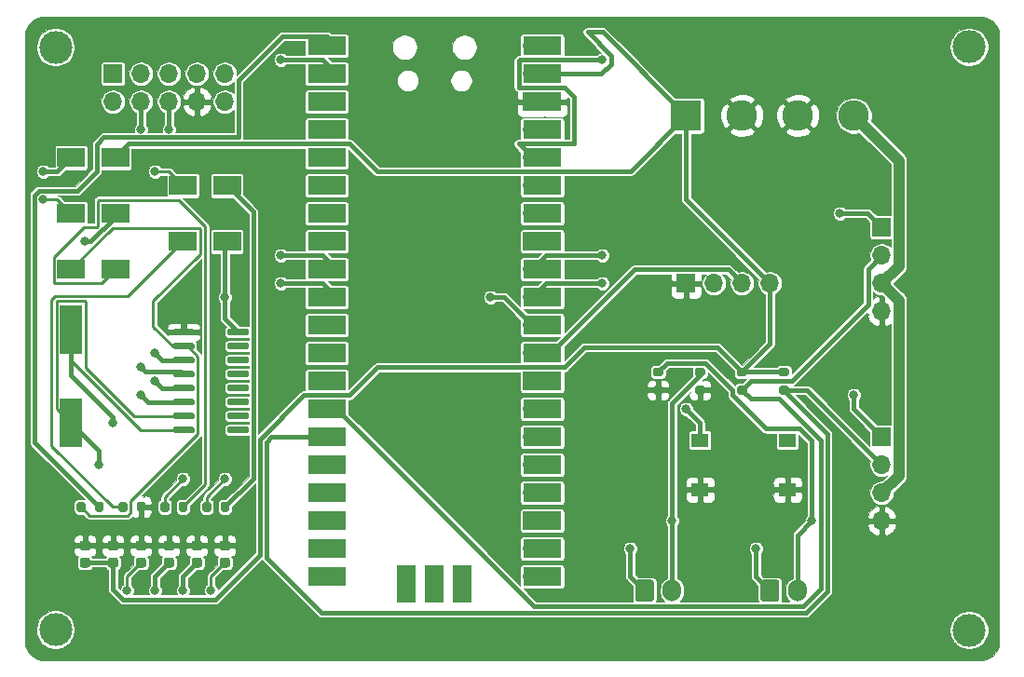
<source format=gbr>
%TF.GenerationSoftware,KiCad,Pcbnew,(5.1.7)-1*%
%TF.CreationDate,2021-06-25T20:26:21+01:00*%
%TF.ProjectId,flowcontrol-v0.1,666c6f77-636f-46e7-9472-6f6c2d76302e,rev?*%
%TF.SameCoordinates,Original*%
%TF.FileFunction,Copper,L1,Top*%
%TF.FilePolarity,Positive*%
%FSLAX46Y46*%
G04 Gerber Fmt 4.6, Leading zero omitted, Abs format (unit mm)*
G04 Created by KiCad (PCBNEW (5.1.7)-1) date 2021-06-25 20:26:21*
%MOMM*%
%LPD*%
G01*
G04 APERTURE LIST*
%TA.AperFunction,ComponentPad*%
%ADD10O,1.700000X1.700000*%
%TD*%
%TA.AperFunction,ComponentPad*%
%ADD11R,1.700000X1.700000*%
%TD*%
%TA.AperFunction,ComponentPad*%
%ADD12C,3.000000*%
%TD*%
%TA.AperFunction,SMDPad,CuDef*%
%ADD13R,2.500000X1.800000*%
%TD*%
%TA.AperFunction,ComponentPad*%
%ADD14O,1.700000X2.000000*%
%TD*%
%TA.AperFunction,ComponentPad*%
%ADD15R,2.780000X2.780000*%
%TD*%
%TA.AperFunction,ComponentPad*%
%ADD16C,2.780000*%
%TD*%
%TA.AperFunction,SMDPad,CuDef*%
%ADD17R,3.500000X1.700000*%
%TD*%
%TA.AperFunction,SMDPad,CuDef*%
%ADD18R,1.700000X3.500000*%
%TD*%
%TA.AperFunction,SMDPad,CuDef*%
%ADD19R,2.000000X4.500000*%
%TD*%
%TA.AperFunction,SMDPad,CuDef*%
%ADD20R,1.550000X1.300000*%
%TD*%
%TA.AperFunction,ViaPad*%
%ADD21C,0.800000*%
%TD*%
%TA.AperFunction,Conductor*%
%ADD22C,0.400000*%
%TD*%
%TA.AperFunction,Conductor*%
%ADD23C,0.250000*%
%TD*%
%TA.AperFunction,Conductor*%
%ADD24C,1.000000*%
%TD*%
%TA.AperFunction,Conductor*%
%ADD25C,0.089000*%
%TD*%
%TA.AperFunction,Conductor*%
%ADD26C,0.100000*%
%TD*%
G04 APERTURE END LIST*
D10*
%TO.P,J5,10*%
%TO.N,N/C*%
X116840000Y-72390000D03*
%TO.P,J5,9*%
X116840000Y-69850000D03*
%TO.P,J5,8*%
%TO.N,GND*%
X114300000Y-72390000D03*
%TO.P,J5,7*%
%TO.N,N/C*%
X114300000Y-69850000D03*
%TO.P,J5,6*%
%TO.N,Net-(J5-Pad6)*%
X111760000Y-72390000D03*
%TO.P,J5,5*%
%TO.N,N/C*%
X111760000Y-69850000D03*
%TO.P,J5,4*%
%TO.N,Net-(J5-Pad4)*%
X109220000Y-72390000D03*
%TO.P,J5,3*%
%TO.N,N/C*%
X109220000Y-69850000D03*
%TO.P,J5,2*%
X106680000Y-72390000D03*
D11*
%TO.P,J5,1*%
X106680000Y-69850000D03*
%TD*%
D12*
%TO.P,REF\u002A\u002A,1*%
%TO.N,N/C*%
X101447600Y-67424300D03*
%TD*%
%TO.P,REF\u002A\u002A,1*%
%TO.N,N/C*%
X184454800Y-67411600D03*
%TD*%
%TO.P,REF\u002A\u002A,1*%
%TO.N,N/C*%
X184454800Y-120421400D03*
%TD*%
%TO.P,REF\u002A\u002A,1*%
%TO.N,N/C*%
X101447600Y-120370600D03*
%TD*%
%TO.P,C1,1*%
%TO.N,+5V*%
%TA.AperFunction,SMDPad,CuDef*%
G36*
G01*
X104390000Y-114750000D02*
X103890000Y-114750000D01*
G75*
G02*
X103665000Y-114525000I0J225000D01*
G01*
X103665000Y-114075000D01*
G75*
G02*
X103890000Y-113850000I225000J0D01*
G01*
X104390000Y-113850000D01*
G75*
G02*
X104615000Y-114075000I0J-225000D01*
G01*
X104615000Y-114525000D01*
G75*
G02*
X104390000Y-114750000I-225000J0D01*
G01*
G37*
%TD.AperFunction*%
%TO.P,C1,2*%
%TO.N,GND*%
%TA.AperFunction,SMDPad,CuDef*%
G36*
G01*
X104390000Y-113200000D02*
X103890000Y-113200000D01*
G75*
G02*
X103665000Y-112975000I0J225000D01*
G01*
X103665000Y-112525000D01*
G75*
G02*
X103890000Y-112300000I225000J0D01*
G01*
X104390000Y-112300000D01*
G75*
G02*
X104615000Y-112525000I0J-225000D01*
G01*
X104615000Y-112975000D01*
G75*
G02*
X104390000Y-113200000I-225000J0D01*
G01*
G37*
%TD.AperFunction*%
%TD*%
%TO.P,C2,2*%
%TO.N,GND*%
%TA.AperFunction,SMDPad,CuDef*%
G36*
G01*
X106930000Y-113200000D02*
X106430000Y-113200000D01*
G75*
G02*
X106205000Y-112975000I0J225000D01*
G01*
X106205000Y-112525000D01*
G75*
G02*
X106430000Y-112300000I225000J0D01*
G01*
X106930000Y-112300000D01*
G75*
G02*
X107155000Y-112525000I0J-225000D01*
G01*
X107155000Y-112975000D01*
G75*
G02*
X106930000Y-113200000I-225000J0D01*
G01*
G37*
%TD.AperFunction*%
%TO.P,C2,1*%
%TO.N,+5V*%
%TA.AperFunction,SMDPad,CuDef*%
G36*
G01*
X106930000Y-114750000D02*
X106430000Y-114750000D01*
G75*
G02*
X106205000Y-114525000I0J225000D01*
G01*
X106205000Y-114075000D01*
G75*
G02*
X106430000Y-113850000I225000J0D01*
G01*
X106930000Y-113850000D01*
G75*
G02*
X107155000Y-114075000I0J-225000D01*
G01*
X107155000Y-114525000D01*
G75*
G02*
X106930000Y-114750000I-225000J0D01*
G01*
G37*
%TD.AperFunction*%
%TD*%
%TO.P,C3,1*%
%TO.N,+3V3*%
%TA.AperFunction,SMDPad,CuDef*%
G36*
G01*
X109470000Y-114750000D02*
X108970000Y-114750000D01*
G75*
G02*
X108745000Y-114525000I0J225000D01*
G01*
X108745000Y-114075000D01*
G75*
G02*
X108970000Y-113850000I225000J0D01*
G01*
X109470000Y-113850000D01*
G75*
G02*
X109695000Y-114075000I0J-225000D01*
G01*
X109695000Y-114525000D01*
G75*
G02*
X109470000Y-114750000I-225000J0D01*
G01*
G37*
%TD.AperFunction*%
%TO.P,C3,2*%
%TO.N,GND*%
%TA.AperFunction,SMDPad,CuDef*%
G36*
G01*
X109470000Y-113200000D02*
X108970000Y-113200000D01*
G75*
G02*
X108745000Y-112975000I0J225000D01*
G01*
X108745000Y-112525000D01*
G75*
G02*
X108970000Y-112300000I225000J0D01*
G01*
X109470000Y-112300000D01*
G75*
G02*
X109695000Y-112525000I0J-225000D01*
G01*
X109695000Y-112975000D01*
G75*
G02*
X109470000Y-113200000I-225000J0D01*
G01*
G37*
%TD.AperFunction*%
%TD*%
%TO.P,C4,1*%
%TO.N,Net-(C4-Pad1)*%
%TA.AperFunction,SMDPad,CuDef*%
G36*
G01*
X112010000Y-114750000D02*
X111510000Y-114750000D01*
G75*
G02*
X111285000Y-114525000I0J225000D01*
G01*
X111285000Y-114075000D01*
G75*
G02*
X111510000Y-113850000I225000J0D01*
G01*
X112010000Y-113850000D01*
G75*
G02*
X112235000Y-114075000I0J-225000D01*
G01*
X112235000Y-114525000D01*
G75*
G02*
X112010000Y-114750000I-225000J0D01*
G01*
G37*
%TD.AperFunction*%
%TO.P,C4,2*%
%TO.N,GND*%
%TA.AperFunction,SMDPad,CuDef*%
G36*
G01*
X112010000Y-113200000D02*
X111510000Y-113200000D01*
G75*
G02*
X111285000Y-112975000I0J225000D01*
G01*
X111285000Y-112525000D01*
G75*
G02*
X111510000Y-112300000I225000J0D01*
G01*
X112010000Y-112300000D01*
G75*
G02*
X112235000Y-112525000I0J-225000D01*
G01*
X112235000Y-112975000D01*
G75*
G02*
X112010000Y-113200000I-225000J0D01*
G01*
G37*
%TD.AperFunction*%
%TD*%
%TO.P,C5,2*%
%TO.N,GND*%
%TA.AperFunction,SMDPad,CuDef*%
G36*
G01*
X114550000Y-113200000D02*
X114050000Y-113200000D01*
G75*
G02*
X113825000Y-112975000I0J225000D01*
G01*
X113825000Y-112525000D01*
G75*
G02*
X114050000Y-112300000I225000J0D01*
G01*
X114550000Y-112300000D01*
G75*
G02*
X114775000Y-112525000I0J-225000D01*
G01*
X114775000Y-112975000D01*
G75*
G02*
X114550000Y-113200000I-225000J0D01*
G01*
G37*
%TD.AperFunction*%
%TO.P,C5,1*%
%TO.N,Net-(C5-Pad1)*%
%TA.AperFunction,SMDPad,CuDef*%
G36*
G01*
X114550000Y-114750000D02*
X114050000Y-114750000D01*
G75*
G02*
X113825000Y-114525000I0J225000D01*
G01*
X113825000Y-114075000D01*
G75*
G02*
X114050000Y-113850000I225000J0D01*
G01*
X114550000Y-113850000D01*
G75*
G02*
X114775000Y-114075000I0J-225000D01*
G01*
X114775000Y-114525000D01*
G75*
G02*
X114550000Y-114750000I-225000J0D01*
G01*
G37*
%TD.AperFunction*%
%TD*%
%TO.P,C6,1*%
%TO.N,+3V3*%
%TA.AperFunction,SMDPad,CuDef*%
G36*
G01*
X117090000Y-114750000D02*
X116590000Y-114750000D01*
G75*
G02*
X116365000Y-114525000I0J225000D01*
G01*
X116365000Y-114075000D01*
G75*
G02*
X116590000Y-113850000I225000J0D01*
G01*
X117090000Y-113850000D01*
G75*
G02*
X117315000Y-114075000I0J-225000D01*
G01*
X117315000Y-114525000D01*
G75*
G02*
X117090000Y-114750000I-225000J0D01*
G01*
G37*
%TD.AperFunction*%
%TO.P,C6,2*%
%TO.N,GND*%
%TA.AperFunction,SMDPad,CuDef*%
G36*
G01*
X117090000Y-113200000D02*
X116590000Y-113200000D01*
G75*
G02*
X116365000Y-112975000I0J225000D01*
G01*
X116365000Y-112525000D01*
G75*
G02*
X116590000Y-112300000I225000J0D01*
G01*
X117090000Y-112300000D01*
G75*
G02*
X117315000Y-112525000I0J-225000D01*
G01*
X117315000Y-112975000D01*
G75*
G02*
X117090000Y-113200000I-225000J0D01*
G01*
G37*
%TD.AperFunction*%
%TD*%
D13*
%TO.P,D1,1*%
%TO.N,Net-(D1-Pad1)*%
X102870000Y-77470000D03*
%TO.P,D1,2*%
%TO.N,+5V*%
X106870000Y-77470000D03*
%TD*%
%TO.P,D2,2*%
%TO.N,Net-(D1-Pad1)*%
X106870000Y-82550000D03*
%TO.P,D2,1*%
%TO.N,+3V3*%
X102870000Y-82550000D03*
%TD*%
%TO.P,D3,1*%
%TO.N,TxD*%
X102870000Y-87630000D03*
%TO.P,D3,2*%
%TO.N,Net-(D3-Pad2)*%
X106870000Y-87630000D03*
%TD*%
%TO.P,D4,2*%
%TO.N,Net-(D4-Pad2)*%
X117030000Y-80010000D03*
%TO.P,D4,1*%
%TO.N,GP1*%
X113030000Y-80010000D03*
%TD*%
%TO.P,D5,1*%
%TO.N,Net-(D5-Pad1)*%
X113030000Y-85090000D03*
%TO.P,D5,2*%
%TO.N,+3V3*%
X117030000Y-85090000D03*
%TD*%
D11*
%TO.P,J1,1*%
%TO.N,GP6*%
X176530000Y-83820000D03*
D10*
%TO.P,J1,2*%
%TO.N,GP10*%
X176530000Y-86360000D03*
%TO.P,J1,3*%
%TO.N,+12V*%
X176530000Y-88900000D03*
%TO.P,J1,4*%
%TO.N,GND*%
X176530000Y-91440000D03*
%TD*%
%TO.P,J2,4*%
%TO.N,GND*%
X176530000Y-110490000D03*
%TO.P,J2,3*%
%TO.N,+12V*%
X176530000Y-107950000D03*
%TO.P,J2,2*%
%TO.N,GP11*%
X176530000Y-105410000D03*
D11*
%TO.P,J2,1*%
%TO.N,GP7*%
X176530000Y-102870000D03*
%TD*%
D14*
%TO.P,J3,2*%
%TO.N,GP26*%
X168870000Y-116840000D03*
%TO.P,J3,1*%
%TO.N,+3V3*%
%TA.AperFunction,ComponentPad*%
G36*
G01*
X165520000Y-117590000D02*
X165520000Y-116090000D01*
G75*
G02*
X165770000Y-115840000I250000J0D01*
G01*
X166970000Y-115840000D01*
G75*
G02*
X167220000Y-116090000I0J-250000D01*
G01*
X167220000Y-117590000D01*
G75*
G02*
X166970000Y-117840000I-250000J0D01*
G01*
X165770000Y-117840000D01*
G75*
G02*
X165520000Y-117590000I0J250000D01*
G01*
G37*
%TD.AperFunction*%
%TD*%
%TO.P,J4,1*%
%TO.N,+3V3*%
%TA.AperFunction,ComponentPad*%
G36*
G01*
X154130000Y-117590000D02*
X154130000Y-116090000D01*
G75*
G02*
X154380000Y-115840000I250000J0D01*
G01*
X155580000Y-115840000D01*
G75*
G02*
X155830000Y-116090000I0J-250000D01*
G01*
X155830000Y-117590000D01*
G75*
G02*
X155580000Y-117840000I-250000J0D01*
G01*
X154380000Y-117840000D01*
G75*
G02*
X154130000Y-117590000I0J250000D01*
G01*
G37*
%TD.AperFunction*%
%TO.P,J4,2*%
%TO.N,GP27*%
X157480000Y-116840000D03*
%TD*%
D15*
%TO.P,J6,1*%
%TO.N,+5V*%
X158750000Y-73660000D03*
D16*
%TO.P,J6,2*%
%TO.N,GND*%
X163830000Y-73660000D03*
%TO.P,J6,3*%
X168910000Y-73660000D03*
%TO.P,J6,4*%
%TO.N,+12V*%
X173990000Y-73660000D03*
%TD*%
D11*
%TO.P,J7,1*%
%TO.N,GND*%
X158750000Y-88900000D03*
D10*
%TO.P,J7,2*%
%TO.N,Net-(J7-Pad2)*%
X161290000Y-88900000D03*
%TO.P,J7,3*%
%TO.N,DIN*%
X163830000Y-88900000D03*
%TO.P,J7,4*%
%TO.N,+5V*%
X166370000Y-88900000D03*
%TD*%
%TO.P,R1,1*%
%TO.N,GP26*%
%TA.AperFunction,SMDPad,CuDef*%
G36*
G01*
X155935000Y-96565000D02*
X156485000Y-96565000D01*
G75*
G02*
X156685000Y-96765000I0J-200000D01*
G01*
X156685000Y-97165000D01*
G75*
G02*
X156485000Y-97365000I-200000J0D01*
G01*
X155935000Y-97365000D01*
G75*
G02*
X155735000Y-97165000I0J200000D01*
G01*
X155735000Y-96765000D01*
G75*
G02*
X155935000Y-96565000I200000J0D01*
G01*
G37*
%TD.AperFunction*%
%TO.P,R1,2*%
%TO.N,GND*%
%TA.AperFunction,SMDPad,CuDef*%
G36*
G01*
X155935000Y-98215000D02*
X156485000Y-98215000D01*
G75*
G02*
X156685000Y-98415000I0J-200000D01*
G01*
X156685000Y-98815000D01*
G75*
G02*
X156485000Y-99015000I-200000J0D01*
G01*
X155935000Y-99015000D01*
G75*
G02*
X155735000Y-98815000I0J200000D01*
G01*
X155735000Y-98415000D01*
G75*
G02*
X155935000Y-98215000I200000J0D01*
G01*
G37*
%TD.AperFunction*%
%TD*%
%TO.P,R2,2*%
%TO.N,GND*%
%TA.AperFunction,SMDPad,CuDef*%
G36*
G01*
X159745000Y-98215000D02*
X160295000Y-98215000D01*
G75*
G02*
X160495000Y-98415000I0J-200000D01*
G01*
X160495000Y-98815000D01*
G75*
G02*
X160295000Y-99015000I-200000J0D01*
G01*
X159745000Y-99015000D01*
G75*
G02*
X159545000Y-98815000I0J200000D01*
G01*
X159545000Y-98415000D01*
G75*
G02*
X159745000Y-98215000I200000J0D01*
G01*
G37*
%TD.AperFunction*%
%TO.P,R2,1*%
%TO.N,GP27*%
%TA.AperFunction,SMDPad,CuDef*%
G36*
G01*
X159745000Y-96565000D02*
X160295000Y-96565000D01*
G75*
G02*
X160495000Y-96765000I0J-200000D01*
G01*
X160495000Y-97165000D01*
G75*
G02*
X160295000Y-97365000I-200000J0D01*
G01*
X159745000Y-97365000D01*
G75*
G02*
X159545000Y-97165000I0J200000D01*
G01*
X159545000Y-96765000D01*
G75*
G02*
X159745000Y-96565000I200000J0D01*
G01*
G37*
%TD.AperFunction*%
%TD*%
%TO.P,R3,1*%
%TO.N,+5V*%
%TA.AperFunction,SMDPad,CuDef*%
G36*
G01*
X163555000Y-96565000D02*
X164105000Y-96565000D01*
G75*
G02*
X164305000Y-96765000I0J-200000D01*
G01*
X164305000Y-97165000D01*
G75*
G02*
X164105000Y-97365000I-200000J0D01*
G01*
X163555000Y-97365000D01*
G75*
G02*
X163355000Y-97165000I0J200000D01*
G01*
X163355000Y-96765000D01*
G75*
G02*
X163555000Y-96565000I200000J0D01*
G01*
G37*
%TD.AperFunction*%
%TO.P,R3,2*%
%TO.N,GP10*%
%TA.AperFunction,SMDPad,CuDef*%
G36*
G01*
X163555000Y-98215000D02*
X164105000Y-98215000D01*
G75*
G02*
X164305000Y-98415000I0J-200000D01*
G01*
X164305000Y-98815000D01*
G75*
G02*
X164105000Y-99015000I-200000J0D01*
G01*
X163555000Y-99015000D01*
G75*
G02*
X163355000Y-98815000I0J200000D01*
G01*
X163355000Y-98415000D01*
G75*
G02*
X163555000Y-98215000I200000J0D01*
G01*
G37*
%TD.AperFunction*%
%TD*%
%TO.P,R4,2*%
%TO.N,GP11*%
%TA.AperFunction,SMDPad,CuDef*%
G36*
G01*
X167365000Y-98215000D02*
X167915000Y-98215000D01*
G75*
G02*
X168115000Y-98415000I0J-200000D01*
G01*
X168115000Y-98815000D01*
G75*
G02*
X167915000Y-99015000I-200000J0D01*
G01*
X167365000Y-99015000D01*
G75*
G02*
X167165000Y-98815000I0J200000D01*
G01*
X167165000Y-98415000D01*
G75*
G02*
X167365000Y-98215000I200000J0D01*
G01*
G37*
%TD.AperFunction*%
%TO.P,R4,1*%
%TO.N,+5V*%
%TA.AperFunction,SMDPad,CuDef*%
G36*
G01*
X167365000Y-96565000D02*
X167915000Y-96565000D01*
G75*
G02*
X168115000Y-96765000I0J-200000D01*
G01*
X168115000Y-97165000D01*
G75*
G02*
X167915000Y-97365000I-200000J0D01*
G01*
X167365000Y-97365000D01*
G75*
G02*
X167165000Y-97165000I0J200000D01*
G01*
X167165000Y-96765000D01*
G75*
G02*
X167365000Y-96565000I200000J0D01*
G01*
G37*
%TD.AperFunction*%
%TD*%
%TO.P,R5,2*%
%TO.N,GP0*%
%TA.AperFunction,SMDPad,CuDef*%
G36*
G01*
X105010000Y-109495000D02*
X105010000Y-108945000D01*
G75*
G02*
X105210000Y-108745000I200000J0D01*
G01*
X105610000Y-108745000D01*
G75*
G02*
X105810000Y-108945000I0J-200000D01*
G01*
X105810000Y-109495000D01*
G75*
G02*
X105610000Y-109695000I-200000J0D01*
G01*
X105210000Y-109695000D01*
G75*
G02*
X105010000Y-109495000I0J200000D01*
G01*
G37*
%TD.AperFunction*%
%TO.P,R5,1*%
%TO.N,TxD*%
%TA.AperFunction,SMDPad,CuDef*%
G36*
G01*
X103360000Y-109495000D02*
X103360000Y-108945000D01*
G75*
G02*
X103560000Y-108745000I200000J0D01*
G01*
X103960000Y-108745000D01*
G75*
G02*
X104160000Y-108945000I0J-200000D01*
G01*
X104160000Y-109495000D01*
G75*
G02*
X103960000Y-109695000I-200000J0D01*
G01*
X103560000Y-109695000D01*
G75*
G02*
X103360000Y-109495000I0J200000D01*
G01*
G37*
%TD.AperFunction*%
%TD*%
%TO.P,R6,1*%
%TO.N,Net-(D5-Pad1)*%
%TA.AperFunction,SMDPad,CuDef*%
G36*
G01*
X107170000Y-109495000D02*
X107170000Y-108945000D01*
G75*
G02*
X107370000Y-108745000I200000J0D01*
G01*
X107770000Y-108745000D01*
G75*
G02*
X107970000Y-108945000I0J-200000D01*
G01*
X107970000Y-109495000D01*
G75*
G02*
X107770000Y-109695000I-200000J0D01*
G01*
X107370000Y-109695000D01*
G75*
G02*
X107170000Y-109495000I0J200000D01*
G01*
G37*
%TD.AperFunction*%
%TO.P,R6,2*%
%TO.N,GND*%
%TA.AperFunction,SMDPad,CuDef*%
G36*
G01*
X108820000Y-109495000D02*
X108820000Y-108945000D01*
G75*
G02*
X109020000Y-108745000I200000J0D01*
G01*
X109420000Y-108745000D01*
G75*
G02*
X109620000Y-108945000I0J-200000D01*
G01*
X109620000Y-109495000D01*
G75*
G02*
X109420000Y-109695000I-200000J0D01*
G01*
X109020000Y-109695000D01*
G75*
G02*
X108820000Y-109495000I0J200000D01*
G01*
G37*
%TD.AperFunction*%
%TD*%
%TO.P,R7,2*%
%TO.N,Net-(D3-Pad2)*%
%TA.AperFunction,SMDPad,CuDef*%
G36*
G01*
X112630000Y-109495000D02*
X112630000Y-108945000D01*
G75*
G02*
X112830000Y-108745000I200000J0D01*
G01*
X113230000Y-108745000D01*
G75*
G02*
X113430000Y-108945000I0J-200000D01*
G01*
X113430000Y-109495000D01*
G75*
G02*
X113230000Y-109695000I-200000J0D01*
G01*
X112830000Y-109695000D01*
G75*
G02*
X112630000Y-109495000I0J200000D01*
G01*
G37*
%TD.AperFunction*%
%TO.P,R7,1*%
%TO.N,+3V3*%
%TA.AperFunction,SMDPad,CuDef*%
G36*
G01*
X110980000Y-109495000D02*
X110980000Y-108945000D01*
G75*
G02*
X111180000Y-108745000I200000J0D01*
G01*
X111580000Y-108745000D01*
G75*
G02*
X111780000Y-108945000I0J-200000D01*
G01*
X111780000Y-109495000D01*
G75*
G02*
X111580000Y-109695000I-200000J0D01*
G01*
X111180000Y-109695000D01*
G75*
G02*
X110980000Y-109495000I0J200000D01*
G01*
G37*
%TD.AperFunction*%
%TD*%
%TO.P,R8,1*%
%TO.N,+3V3*%
%TA.AperFunction,SMDPad,CuDef*%
G36*
G01*
X114790000Y-109495000D02*
X114790000Y-108945000D01*
G75*
G02*
X114990000Y-108745000I200000J0D01*
G01*
X115390000Y-108745000D01*
G75*
G02*
X115590000Y-108945000I0J-200000D01*
G01*
X115590000Y-109495000D01*
G75*
G02*
X115390000Y-109695000I-200000J0D01*
G01*
X114990000Y-109695000D01*
G75*
G02*
X114790000Y-109495000I0J200000D01*
G01*
G37*
%TD.AperFunction*%
%TO.P,R8,2*%
%TO.N,Net-(D4-Pad2)*%
%TA.AperFunction,SMDPad,CuDef*%
G36*
G01*
X116440000Y-109495000D02*
X116440000Y-108945000D01*
G75*
G02*
X116640000Y-108745000I200000J0D01*
G01*
X117040000Y-108745000D01*
G75*
G02*
X117240000Y-108945000I0J-200000D01*
G01*
X117240000Y-109495000D01*
G75*
G02*
X117040000Y-109695000I-200000J0D01*
G01*
X116640000Y-109695000D01*
G75*
G02*
X116440000Y-109495000I0J200000D01*
G01*
G37*
%TD.AperFunction*%
%TD*%
%TO.P,U1,1*%
%TO.N,GP0*%
X127000000Y-67310000D03*
%TO.P,U1,2*%
%TO.N,GP1*%
X127000000Y-69850000D03*
D11*
%TO.P,U1,3*%
%TO.N,Net-(U1-Pad3)*%
X127000000Y-72390000D03*
D10*
%TO.P,U1,4*%
%TO.N,Net-(U1-Pad4)*%
X127000000Y-74930000D03*
%TO.P,U1,5*%
%TO.N,Net-(U1-Pad5)*%
X127000000Y-77470000D03*
%TO.P,U1,6*%
%TO.N,Net-(U1-Pad6)*%
X127000000Y-80010000D03*
%TO.P,U1,7*%
%TO.N,Net-(U1-Pad7)*%
X127000000Y-82550000D03*
D11*
%TO.P,U1,8*%
%TO.N,Net-(U1-Pad8)*%
X127000000Y-85090000D03*
D10*
%TO.P,U1,9*%
%TO.N,GP6*%
X127000000Y-87630000D03*
%TO.P,U1,10*%
%TO.N,GP7*%
X127000000Y-90170000D03*
%TO.P,U1,11*%
%TO.N,Net-(U1-Pad11)*%
X127000000Y-92710000D03*
%TO.P,U1,12*%
%TO.N,Net-(U1-Pad12)*%
X127000000Y-95250000D03*
D11*
%TO.P,U1,13*%
%TO.N,Net-(U1-Pad13)*%
X127000000Y-97790000D03*
D10*
%TO.P,U1,14*%
%TO.N,GP10*%
X127000000Y-100330000D03*
%TO.P,U1,15*%
%TO.N,GP11*%
X127000000Y-102870000D03*
%TO.P,U1,16*%
%TO.N,Net-(U1-Pad16)*%
X127000000Y-105410000D03*
%TO.P,U1,17*%
%TO.N,Net-(U1-Pad17)*%
X127000000Y-107950000D03*
D11*
%TO.P,U1,18*%
%TO.N,Net-(U1-Pad18)*%
X127000000Y-110490000D03*
D10*
%TO.P,U1,19*%
%TO.N,Net-(U1-Pad19)*%
X127000000Y-113030000D03*
%TO.P,U1,20*%
%TO.N,Net-(U1-Pad20)*%
X127000000Y-115570000D03*
%TO.P,U1,21*%
%TO.N,Net-(U1-Pad21)*%
X144780000Y-115570000D03*
%TO.P,U1,22*%
%TO.N,Net-(U1-Pad22)*%
X144780000Y-113030000D03*
D11*
%TO.P,U1,23*%
%TO.N,Net-(U1-Pad23)*%
X144780000Y-110490000D03*
D10*
%TO.P,U1,24*%
%TO.N,Net-(U1-Pad24)*%
X144780000Y-107950000D03*
%TO.P,U1,25*%
%TO.N,Net-(U1-Pad25)*%
X144780000Y-105410000D03*
%TO.P,U1,26*%
%TO.N,Net-(U1-Pad26)*%
X144780000Y-102870000D03*
%TO.P,U1,27*%
%TO.N,Net-(U1-Pad27)*%
X144780000Y-100330000D03*
D11*
%TO.P,U1,28*%
%TO.N,Net-(U1-Pad28)*%
X144780000Y-97790000D03*
D10*
%TO.P,U1,29*%
%TO.N,DIN*%
X144780000Y-95250000D03*
%TO.P,U1,30*%
%TO.N,RUN*%
X144780000Y-92710000D03*
%TO.P,U1,31*%
%TO.N,GP26*%
X144780000Y-90170000D03*
%TO.P,U1,32*%
%TO.N,GP27*%
X144780000Y-87630000D03*
D11*
%TO.P,U1,33*%
%TO.N,Net-(U1-Pad33)*%
X144780000Y-85090000D03*
D10*
%TO.P,U1,34*%
%TO.N,Net-(U1-Pad34)*%
X144780000Y-82550000D03*
%TO.P,U1,35*%
%TO.N,Net-(U1-Pad35)*%
X144780000Y-80010000D03*
%TO.P,U1,36*%
%TO.N,+3V3*%
X144780000Y-77470000D03*
%TO.P,U1,37*%
%TO.N,Net-(U1-Pad37)*%
X144780000Y-74930000D03*
D11*
%TO.P,U1,38*%
%TO.N,GND*%
X144780000Y-72390000D03*
D10*
%TO.P,U1,39*%
%TO.N,+5V*%
X144780000Y-69850000D03*
%TO.P,U1,40*%
%TO.N,Net-(U1-Pad40)*%
X144780000Y-67310000D03*
D17*
%TO.P,U1,1*%
%TO.N,GP0*%
X126100000Y-67310000D03*
%TO.P,U1,2*%
%TO.N,GP1*%
X126100000Y-69850000D03*
%TO.P,U1,3*%
%TO.N,Net-(U1-Pad3)*%
X126100000Y-72390000D03*
%TO.P,U1,4*%
%TO.N,Net-(U1-Pad4)*%
X126100000Y-74930000D03*
%TO.P,U1,5*%
%TO.N,Net-(U1-Pad5)*%
X126100000Y-77470000D03*
%TO.P,U1,6*%
%TO.N,Net-(U1-Pad6)*%
X126100000Y-80010000D03*
%TO.P,U1,7*%
%TO.N,Net-(U1-Pad7)*%
X126100000Y-82550000D03*
%TO.P,U1,8*%
%TO.N,Net-(U1-Pad8)*%
X126100000Y-85090000D03*
%TO.P,U1,9*%
%TO.N,GP6*%
X126100000Y-87630000D03*
%TO.P,U1,10*%
%TO.N,GP7*%
X126100000Y-90170000D03*
%TO.P,U1,11*%
%TO.N,Net-(U1-Pad11)*%
X126100000Y-92710000D03*
%TO.P,U1,12*%
%TO.N,Net-(U1-Pad12)*%
X126100000Y-95250000D03*
%TO.P,U1,13*%
%TO.N,Net-(U1-Pad13)*%
X126100000Y-97790000D03*
%TO.P,U1,14*%
%TO.N,GP10*%
X126100000Y-100330000D03*
%TO.P,U1,15*%
%TO.N,GP11*%
X126100000Y-102870000D03*
%TO.P,U1,16*%
%TO.N,Net-(U1-Pad16)*%
X126100000Y-105410000D03*
%TO.P,U1,17*%
%TO.N,Net-(U1-Pad17)*%
X126100000Y-107950000D03*
%TO.P,U1,18*%
%TO.N,Net-(U1-Pad18)*%
X126100000Y-110490000D03*
%TO.P,U1,19*%
%TO.N,Net-(U1-Pad19)*%
X126100000Y-113030000D03*
%TO.P,U1,20*%
%TO.N,Net-(U1-Pad20)*%
X126100000Y-115570000D03*
%TO.P,U1,40*%
%TO.N,Net-(U1-Pad40)*%
X145680000Y-67310000D03*
%TO.P,U1,39*%
%TO.N,+5V*%
X145680000Y-69850000D03*
%TO.P,U1,38*%
%TO.N,GND*%
X145680000Y-72390000D03*
%TO.P,U1,37*%
%TO.N,Net-(U1-Pad37)*%
X145680000Y-74930000D03*
%TO.P,U1,36*%
%TO.N,+3V3*%
X145680000Y-77470000D03*
%TO.P,U1,35*%
%TO.N,Net-(U1-Pad35)*%
X145680000Y-80010000D03*
%TO.P,U1,34*%
%TO.N,Net-(U1-Pad34)*%
X145680000Y-82550000D03*
%TO.P,U1,33*%
%TO.N,Net-(U1-Pad33)*%
X145680000Y-85090000D03*
%TO.P,U1,32*%
%TO.N,GP27*%
X145680000Y-87630000D03*
%TO.P,U1,31*%
%TO.N,GP26*%
X145680000Y-90170000D03*
%TO.P,U1,30*%
%TO.N,RUN*%
X145680000Y-92710000D03*
%TO.P,U1,29*%
%TO.N,DIN*%
X145680000Y-95250000D03*
%TO.P,U1,28*%
%TO.N,Net-(U1-Pad28)*%
X145680000Y-97790000D03*
%TO.P,U1,27*%
%TO.N,Net-(U1-Pad27)*%
X145680000Y-100330000D03*
%TO.P,U1,26*%
%TO.N,Net-(U1-Pad26)*%
X145680000Y-102870000D03*
%TO.P,U1,25*%
%TO.N,Net-(U1-Pad25)*%
X145680000Y-105410000D03*
%TO.P,U1,24*%
%TO.N,Net-(U1-Pad24)*%
X145680000Y-107950000D03*
%TO.P,U1,23*%
%TO.N,Net-(U1-Pad23)*%
X145680000Y-110490000D03*
%TO.P,U1,22*%
%TO.N,Net-(U1-Pad22)*%
X145680000Y-113030000D03*
%TO.P,U1,21*%
%TO.N,Net-(U1-Pad21)*%
X145680000Y-115570000D03*
D18*
%TO.P,U1,41*%
%TO.N,N/C*%
X133350000Y-116240000D03*
D10*
X133350000Y-115340000D03*
D18*
%TO.P,U1,42*%
X135890000Y-116240000D03*
D11*
X135890000Y-115340000D03*
D18*
%TO.P,U1,43*%
X138430000Y-116240000D03*
D10*
X138430000Y-115340000D03*
%TD*%
%TO.P,U2,1*%
%TO.N,GND*%
%TA.AperFunction,SMDPad,CuDef*%
G36*
G01*
X112120000Y-93495000D02*
X112120000Y-93195000D01*
G75*
G02*
X112270000Y-93045000I150000J0D01*
G01*
X113920000Y-93045000D01*
G75*
G02*
X114070000Y-93195000I0J-150000D01*
G01*
X114070000Y-93495000D01*
G75*
G02*
X113920000Y-93645000I-150000J0D01*
G01*
X112270000Y-93645000D01*
G75*
G02*
X112120000Y-93495000I0J150000D01*
G01*
G37*
%TD.AperFunction*%
%TO.P,U2,2*%
%TO.N,TxD*%
%TA.AperFunction,SMDPad,CuDef*%
G36*
G01*
X112120000Y-94765000D02*
X112120000Y-94465000D01*
G75*
G02*
X112270000Y-94315000I150000J0D01*
G01*
X113920000Y-94315000D01*
G75*
G02*
X114070000Y-94465000I0J-150000D01*
G01*
X114070000Y-94765000D01*
G75*
G02*
X113920000Y-94915000I-150000J0D01*
G01*
X112270000Y-94915000D01*
G75*
G02*
X112120000Y-94765000I0J150000D01*
G01*
G37*
%TD.AperFunction*%
%TO.P,U2,3*%
%TO.N,GP1*%
%TA.AperFunction,SMDPad,CuDef*%
G36*
G01*
X112120000Y-96035000D02*
X112120000Y-95735000D01*
G75*
G02*
X112270000Y-95585000I150000J0D01*
G01*
X113920000Y-95585000D01*
G75*
G02*
X114070000Y-95735000I0J-150000D01*
G01*
X114070000Y-96035000D01*
G75*
G02*
X113920000Y-96185000I-150000J0D01*
G01*
X112270000Y-96185000D01*
G75*
G02*
X112120000Y-96035000I0J150000D01*
G01*
G37*
%TD.AperFunction*%
%TO.P,U2,4*%
%TO.N,+3V3*%
%TA.AperFunction,SMDPad,CuDef*%
G36*
G01*
X112120000Y-97305000D02*
X112120000Y-97005000D01*
G75*
G02*
X112270000Y-96855000I150000J0D01*
G01*
X113920000Y-96855000D01*
G75*
G02*
X114070000Y-97005000I0J-150000D01*
G01*
X114070000Y-97305000D01*
G75*
G02*
X113920000Y-97455000I-150000J0D01*
G01*
X112270000Y-97455000D01*
G75*
G02*
X112120000Y-97305000I0J150000D01*
G01*
G37*
%TD.AperFunction*%
%TO.P,U2,5*%
%TO.N,Net-(J5-Pad6)*%
%TA.AperFunction,SMDPad,CuDef*%
G36*
G01*
X112120000Y-98575000D02*
X112120000Y-98275000D01*
G75*
G02*
X112270000Y-98125000I150000J0D01*
G01*
X113920000Y-98125000D01*
G75*
G02*
X114070000Y-98275000I0J-150000D01*
G01*
X114070000Y-98575000D01*
G75*
G02*
X113920000Y-98725000I-150000J0D01*
G01*
X112270000Y-98725000D01*
G75*
G02*
X112120000Y-98575000I0J150000D01*
G01*
G37*
%TD.AperFunction*%
%TO.P,U2,6*%
%TO.N,Net-(J5-Pad4)*%
%TA.AperFunction,SMDPad,CuDef*%
G36*
G01*
X112120000Y-99845000D02*
X112120000Y-99545000D01*
G75*
G02*
X112270000Y-99395000I150000J0D01*
G01*
X113920000Y-99395000D01*
G75*
G02*
X114070000Y-99545000I0J-150000D01*
G01*
X114070000Y-99845000D01*
G75*
G02*
X113920000Y-99995000I-150000J0D01*
G01*
X112270000Y-99995000D01*
G75*
G02*
X112120000Y-99845000I0J150000D01*
G01*
G37*
%TD.AperFunction*%
%TO.P,U2,7*%
%TO.N,Net-(C4-Pad1)*%
%TA.AperFunction,SMDPad,CuDef*%
G36*
G01*
X112120000Y-101115000D02*
X112120000Y-100815000D01*
G75*
G02*
X112270000Y-100665000I150000J0D01*
G01*
X113920000Y-100665000D01*
G75*
G02*
X114070000Y-100815000I0J-150000D01*
G01*
X114070000Y-101115000D01*
G75*
G02*
X113920000Y-101265000I-150000J0D01*
G01*
X112270000Y-101265000D01*
G75*
G02*
X112120000Y-101115000I0J150000D01*
G01*
G37*
%TD.AperFunction*%
%TO.P,U2,8*%
%TO.N,Net-(C5-Pad1)*%
%TA.AperFunction,SMDPad,CuDef*%
G36*
G01*
X112120000Y-102385000D02*
X112120000Y-102085000D01*
G75*
G02*
X112270000Y-101935000I150000J0D01*
G01*
X113920000Y-101935000D01*
G75*
G02*
X114070000Y-102085000I0J-150000D01*
G01*
X114070000Y-102385000D01*
G75*
G02*
X113920000Y-102535000I-150000J0D01*
G01*
X112270000Y-102535000D01*
G75*
G02*
X112120000Y-102385000I0J150000D01*
G01*
G37*
%TD.AperFunction*%
%TO.P,U2,9*%
%TO.N,Net-(U2-Pad9)*%
%TA.AperFunction,SMDPad,CuDef*%
G36*
G01*
X117070000Y-102385000D02*
X117070000Y-102085000D01*
G75*
G02*
X117220000Y-101935000I150000J0D01*
G01*
X118870000Y-101935000D01*
G75*
G02*
X119020000Y-102085000I0J-150000D01*
G01*
X119020000Y-102385000D01*
G75*
G02*
X118870000Y-102535000I-150000J0D01*
G01*
X117220000Y-102535000D01*
G75*
G02*
X117070000Y-102385000I0J150000D01*
G01*
G37*
%TD.AperFunction*%
%TO.P,U2,10*%
%TO.N,Net-(U2-Pad10)*%
%TA.AperFunction,SMDPad,CuDef*%
G36*
G01*
X117070000Y-101115000D02*
X117070000Y-100815000D01*
G75*
G02*
X117220000Y-100665000I150000J0D01*
G01*
X118870000Y-100665000D01*
G75*
G02*
X119020000Y-100815000I0J-150000D01*
G01*
X119020000Y-101115000D01*
G75*
G02*
X118870000Y-101265000I-150000J0D01*
G01*
X117220000Y-101265000D01*
G75*
G02*
X117070000Y-101115000I0J150000D01*
G01*
G37*
%TD.AperFunction*%
%TO.P,U2,11*%
%TO.N,Net-(U2-Pad11)*%
%TA.AperFunction,SMDPad,CuDef*%
G36*
G01*
X117070000Y-99845000D02*
X117070000Y-99545000D01*
G75*
G02*
X117220000Y-99395000I150000J0D01*
G01*
X118870000Y-99395000D01*
G75*
G02*
X119020000Y-99545000I0J-150000D01*
G01*
X119020000Y-99845000D01*
G75*
G02*
X118870000Y-99995000I-150000J0D01*
G01*
X117220000Y-99995000D01*
G75*
G02*
X117070000Y-99845000I0J150000D01*
G01*
G37*
%TD.AperFunction*%
%TO.P,U2,12*%
%TO.N,Net-(U2-Pad12)*%
%TA.AperFunction,SMDPad,CuDef*%
G36*
G01*
X117070000Y-98575000D02*
X117070000Y-98275000D01*
G75*
G02*
X117220000Y-98125000I150000J0D01*
G01*
X118870000Y-98125000D01*
G75*
G02*
X119020000Y-98275000I0J-150000D01*
G01*
X119020000Y-98575000D01*
G75*
G02*
X118870000Y-98725000I-150000J0D01*
G01*
X117220000Y-98725000D01*
G75*
G02*
X117070000Y-98575000I0J150000D01*
G01*
G37*
%TD.AperFunction*%
%TO.P,U2,13*%
%TO.N,Net-(U2-Pad13)*%
%TA.AperFunction,SMDPad,CuDef*%
G36*
G01*
X117070000Y-97305000D02*
X117070000Y-97005000D01*
G75*
G02*
X117220000Y-96855000I150000J0D01*
G01*
X118870000Y-96855000D01*
G75*
G02*
X119020000Y-97005000I0J-150000D01*
G01*
X119020000Y-97305000D01*
G75*
G02*
X118870000Y-97455000I-150000J0D01*
G01*
X117220000Y-97455000D01*
G75*
G02*
X117070000Y-97305000I0J150000D01*
G01*
G37*
%TD.AperFunction*%
%TO.P,U2,14*%
%TO.N,Net-(U2-Pad14)*%
%TA.AperFunction,SMDPad,CuDef*%
G36*
G01*
X117070000Y-96035000D02*
X117070000Y-95735000D01*
G75*
G02*
X117220000Y-95585000I150000J0D01*
G01*
X118870000Y-95585000D01*
G75*
G02*
X119020000Y-95735000I0J-150000D01*
G01*
X119020000Y-96035000D01*
G75*
G02*
X118870000Y-96185000I-150000J0D01*
G01*
X117220000Y-96185000D01*
G75*
G02*
X117070000Y-96035000I0J150000D01*
G01*
G37*
%TD.AperFunction*%
%TO.P,U2,15*%
%TO.N,Net-(U2-Pad15)*%
%TA.AperFunction,SMDPad,CuDef*%
G36*
G01*
X117070000Y-94765000D02*
X117070000Y-94465000D01*
G75*
G02*
X117220000Y-94315000I150000J0D01*
G01*
X118870000Y-94315000D01*
G75*
G02*
X119020000Y-94465000I0J-150000D01*
G01*
X119020000Y-94765000D01*
G75*
G02*
X118870000Y-94915000I-150000J0D01*
G01*
X117220000Y-94915000D01*
G75*
G02*
X117070000Y-94765000I0J150000D01*
G01*
G37*
%TD.AperFunction*%
%TO.P,U2,16*%
%TO.N,+3V3*%
%TA.AperFunction,SMDPad,CuDef*%
G36*
G01*
X117070000Y-93495000D02*
X117070000Y-93195000D01*
G75*
G02*
X117220000Y-93045000I150000J0D01*
G01*
X118870000Y-93045000D01*
G75*
G02*
X119020000Y-93195000I0J-150000D01*
G01*
X119020000Y-93495000D01*
G75*
G02*
X118870000Y-93645000I-150000J0D01*
G01*
X117220000Y-93645000D01*
G75*
G02*
X117070000Y-93495000I0J150000D01*
G01*
G37*
%TD.AperFunction*%
%TD*%
D19*
%TO.P,Y1,1*%
%TO.N,Net-(C4-Pad1)*%
X102870000Y-101600000D03*
%TO.P,Y1,2*%
%TO.N,Net-(C5-Pad1)*%
X102870000Y-93100000D03*
%TD*%
D20*
%TO.P,SW1,2*%
%TO.N,GND*%
X167970000Y-107660000D03*
%TO.P,SW1,1*%
%TO.N,RUN*%
X167970000Y-103160000D03*
X160020000Y-103160000D03*
%TO.P,SW1,2*%
%TO.N,GND*%
X160020000Y-107660000D03*
%TD*%
D21*
%TO.N,GND*%
X166370000Y-81280000D03*
X161290000Y-100330000D03*
X154940000Y-101600000D03*
X162560000Y-110490000D03*
X161290000Y-92710000D03*
X173990000Y-95250000D03*
X173990000Y-114300000D03*
X113030000Y-91440000D03*
%TO.N,+3V3*%
X153670000Y-113030000D03*
X165100000Y-113030000D03*
X151130000Y-68580000D03*
X100330000Y-81280000D03*
X113030000Y-106680000D03*
X107950000Y-116840000D03*
X115570000Y-116840000D03*
X116840000Y-106680000D03*
X116840000Y-90170000D03*
X109220000Y-96520000D03*
%TO.N,Net-(C4-Pad1)*%
X105410000Y-105410000D03*
X110490000Y-116840000D03*
%TO.N,Net-(C5-Pad1)*%
X106680000Y-101600000D03*
X113030000Y-116840000D03*
%TO.N,Net-(D1-Pad1)*%
X100330000Y-78740000D03*
X104140000Y-85090000D03*
%TO.N,GP1*%
X121920000Y-68580000D03*
X110490000Y-95250000D03*
X110490000Y-78740000D03*
%TO.N,GP6*%
X121920000Y-86360000D03*
X172720000Y-82550000D03*
%TO.N,GP7*%
X121920000Y-88900000D03*
X173990000Y-99060000D03*
%TO.N,GP26*%
X151130000Y-88900000D03*
X170180000Y-110490000D03*
%TO.N,GP27*%
X151130000Y-86360000D03*
X157480000Y-110490000D03*
%TO.N,Net-(J5-Pad4)*%
X109220000Y-74930000D03*
X109220000Y-99060000D03*
%TO.N,Net-(J5-Pad6)*%
X111760000Y-74930000D03*
X110490000Y-97790000D03*
%TO.N,RUN*%
X140970000Y-90170000D03*
X158750000Y-100330000D03*
%TD*%
D22*
%TO.N,+5V*%
X149794001Y-66059999D02*
X151930001Y-68195999D01*
X151149999Y-66059999D02*
X149794001Y-66059999D01*
X158750000Y-73660000D02*
X151149999Y-66059999D01*
X108120001Y-76219999D02*
X106870000Y-77470000D01*
X128170001Y-76219999D02*
X108120001Y-76219999D01*
X130670003Y-78720001D02*
X128170001Y-76219999D01*
X153689999Y-78720001D02*
X130670003Y-78720001D01*
X158750000Y-73660000D02*
X153689999Y-78720001D01*
X158750000Y-81280000D02*
X166370000Y-88900000D01*
X158750000Y-73660000D02*
X158750000Y-81280000D01*
X166370000Y-94425000D02*
X163830000Y-96965000D01*
X166370000Y-88900000D02*
X166370000Y-94425000D01*
X163830000Y-96965000D02*
X167640000Y-96965000D01*
X106680000Y-116754002D02*
X106680000Y-114300000D01*
X115954001Y-117640001D02*
X107565999Y-117640001D01*
X120020020Y-113573982D02*
X115954001Y-117640001D01*
X120020020Y-103089978D02*
X120020020Y-113573982D01*
X124029999Y-99079999D02*
X120020020Y-103089978D01*
X128170001Y-99079999D02*
X124029999Y-99079999D01*
X130710001Y-96539999D02*
X128170001Y-99079999D01*
X149521459Y-94728543D02*
X147710003Y-96539999D01*
X107565999Y-117640001D02*
X106680000Y-116754002D01*
X161593543Y-94728543D02*
X149521459Y-94728543D01*
X147710003Y-96539999D02*
X130710001Y-96539999D01*
X163830000Y-96965000D02*
X161593543Y-94728543D01*
X104140000Y-114300000D02*
X106680000Y-114300000D01*
X151930001Y-68195999D02*
X151930001Y-68964001D01*
X151930001Y-68964001D02*
X151044002Y-69850000D01*
X151044002Y-69850000D02*
X144780000Y-69850000D01*
%TO.N,GND*%
X113030000Y-93280000D02*
X113095000Y-93345000D01*
X113030000Y-91440000D02*
X113030000Y-93280000D01*
D23*
%TO.N,+3V3*%
X116840000Y-90170000D02*
X116840000Y-90170000D01*
X109220000Y-96520000D02*
X109220000Y-96520000D01*
X115190000Y-109220000D02*
X115190000Y-108330000D01*
X115190000Y-108330000D02*
X116840000Y-106680000D01*
X111380000Y-108330000D02*
X113030000Y-106680000D01*
X111380000Y-109220000D02*
X111380000Y-108330000D01*
X107950000Y-115570000D02*
X109220000Y-114300000D01*
X107950000Y-116840000D02*
X107950000Y-115570000D01*
X115570000Y-115570000D02*
X116840000Y-114300000D01*
X115570000Y-116840000D02*
X115570000Y-115570000D01*
X101600000Y-81280000D02*
X102870000Y-82550000D01*
X100330000Y-81280000D02*
X101600000Y-81280000D01*
D22*
X112859999Y-96919999D02*
X113095000Y-97155000D01*
X109619999Y-96919999D02*
X112859999Y-96919999D01*
X109220000Y-96520000D02*
X109619999Y-96919999D01*
X116840000Y-92140000D02*
X118045000Y-93345000D01*
X116840000Y-90170000D02*
X116840000Y-92140000D01*
X116840000Y-85280000D02*
X117030000Y-85090000D01*
X116840000Y-90170000D02*
X116840000Y-85280000D01*
X143529999Y-76219999D02*
X144780000Y-77470000D01*
X143629998Y-68580000D02*
X143529999Y-68679999D01*
X153670000Y-115530000D02*
X154980000Y-116840000D01*
X153670000Y-113030000D02*
X153670000Y-115530000D01*
X165100000Y-115570000D02*
X166370000Y-116840000D01*
X165100000Y-113030000D02*
X165100000Y-115570000D01*
X143529999Y-76219999D02*
X148570001Y-76219999D01*
X143529999Y-71020001D02*
X143529999Y-68679999D01*
X143609999Y-71100001D02*
X143529999Y-71020001D01*
X147710003Y-71100001D02*
X143609999Y-71100001D01*
X148570001Y-71959999D02*
X147710003Y-71100001D01*
X148570001Y-76219999D02*
X148570001Y-71959999D01*
X143629998Y-68580000D02*
X151130000Y-68580000D01*
D23*
%TO.N,Net-(C4-Pad1)*%
X113095000Y-100965000D02*
X112120000Y-100965000D01*
X101544999Y-100274999D02*
X102870000Y-101600000D01*
X101544999Y-90589999D02*
X101544999Y-100274999D01*
X104195001Y-90589999D02*
X104130001Y-90524999D01*
X101609999Y-90524999D02*
X101544999Y-90589999D01*
X104195001Y-96575001D02*
X104195001Y-90589999D01*
X104130001Y-90524999D02*
X101609999Y-90524999D01*
X108585000Y-100965000D02*
X104195001Y-96575001D01*
X113095000Y-100965000D02*
X108585000Y-100965000D01*
D22*
X105410000Y-104140000D02*
X102870000Y-101600000D01*
X105410000Y-105410000D02*
X105410000Y-104140000D01*
X110490000Y-115570000D02*
X111760000Y-114300000D01*
X110490000Y-116840000D02*
X110490000Y-115570000D01*
D23*
%TO.N,Net-(C5-Pad1)*%
X102870000Y-95886410D02*
X102870000Y-93100000D01*
X109218590Y-102235000D02*
X102870000Y-95886410D01*
X113095000Y-102235000D02*
X109218590Y-102235000D01*
D22*
X102870000Y-97224315D02*
X102870000Y-93100000D01*
X106680000Y-101034315D02*
X102870000Y-97224315D01*
X106680000Y-101600000D02*
X106680000Y-101034315D01*
X113030000Y-115570000D02*
X114300000Y-114300000D01*
X113030000Y-116840000D02*
X113030000Y-115570000D01*
%TO.N,Net-(D1-Pad1)*%
X101600000Y-78740000D02*
X102870000Y-77470000D01*
X100330000Y-78740000D02*
X101600000Y-78740000D01*
X106870000Y-82877476D02*
X106870000Y-82550000D01*
X104657476Y-85090000D02*
X106870000Y-82877476D01*
X104140000Y-85090000D02*
X104657476Y-85090000D01*
D23*
%TO.N,TxD*%
X113471768Y-94615000D02*
X113095000Y-94615000D01*
X114395010Y-102581758D02*
X114395010Y-95538242D01*
X108295010Y-109712468D02*
X108295010Y-108681758D01*
X114395010Y-95538242D02*
X113471768Y-94615000D01*
X108295010Y-108681758D02*
X114395010Y-102581758D01*
X107987468Y-110020010D02*
X108295010Y-109712468D01*
X104560010Y-110020010D02*
X107987468Y-110020010D01*
X103760000Y-109220000D02*
X104560010Y-110020010D01*
X106635001Y-83864999D02*
X102870000Y-87630000D01*
X114540001Y-83864999D02*
X106635001Y-83864999D01*
X114605001Y-83929999D02*
X114540001Y-83864999D01*
X114605001Y-86250001D02*
X114605001Y-83929999D01*
X110330002Y-90525000D02*
X114605001Y-86250001D01*
X110330002Y-92825002D02*
X110330002Y-90525000D01*
X112120000Y-94615000D02*
X110330002Y-92825002D01*
X113095000Y-94615000D02*
X112120000Y-94615000D01*
%TO.N,Net-(D3-Pad2)*%
X115055011Y-107194989D02*
X113030000Y-109220000D01*
X105294999Y-83710001D02*
X105294999Y-81389999D01*
X105229999Y-83775001D02*
X105294999Y-83710001D01*
X115055011Y-83743599D02*
X115055011Y-107194989D01*
X103989997Y-83775001D02*
X105229999Y-83775001D01*
X112636411Y-81324999D02*
X115055011Y-83743599D01*
X105359999Y-81324999D02*
X112636411Y-81324999D01*
X101294999Y-86469999D02*
X103989997Y-83775001D01*
X101294999Y-88790001D02*
X101294999Y-86469999D01*
X101359999Y-88855001D02*
X101294999Y-88790001D01*
X105644999Y-88855001D02*
X101359999Y-88855001D01*
X105294999Y-81389999D02*
X105359999Y-81324999D01*
X106870000Y-87630000D02*
X105644999Y-88855001D01*
D22*
%TO.N,Net-(D4-Pad2)*%
X119420010Y-106639990D02*
X116840000Y-109220000D01*
X119420010Y-82400010D02*
X119420010Y-106639990D01*
X117030000Y-80010000D02*
X119420010Y-82400010D01*
D23*
%TO.N,GP1*%
X111760000Y-78740000D02*
X113030000Y-80010000D01*
X110490000Y-78740000D02*
X111760000Y-78740000D01*
D22*
X125730000Y-68580000D02*
X127000000Y-69850000D01*
X121920000Y-68580000D02*
X125730000Y-68580000D01*
X111125000Y-95885000D02*
X113095000Y-95885000D01*
X110490000Y-95250000D02*
X111125000Y-95885000D01*
D23*
%TO.N,Net-(D5-Pad1)*%
X106654998Y-109220000D02*
X107570000Y-109220000D01*
X101094989Y-103659991D02*
X106654998Y-109220000D01*
X101423598Y-90074990D02*
X101094989Y-90403599D01*
X108045010Y-90074990D02*
X101423598Y-90074990D01*
X101094989Y-90403599D02*
X101094989Y-103659991D01*
X113030000Y-85090000D02*
X108045010Y-90074990D01*
D22*
%TO.N,GP6*%
X125730000Y-86360000D02*
X127000000Y-87630000D01*
X121920000Y-86360000D02*
X125730000Y-86360000D01*
X175260000Y-82550000D02*
X176530000Y-83820000D01*
X172720000Y-82550000D02*
X175260000Y-82550000D01*
%TO.N,GP10*%
X175279999Y-87610001D02*
X176530000Y-86360000D01*
X168354988Y-97765010D02*
X175279999Y-90839999D01*
X164679990Y-97765010D02*
X168354988Y-97765010D01*
X175279999Y-90839999D02*
X175279999Y-87610001D01*
X163830000Y-98615000D02*
X164679990Y-97765010D01*
X164630010Y-99415010D02*
X163830000Y-98615000D01*
X167218554Y-99415010D02*
X164630010Y-99415010D01*
X170980001Y-103176457D02*
X167218554Y-99415010D01*
X170980001Y-116647780D02*
X170980001Y-103176457D01*
X169387771Y-118240010D02*
X170980001Y-116647780D01*
X144910010Y-118240010D02*
X169387771Y-118240010D01*
X127000000Y-100330000D02*
X144910010Y-118240010D01*
%TO.N,GP11*%
X169735000Y-98615000D02*
X176530000Y-105410000D01*
X167640000Y-98615000D02*
X169735000Y-98615000D01*
X171580011Y-102555011D02*
X167640000Y-98615000D01*
X169636304Y-118840019D02*
X171580011Y-116896312D01*
X120620029Y-113822515D02*
X125637533Y-118840019D01*
X125637533Y-118840019D02*
X169636304Y-118840019D01*
X120620030Y-103338510D02*
X120620029Y-113822515D01*
X121088540Y-102870000D02*
X120620030Y-103338510D01*
X171580011Y-116896312D02*
X171580011Y-102555011D01*
X127000000Y-102870000D02*
X121088540Y-102870000D01*
%TO.N,GP7*%
X125730000Y-88900000D02*
X127000000Y-90170000D01*
X121920000Y-88900000D02*
X125730000Y-88900000D01*
X173990000Y-100330000D02*
X176530000Y-102870000D01*
X173990000Y-99060000D02*
X173990000Y-100330000D01*
%TO.N,GP26*%
X168870000Y-111800000D02*
X170180000Y-110490000D01*
X168870000Y-116840000D02*
X168870000Y-111800000D01*
X146050000Y-88900000D02*
X144780000Y-90170000D01*
X151130000Y-88900000D02*
X146050000Y-88900000D01*
X170180000Y-103224998D02*
X170180000Y-110490000D01*
X169065001Y-102109999D02*
X170180000Y-103224998D01*
X162954990Y-98576446D02*
X162954990Y-99063534D01*
X166001455Y-102109999D02*
X169065001Y-102109999D01*
X160543534Y-96164990D02*
X162954990Y-98576446D01*
X157010010Y-96164990D02*
X160543534Y-96164990D01*
X162954990Y-99063534D02*
X166001455Y-102109999D01*
X156210000Y-96965000D02*
X157010010Y-96164990D01*
%TO.N,GP27*%
X157480000Y-116840000D02*
X157480000Y-110490000D01*
X146050000Y-86360000D02*
X144780000Y-87630000D01*
X151130000Y-86360000D02*
X146050000Y-86360000D01*
X160020000Y-97291456D02*
X160020000Y-96965000D01*
X157480000Y-99831456D02*
X160020000Y-97291456D01*
X157480000Y-110490000D02*
X157480000Y-99831456D01*
%TO.N,Net-(J5-Pad4)*%
X109855000Y-99695000D02*
X113095000Y-99695000D01*
X109220000Y-99060000D02*
X109855000Y-99695000D01*
X109220000Y-74930000D02*
X109220000Y-72390000D01*
%TO.N,Net-(J5-Pad6)*%
X111125000Y-98425000D02*
X113095000Y-98425000D01*
X110490000Y-97790000D02*
X111125000Y-98425000D01*
X111760000Y-74930000D02*
X111760000Y-72390000D01*
%TO.N,DIN*%
X162579999Y-87649999D02*
X154060003Y-87649999D01*
X146460002Y-95250000D02*
X144780000Y-95250000D01*
X154060003Y-87649999D02*
X146460002Y-95250000D01*
X163830000Y-88900000D02*
X162579999Y-87649999D01*
%TO.N,GP0*%
X103430001Y-80479999D02*
X99945999Y-80479999D01*
X105219999Y-78690001D02*
X103430001Y-80479999D01*
X99529999Y-103339999D02*
X105410000Y-109220000D01*
X105219999Y-76249999D02*
X105219999Y-78690001D01*
X105850009Y-75619989D02*
X105219999Y-76249999D01*
X118090001Y-70450001D02*
X118090001Y-75619989D01*
X99945999Y-80479999D02*
X99529999Y-80895999D01*
X118090001Y-75619989D02*
X105850009Y-75619989D01*
X122080001Y-66460001D02*
X118090001Y-70450001D01*
X126150001Y-66460001D02*
X122080001Y-66460001D01*
X99529999Y-80895999D02*
X99529999Y-103339999D01*
X127000000Y-67310000D02*
X126150001Y-66460001D01*
%TO.N,RUN*%
X160020000Y-101600000D02*
X158750000Y-100330000D01*
X160020000Y-103160000D02*
X160020000Y-101600000D01*
X142240000Y-90170000D02*
X144780000Y-92710000D01*
X140970000Y-90170000D02*
X142240000Y-90170000D01*
D24*
%TO.N,+12V*%
X178080001Y-87349999D02*
X176530000Y-88900000D01*
X178080001Y-77750001D02*
X178080001Y-87349999D01*
X173990000Y-73660000D02*
X178080001Y-77750001D01*
X178080001Y-106399999D02*
X176530000Y-107950000D01*
X178080001Y-90450001D02*
X178080001Y-106399999D01*
X176530000Y-88900000D02*
X178080001Y-90450001D01*
%TD*%
D25*
%TO.N,GND*%
X185988154Y-64744498D02*
X186325324Y-64894637D01*
X186623904Y-65111489D01*
X186870758Y-65385705D01*
X187055313Y-65705301D01*
X187169344Y-66056309D01*
X187209201Y-66435539D01*
X187209200Y-121411071D01*
X187169344Y-121790291D01*
X187055313Y-122141299D01*
X186870758Y-122460895D01*
X186623904Y-122735111D01*
X186325324Y-122951963D01*
X185988154Y-123102102D01*
X185627172Y-123178800D01*
X100258228Y-123178800D01*
X99897245Y-123102102D01*
X99560082Y-122951966D01*
X99261500Y-122735114D01*
X99014645Y-122460899D01*
X98830089Y-122141302D01*
X98716056Y-121790290D01*
X98676200Y-121411071D01*
X98676200Y-120198782D01*
X99703100Y-120198782D01*
X99703100Y-120542418D01*
X99729273Y-120673998D01*
X99737341Y-120750729D01*
X99737596Y-120763766D01*
X99742199Y-120784749D01*
X99746528Y-120805786D01*
X99751596Y-120817797D01*
X99767794Y-120867658D01*
X99770140Y-120879452D01*
X99777027Y-120896078D01*
X99842656Y-121098099D01*
X99845617Y-121110801D01*
X99854467Y-121130338D01*
X99863082Y-121150035D01*
X99870542Y-121160740D01*
X100017925Y-121416060D01*
X100023483Y-121427905D01*
X100036204Y-121445167D01*
X100048685Y-121462588D01*
X100058235Y-121471534D01*
X100255529Y-121690563D01*
X100263368Y-121700924D01*
X100279418Y-121715193D01*
X100295353Y-121729725D01*
X100306486Y-121736445D01*
X100544917Y-121909764D01*
X100554818Y-121918331D01*
X100573425Y-121928908D01*
X100591918Y-121939753D01*
X100604296Y-121944049D01*
X100873585Y-122063889D01*
X100884999Y-122070182D01*
X100905443Y-122076675D01*
X100925857Y-122083452D01*
X100938800Y-122085068D01*
X101227137Y-122146333D01*
X101239626Y-122150121D01*
X101261047Y-122152231D01*
X101282346Y-122154609D01*
X101295335Y-122153500D01*
X101590064Y-122153500D01*
X101603052Y-122154609D01*
X101624341Y-122152232D01*
X101645774Y-122150121D01*
X101658265Y-122146332D01*
X101946605Y-122085067D01*
X101959542Y-122083452D01*
X101979934Y-122076683D01*
X102000401Y-122070182D01*
X102011819Y-122063887D01*
X102281097Y-121944051D01*
X102293481Y-121939753D01*
X102311998Y-121928894D01*
X102330582Y-121918330D01*
X102340484Y-121909763D01*
X102578920Y-121736441D01*
X102590046Y-121729726D01*
X102605915Y-121715254D01*
X102622032Y-121700925D01*
X102629880Y-121690552D01*
X102827172Y-121471527D01*
X102836715Y-121462588D01*
X102849171Y-121445203D01*
X102861917Y-121427906D01*
X102867477Y-121416056D01*
X103014861Y-121160736D01*
X103022318Y-121150035D01*
X103030912Y-121130384D01*
X103039783Y-121110802D01*
X103042745Y-121098094D01*
X103072740Y-121005763D01*
X103125060Y-120879452D01*
X103192100Y-120542418D01*
X103192100Y-120401841D01*
X182704055Y-120401841D01*
X182704196Y-120423300D01*
X182704055Y-120444759D01*
X182706518Y-120457583D01*
X182710300Y-120493551D01*
X182710300Y-120593218D01*
X182732530Y-120704976D01*
X182737341Y-120750729D01*
X182737596Y-120763766D01*
X182742199Y-120784749D01*
X182746528Y-120805786D01*
X182751596Y-120817797D01*
X182760302Y-120844596D01*
X182777340Y-120930252D01*
X182827356Y-121051001D01*
X182842656Y-121098099D01*
X182845617Y-121110801D01*
X182854467Y-121130338D01*
X182863082Y-121150035D01*
X182870542Y-121160740D01*
X182878576Y-121174657D01*
X182908844Y-121247731D01*
X182996388Y-121378750D01*
X183017925Y-121416060D01*
X183023483Y-121427905D01*
X183036204Y-121445167D01*
X183048685Y-121462588D01*
X183058235Y-121471534D01*
X183058814Y-121472178D01*
X183099758Y-121533454D01*
X183243382Y-121677078D01*
X183255529Y-121690563D01*
X183263368Y-121700924D01*
X183279418Y-121715193D01*
X183295353Y-121729725D01*
X183297058Y-121730754D01*
X183342746Y-121776442D01*
X183553869Y-121917510D01*
X183554818Y-121918331D01*
X183556693Y-121919397D01*
X183628469Y-121967356D01*
X183945948Y-122098860D01*
X184282982Y-122165900D01*
X184626618Y-122165900D01*
X184963652Y-122098860D01*
X185281131Y-121967356D01*
X185566854Y-121776442D01*
X185809842Y-121533454D01*
X186000756Y-121247731D01*
X186132260Y-120930252D01*
X186199300Y-120593218D01*
X186199300Y-120249582D01*
X186132260Y-119912548D01*
X186000756Y-119595069D01*
X185809842Y-119309346D01*
X185566854Y-119066358D01*
X185281131Y-118875444D01*
X184963652Y-118743940D01*
X184626618Y-118676900D01*
X184282982Y-118676900D01*
X183945948Y-118743940D01*
X183628469Y-118875444D01*
X183342746Y-119066358D01*
X183263909Y-119145195D01*
X183263368Y-119145676D01*
X183263181Y-119145923D01*
X183099758Y-119309346D01*
X183051855Y-119381038D01*
X183048709Y-119383984D01*
X183036224Y-119401405D01*
X183023483Y-119418695D01*
X183017931Y-119430528D01*
X183012482Y-119439963D01*
X182908844Y-119595069D01*
X182873142Y-119681261D01*
X182870547Y-119685756D01*
X182863071Y-119696485D01*
X182854482Y-119716130D01*
X182845629Y-119735663D01*
X182842658Y-119748399D01*
X182832949Y-119778295D01*
X182777340Y-119912548D01*
X182758358Y-120007979D01*
X182751592Y-120028813D01*
X182746528Y-120040814D01*
X182742198Y-120061853D01*
X182737593Y-120082857D01*
X182737339Y-120095885D01*
X182733378Y-120133563D01*
X182710300Y-120249582D01*
X182710300Y-120353049D01*
X182706518Y-120389017D01*
X182704055Y-120401841D01*
X103192100Y-120401841D01*
X103192100Y-120198782D01*
X103125060Y-119861748D01*
X102993556Y-119544269D01*
X102802642Y-119258546D01*
X102559654Y-119015558D01*
X102273931Y-118824644D01*
X101956452Y-118693140D01*
X101619418Y-118626100D01*
X101275782Y-118626100D01*
X100938748Y-118693140D01*
X100621269Y-118824644D01*
X100335546Y-119015558D01*
X100092558Y-119258546D01*
X99901644Y-119544269D01*
X99770140Y-119861748D01*
X99703100Y-120198782D01*
X98676200Y-120198782D01*
X98676200Y-112300000D01*
X103109827Y-112300000D01*
X103112500Y-112402375D01*
X103250625Y-112540500D01*
X103930500Y-112540500D01*
X103930500Y-111885625D01*
X104349500Y-111885625D01*
X104349500Y-112540500D01*
X105029375Y-112540500D01*
X105167500Y-112402375D01*
X105170173Y-112300000D01*
X105649827Y-112300000D01*
X105652500Y-112402375D01*
X105790625Y-112540500D01*
X106470500Y-112540500D01*
X106470500Y-111885625D01*
X106889500Y-111885625D01*
X106889500Y-112540500D01*
X107569375Y-112540500D01*
X107707500Y-112402375D01*
X107710173Y-112300000D01*
X108189827Y-112300000D01*
X108192500Y-112402375D01*
X108330625Y-112540500D01*
X109010500Y-112540500D01*
X109010500Y-111885625D01*
X109429500Y-111885625D01*
X109429500Y-112540500D01*
X110109375Y-112540500D01*
X110247500Y-112402375D01*
X110250173Y-112300000D01*
X110729827Y-112300000D01*
X110732500Y-112402375D01*
X110870625Y-112540500D01*
X111550500Y-112540500D01*
X111550500Y-111885625D01*
X111969500Y-111885625D01*
X111969500Y-112540500D01*
X112649375Y-112540500D01*
X112787500Y-112402375D01*
X112790173Y-112300000D01*
X113269827Y-112300000D01*
X113272500Y-112402375D01*
X113410625Y-112540500D01*
X114090500Y-112540500D01*
X114090500Y-111885625D01*
X114509500Y-111885625D01*
X114509500Y-112540500D01*
X115189375Y-112540500D01*
X115327500Y-112402375D01*
X115330173Y-112300000D01*
X115809827Y-112300000D01*
X115812500Y-112402375D01*
X115950625Y-112540500D01*
X116630500Y-112540500D01*
X116630500Y-111885625D01*
X117049500Y-111885625D01*
X117049500Y-112540500D01*
X117729375Y-112540500D01*
X117867500Y-112402375D01*
X117870173Y-112300000D01*
X117859506Y-112191691D01*
X117827913Y-112087544D01*
X117776609Y-111991562D01*
X117707567Y-111907433D01*
X117623438Y-111838391D01*
X117527456Y-111787087D01*
X117423309Y-111755494D01*
X117315000Y-111744827D01*
X117187625Y-111747500D01*
X117049500Y-111885625D01*
X116630500Y-111885625D01*
X116492375Y-111747500D01*
X116365000Y-111744827D01*
X116256691Y-111755494D01*
X116152544Y-111787087D01*
X116056562Y-111838391D01*
X115972433Y-111907433D01*
X115903391Y-111991562D01*
X115852087Y-112087544D01*
X115820494Y-112191691D01*
X115809827Y-112300000D01*
X115330173Y-112300000D01*
X115319506Y-112191691D01*
X115287913Y-112087544D01*
X115236609Y-111991562D01*
X115167567Y-111907433D01*
X115083438Y-111838391D01*
X114987456Y-111787087D01*
X114883309Y-111755494D01*
X114775000Y-111744827D01*
X114647625Y-111747500D01*
X114509500Y-111885625D01*
X114090500Y-111885625D01*
X113952375Y-111747500D01*
X113825000Y-111744827D01*
X113716691Y-111755494D01*
X113612544Y-111787087D01*
X113516562Y-111838391D01*
X113432433Y-111907433D01*
X113363391Y-111991562D01*
X113312087Y-112087544D01*
X113280494Y-112191691D01*
X113269827Y-112300000D01*
X112790173Y-112300000D01*
X112779506Y-112191691D01*
X112747913Y-112087544D01*
X112696609Y-111991562D01*
X112627567Y-111907433D01*
X112543438Y-111838391D01*
X112447456Y-111787087D01*
X112343309Y-111755494D01*
X112235000Y-111744827D01*
X112107625Y-111747500D01*
X111969500Y-111885625D01*
X111550500Y-111885625D01*
X111412375Y-111747500D01*
X111285000Y-111744827D01*
X111176691Y-111755494D01*
X111072544Y-111787087D01*
X110976562Y-111838391D01*
X110892433Y-111907433D01*
X110823391Y-111991562D01*
X110772087Y-112087544D01*
X110740494Y-112191691D01*
X110729827Y-112300000D01*
X110250173Y-112300000D01*
X110239506Y-112191691D01*
X110207913Y-112087544D01*
X110156609Y-111991562D01*
X110087567Y-111907433D01*
X110003438Y-111838391D01*
X109907456Y-111787087D01*
X109803309Y-111755494D01*
X109695000Y-111744827D01*
X109567625Y-111747500D01*
X109429500Y-111885625D01*
X109010500Y-111885625D01*
X108872375Y-111747500D01*
X108745000Y-111744827D01*
X108636691Y-111755494D01*
X108532544Y-111787087D01*
X108436562Y-111838391D01*
X108352433Y-111907433D01*
X108283391Y-111991562D01*
X108232087Y-112087544D01*
X108200494Y-112191691D01*
X108189827Y-112300000D01*
X107710173Y-112300000D01*
X107699506Y-112191691D01*
X107667913Y-112087544D01*
X107616609Y-111991562D01*
X107547567Y-111907433D01*
X107463438Y-111838391D01*
X107367456Y-111787087D01*
X107263309Y-111755494D01*
X107155000Y-111744827D01*
X107027625Y-111747500D01*
X106889500Y-111885625D01*
X106470500Y-111885625D01*
X106332375Y-111747500D01*
X106205000Y-111744827D01*
X106096691Y-111755494D01*
X105992544Y-111787087D01*
X105896562Y-111838391D01*
X105812433Y-111907433D01*
X105743391Y-111991562D01*
X105692087Y-112087544D01*
X105660494Y-112191691D01*
X105649827Y-112300000D01*
X105170173Y-112300000D01*
X105159506Y-112191691D01*
X105127913Y-112087544D01*
X105076609Y-111991562D01*
X105007567Y-111907433D01*
X104923438Y-111838391D01*
X104827456Y-111787087D01*
X104723309Y-111755494D01*
X104615000Y-111744827D01*
X104487625Y-111747500D01*
X104349500Y-111885625D01*
X103930500Y-111885625D01*
X103792375Y-111747500D01*
X103665000Y-111744827D01*
X103556691Y-111755494D01*
X103452544Y-111787087D01*
X103356562Y-111838391D01*
X103272433Y-111907433D01*
X103203391Y-111991562D01*
X103152087Y-112087544D01*
X103120494Y-112191691D01*
X103109827Y-112300000D01*
X98676200Y-112300000D01*
X98676200Y-80895999D01*
X99083350Y-80895999D01*
X99085499Y-80917819D01*
X99085500Y-103318169D01*
X99083350Y-103339999D01*
X99091932Y-103427136D01*
X99117348Y-103510924D01*
X99158623Y-103588144D01*
X99200254Y-103638871D01*
X99200258Y-103638875D01*
X99214171Y-103655828D01*
X99231124Y-103669741D01*
X104078981Y-108517598D01*
X104046948Y-108507881D01*
X103960000Y-108499317D01*
X103560000Y-108499317D01*
X103473052Y-108507881D01*
X103389444Y-108533243D01*
X103312392Y-108574428D01*
X103244855Y-108629855D01*
X103189428Y-108697392D01*
X103148243Y-108774444D01*
X103122881Y-108858052D01*
X103114317Y-108945000D01*
X103114317Y-109495000D01*
X103122881Y-109581948D01*
X103148243Y-109665556D01*
X103189428Y-109742608D01*
X103244855Y-109810145D01*
X103312392Y-109865572D01*
X103389444Y-109906757D01*
X103473052Y-109932119D01*
X103560000Y-109940683D01*
X103958131Y-109940683D01*
X104285901Y-110268453D01*
X104297470Y-110282550D01*
X104353734Y-110328724D01*
X104417925Y-110363034D01*
X104487575Y-110384163D01*
X104541866Y-110389510D01*
X104541868Y-110389510D01*
X104560010Y-110391297D01*
X104578151Y-110389510D01*
X107969327Y-110389510D01*
X107987468Y-110391297D01*
X108005609Y-110389510D01*
X108005612Y-110389510D01*
X108059903Y-110384163D01*
X108129553Y-110363034D01*
X108193744Y-110328724D01*
X108250008Y-110282550D01*
X108261581Y-110268448D01*
X108435688Y-110094342D01*
X108511562Y-110156609D01*
X108607544Y-110207913D01*
X108711691Y-110239506D01*
X108820000Y-110250173D01*
X108872375Y-110247500D01*
X109010500Y-110109375D01*
X109010500Y-109429500D01*
X109429500Y-109429500D01*
X109429500Y-110109375D01*
X109567625Y-110247500D01*
X109620000Y-110250173D01*
X109728309Y-110239506D01*
X109832456Y-110207913D01*
X109928438Y-110156609D01*
X110012567Y-110087567D01*
X110081609Y-110003438D01*
X110132913Y-109907456D01*
X110164506Y-109803309D01*
X110175173Y-109695000D01*
X110172500Y-109567625D01*
X110034375Y-109429500D01*
X109429500Y-109429500D01*
X109010500Y-109429500D01*
X108990500Y-109429500D01*
X108990500Y-109010500D01*
X109010500Y-109010500D01*
X109010500Y-108990500D01*
X109429500Y-108990500D01*
X109429500Y-109010500D01*
X110034375Y-109010500D01*
X110099875Y-108945000D01*
X110734317Y-108945000D01*
X110734317Y-109495000D01*
X110742881Y-109581948D01*
X110768243Y-109665556D01*
X110809428Y-109742608D01*
X110864855Y-109810145D01*
X110932392Y-109865572D01*
X111009444Y-109906757D01*
X111093052Y-109932119D01*
X111180000Y-109940683D01*
X111580000Y-109940683D01*
X111666948Y-109932119D01*
X111750556Y-109906757D01*
X111827608Y-109865572D01*
X111895145Y-109810145D01*
X111950572Y-109742608D01*
X111991757Y-109665556D01*
X112017119Y-109581948D01*
X112025683Y-109495000D01*
X112025683Y-108945000D01*
X112017119Y-108858052D01*
X111991757Y-108774444D01*
X111950572Y-108697392D01*
X111895145Y-108629855D01*
X111827608Y-108574428D01*
X111750556Y-108533243D01*
X111749500Y-108532923D01*
X111749500Y-108483051D01*
X112917753Y-107314799D01*
X112966522Y-107324500D01*
X113093478Y-107324500D01*
X113217994Y-107299732D01*
X113335285Y-107251148D01*
X113440845Y-107180615D01*
X113530615Y-107090845D01*
X113601148Y-106985285D01*
X113649732Y-106867994D01*
X113674500Y-106743478D01*
X113674500Y-106616522D01*
X113649732Y-106492006D01*
X113601148Y-106374715D01*
X113530615Y-106269155D01*
X113440845Y-106179385D01*
X113335285Y-106108852D01*
X113217994Y-106060268D01*
X113093478Y-106035500D01*
X112966522Y-106035500D01*
X112842006Y-106060268D01*
X112724715Y-106108852D01*
X112619155Y-106179385D01*
X112529385Y-106269155D01*
X112458852Y-106374715D01*
X112410268Y-106492006D01*
X112385500Y-106616522D01*
X112385500Y-106743478D01*
X112395201Y-106792247D01*
X111131558Y-108055891D01*
X111117461Y-108067460D01*
X111105895Y-108081554D01*
X111071286Y-108123725D01*
X111036977Y-108187915D01*
X111015848Y-108257566D01*
X111008713Y-108330000D01*
X111010501Y-108348151D01*
X111010501Y-108532922D01*
X111009444Y-108533243D01*
X110932392Y-108574428D01*
X110864855Y-108629855D01*
X110809428Y-108697392D01*
X110768243Y-108774444D01*
X110742881Y-108858052D01*
X110734317Y-108945000D01*
X110099875Y-108945000D01*
X110172500Y-108872375D01*
X110175173Y-108745000D01*
X110164506Y-108636691D01*
X110132913Y-108532544D01*
X110081609Y-108436562D01*
X110012567Y-108352433D01*
X109928438Y-108283391D01*
X109832456Y-108232087D01*
X109728309Y-108200494D01*
X109620000Y-108189827D01*
X109567625Y-108192500D01*
X109429502Y-108330623D01*
X109429502Y-108192500D01*
X109306819Y-108192500D01*
X114643454Y-102855866D01*
X114657550Y-102844298D01*
X114685512Y-102810226D01*
X114685512Y-107041936D01*
X113228132Y-108499317D01*
X112830000Y-108499317D01*
X112743052Y-108507881D01*
X112659444Y-108533243D01*
X112582392Y-108574428D01*
X112514855Y-108629855D01*
X112459428Y-108697392D01*
X112418243Y-108774444D01*
X112392881Y-108858052D01*
X112384317Y-108945000D01*
X112384317Y-109495000D01*
X112392881Y-109581948D01*
X112418243Y-109665556D01*
X112459428Y-109742608D01*
X112514855Y-109810145D01*
X112582392Y-109865572D01*
X112659444Y-109906757D01*
X112743052Y-109932119D01*
X112830000Y-109940683D01*
X113230000Y-109940683D01*
X113316948Y-109932119D01*
X113400556Y-109906757D01*
X113477608Y-109865572D01*
X113545145Y-109810145D01*
X113600572Y-109742608D01*
X113641757Y-109665556D01*
X113667119Y-109581948D01*
X113675683Y-109495000D01*
X113675683Y-109096868D01*
X113827551Y-108945000D01*
X114544317Y-108945000D01*
X114544317Y-109495000D01*
X114552881Y-109581948D01*
X114578243Y-109665556D01*
X114619428Y-109742608D01*
X114674855Y-109810145D01*
X114742392Y-109865572D01*
X114819444Y-109906757D01*
X114903052Y-109932119D01*
X114990000Y-109940683D01*
X115390000Y-109940683D01*
X115476948Y-109932119D01*
X115560556Y-109906757D01*
X115637608Y-109865572D01*
X115705145Y-109810145D01*
X115760572Y-109742608D01*
X115801757Y-109665556D01*
X115827119Y-109581948D01*
X115835683Y-109495000D01*
X115835683Y-108945000D01*
X115827119Y-108858052D01*
X115801757Y-108774444D01*
X115760572Y-108697392D01*
X115705145Y-108629855D01*
X115637608Y-108574428D01*
X115560556Y-108533243D01*
X115559500Y-108532923D01*
X115559500Y-108483051D01*
X116727753Y-107314799D01*
X116776522Y-107324500D01*
X116903478Y-107324500D01*
X117027994Y-107299732D01*
X117145285Y-107251148D01*
X117250845Y-107180615D01*
X117340615Y-107090845D01*
X117411148Y-106985285D01*
X117459732Y-106867994D01*
X117484500Y-106743478D01*
X117484500Y-106616522D01*
X117459732Y-106492006D01*
X117411148Y-106374715D01*
X117340615Y-106269155D01*
X117250845Y-106179385D01*
X117145285Y-106108852D01*
X117027994Y-106060268D01*
X116903478Y-106035500D01*
X116776522Y-106035500D01*
X116652006Y-106060268D01*
X116534715Y-106108852D01*
X116429155Y-106179385D01*
X116339385Y-106269155D01*
X116268852Y-106374715D01*
X116220268Y-106492006D01*
X116195500Y-106616522D01*
X116195500Y-106743478D01*
X116205201Y-106792247D01*
X114941558Y-108055891D01*
X114927461Y-108067460D01*
X114915895Y-108081554D01*
X114881286Y-108123725D01*
X114846977Y-108187915D01*
X114825848Y-108257566D01*
X114818713Y-108330000D01*
X114820501Y-108348151D01*
X114820501Y-108532922D01*
X114819444Y-108533243D01*
X114742392Y-108574428D01*
X114674855Y-108629855D01*
X114619428Y-108697392D01*
X114578243Y-108774444D01*
X114552881Y-108858052D01*
X114544317Y-108945000D01*
X113827551Y-108945000D01*
X115303454Y-107469098D01*
X115317551Y-107457529D01*
X115363725Y-107401265D01*
X115398035Y-107337074D01*
X115419164Y-107267424D01*
X115424511Y-107213133D01*
X115424511Y-107213131D01*
X115426298Y-107194990D01*
X115424511Y-107176848D01*
X115424511Y-83761740D01*
X115426298Y-83743599D01*
X115424511Y-83725455D01*
X115419164Y-83671164D01*
X115398035Y-83601514D01*
X115363725Y-83537323D01*
X115317551Y-83481059D01*
X115303455Y-83469491D01*
X112989646Y-81155683D01*
X114280000Y-81155683D01*
X114327930Y-81150962D01*
X114374019Y-81136981D01*
X114416494Y-81114278D01*
X114453724Y-81083724D01*
X114484278Y-81046494D01*
X114506981Y-81004019D01*
X114520962Y-80957930D01*
X114525683Y-80910000D01*
X114525683Y-79110000D01*
X114520962Y-79062070D01*
X114506981Y-79015981D01*
X114484278Y-78973506D01*
X114453724Y-78936276D01*
X114416494Y-78905722D01*
X114374019Y-78883019D01*
X114327930Y-78869038D01*
X114280000Y-78864317D01*
X112406868Y-78864317D01*
X112034113Y-78491562D01*
X112022540Y-78477460D01*
X111966276Y-78431286D01*
X111902085Y-78396976D01*
X111832435Y-78375847D01*
X111778144Y-78370500D01*
X111778141Y-78370500D01*
X111760000Y-78368713D01*
X111741859Y-78370500D01*
X111018241Y-78370500D01*
X110990615Y-78329155D01*
X110900845Y-78239385D01*
X110795285Y-78168852D01*
X110677994Y-78120268D01*
X110553478Y-78095500D01*
X110426522Y-78095500D01*
X110302006Y-78120268D01*
X110184715Y-78168852D01*
X110079155Y-78239385D01*
X109989385Y-78329155D01*
X109918852Y-78434715D01*
X109870268Y-78552006D01*
X109845500Y-78676522D01*
X109845500Y-78803478D01*
X109870268Y-78927994D01*
X109918852Y-79045285D01*
X109989385Y-79150845D01*
X110079155Y-79240615D01*
X110184715Y-79311148D01*
X110302006Y-79359732D01*
X110426522Y-79384500D01*
X110553478Y-79384500D01*
X110677994Y-79359732D01*
X110795285Y-79311148D01*
X110900845Y-79240615D01*
X110990615Y-79150845D01*
X111018241Y-79109500D01*
X111534366Y-79109500D01*
X111534317Y-79110000D01*
X111534317Y-80910000D01*
X111538799Y-80955499D01*
X105378143Y-80955499D01*
X105359999Y-80953712D01*
X105341855Y-80955499D01*
X105287564Y-80960846D01*
X105217914Y-80981975D01*
X105153723Y-81016285D01*
X105097459Y-81062459D01*
X105085886Y-81076561D01*
X105046557Y-81115890D01*
X105032460Y-81127459D01*
X104995717Y-81172231D01*
X104986285Y-81183724D01*
X104973542Y-81207565D01*
X104951976Y-81247914D01*
X104942243Y-81280000D01*
X104930847Y-81317565D01*
X104923712Y-81389999D01*
X104925500Y-81408150D01*
X104925499Y-83405501D01*
X104365683Y-83405501D01*
X104365683Y-81650000D01*
X104360962Y-81602070D01*
X104346981Y-81555981D01*
X104324278Y-81513506D01*
X104293724Y-81476276D01*
X104256494Y-81445722D01*
X104214019Y-81423019D01*
X104167930Y-81409038D01*
X104120000Y-81404317D01*
X102246868Y-81404317D01*
X101874113Y-81031562D01*
X101862540Y-81017460D01*
X101806276Y-80971286D01*
X101742085Y-80936976D01*
X101700956Y-80924499D01*
X103408181Y-80924499D01*
X103430001Y-80926648D01*
X103451821Y-80924499D01*
X103451831Y-80924499D01*
X103517138Y-80918067D01*
X103600927Y-80892650D01*
X103678146Y-80851375D01*
X103745830Y-80795828D01*
X103759748Y-80778869D01*
X105518875Y-79019743D01*
X105535828Y-79005830D01*
X105566755Y-78968146D01*
X105591374Y-78938148D01*
X105596801Y-78927994D01*
X105632650Y-78860927D01*
X105658067Y-78777138D01*
X105664499Y-78711831D01*
X105664499Y-78711822D01*
X105666648Y-78690002D01*
X105664499Y-78668182D01*
X105664499Y-78615683D01*
X108120000Y-78615683D01*
X108167930Y-78610962D01*
X108214019Y-78596981D01*
X108256494Y-78574278D01*
X108293724Y-78543724D01*
X108324278Y-78506494D01*
X108346981Y-78464019D01*
X108360962Y-78417930D01*
X108365683Y-78370000D01*
X108365683Y-76664499D01*
X124104317Y-76664499D01*
X124104317Y-78320000D01*
X124109038Y-78367930D01*
X124123019Y-78414019D01*
X124145722Y-78456494D01*
X124176276Y-78493724D01*
X124213506Y-78524278D01*
X124255981Y-78546981D01*
X124302070Y-78560962D01*
X124350000Y-78565683D01*
X127850000Y-78565683D01*
X127897930Y-78560962D01*
X127944019Y-78546981D01*
X127986494Y-78524278D01*
X128023724Y-78493724D01*
X128054278Y-78456494D01*
X128076981Y-78414019D01*
X128090962Y-78367930D01*
X128095683Y-78320000D01*
X128095683Y-76774298D01*
X130340261Y-79018877D01*
X130354174Y-79035830D01*
X130371127Y-79049743D01*
X130371130Y-79049746D01*
X130421857Y-79091377D01*
X130460571Y-79112070D01*
X130499077Y-79132652D01*
X130582866Y-79158069D01*
X130648173Y-79164501D01*
X130648183Y-79164501D01*
X130670003Y-79166650D01*
X130691823Y-79164501D01*
X143684317Y-79164501D01*
X143684317Y-80860000D01*
X143689038Y-80907930D01*
X143703019Y-80954019D01*
X143725722Y-80996494D01*
X143756276Y-81033724D01*
X143793506Y-81064278D01*
X143835981Y-81086981D01*
X143882070Y-81100962D01*
X143930000Y-81105683D01*
X147430000Y-81105683D01*
X147477930Y-81100962D01*
X147524019Y-81086981D01*
X147566494Y-81064278D01*
X147603724Y-81033724D01*
X147634278Y-80996494D01*
X147656981Y-80954019D01*
X147670962Y-80907930D01*
X147675683Y-80860000D01*
X147675683Y-79164501D01*
X153668179Y-79164501D01*
X153689999Y-79166650D01*
X153711819Y-79164501D01*
X153711829Y-79164501D01*
X153777136Y-79158069D01*
X153860925Y-79132652D01*
X153938144Y-79091377D01*
X154005828Y-79035830D01*
X154019746Y-79018871D01*
X157742935Y-75295683D01*
X158305500Y-75295683D01*
X158305501Y-81258170D01*
X158303351Y-81280000D01*
X158311933Y-81367137D01*
X158337349Y-81450925D01*
X158378624Y-81528145D01*
X158420255Y-81578872D01*
X158420259Y-81578876D01*
X158434172Y-81595829D01*
X158451125Y-81609742D01*
X165348188Y-88506806D01*
X165317561Y-88580746D01*
X165275500Y-88792201D01*
X165275500Y-89007799D01*
X165317561Y-89219254D01*
X165400067Y-89418440D01*
X165519846Y-89597703D01*
X165672297Y-89750154D01*
X165851560Y-89869933D01*
X165925500Y-89900560D01*
X165925501Y-94240881D01*
X163847066Y-96319317D01*
X163812935Y-96319317D01*
X161923290Y-94429673D01*
X161909372Y-94412714D01*
X161841688Y-94357167D01*
X161764469Y-94315892D01*
X161680680Y-94290475D01*
X161615373Y-94284043D01*
X161615363Y-94284043D01*
X161593543Y-94281894D01*
X161571723Y-94284043D01*
X149543279Y-94284043D01*
X149521459Y-94281894D01*
X149499639Y-94284043D01*
X149499629Y-94284043D01*
X149434322Y-94290475D01*
X149358158Y-94313579D01*
X149350533Y-94315892D01*
X149273313Y-94357167D01*
X149222586Y-94398798D01*
X149222583Y-94398801D01*
X149205630Y-94412714D01*
X149191717Y-94429667D01*
X147675683Y-95945702D01*
X147675683Y-94662936D01*
X152588619Y-89750000D01*
X157344827Y-89750000D01*
X157355494Y-89858309D01*
X157387087Y-89962456D01*
X157438391Y-90058438D01*
X157507433Y-90142567D01*
X157591562Y-90211609D01*
X157687544Y-90262913D01*
X157791691Y-90294506D01*
X157900000Y-90305173D01*
X158402375Y-90302500D01*
X158540500Y-90164375D01*
X158540500Y-89109500D01*
X158959500Y-89109500D01*
X158959500Y-90164375D01*
X159097625Y-90302500D01*
X159600000Y-90305173D01*
X159708309Y-90294506D01*
X159812456Y-90262913D01*
X159908438Y-90211609D01*
X159992567Y-90142567D01*
X160061609Y-90058438D01*
X160112913Y-89962456D01*
X160144506Y-89858309D01*
X160155173Y-89750000D01*
X160152500Y-89247625D01*
X160014375Y-89109500D01*
X158959500Y-89109500D01*
X158540500Y-89109500D01*
X157485625Y-89109500D01*
X157347500Y-89247625D01*
X157344827Y-89750000D01*
X152588619Y-89750000D01*
X154244121Y-88094499D01*
X157345064Y-88094499D01*
X157347500Y-88552375D01*
X157485625Y-88690500D01*
X158540500Y-88690500D01*
X158540500Y-88670500D01*
X158959500Y-88670500D01*
X158959500Y-88690500D01*
X160014375Y-88690500D01*
X160152500Y-88552375D01*
X160154936Y-88094499D01*
X160547644Y-88094499D01*
X160439846Y-88202297D01*
X160320067Y-88381560D01*
X160237561Y-88580746D01*
X160195500Y-88792201D01*
X160195500Y-89007799D01*
X160237561Y-89219254D01*
X160320067Y-89418440D01*
X160439846Y-89597703D01*
X160592297Y-89750154D01*
X160771560Y-89869933D01*
X160970746Y-89952439D01*
X161182201Y-89994500D01*
X161397799Y-89994500D01*
X161609254Y-89952439D01*
X161808440Y-89869933D01*
X161987703Y-89750154D01*
X162140154Y-89597703D01*
X162259933Y-89418440D01*
X162342439Y-89219254D01*
X162384500Y-89007799D01*
X162384500Y-88792201D01*
X162342439Y-88580746D01*
X162259933Y-88381560D01*
X162140154Y-88202297D01*
X162032356Y-88094499D01*
X162395882Y-88094499D01*
X162808188Y-88506806D01*
X162777561Y-88580746D01*
X162735500Y-88792201D01*
X162735500Y-89007799D01*
X162777561Y-89219254D01*
X162860067Y-89418440D01*
X162979846Y-89597703D01*
X163132297Y-89750154D01*
X163311560Y-89869933D01*
X163510746Y-89952439D01*
X163722201Y-89994500D01*
X163937799Y-89994500D01*
X164149254Y-89952439D01*
X164348440Y-89869933D01*
X164527703Y-89750154D01*
X164680154Y-89597703D01*
X164799933Y-89418440D01*
X164882439Y-89219254D01*
X164924500Y-89007799D01*
X164924500Y-88792201D01*
X164882439Y-88580746D01*
X164799933Y-88381560D01*
X164680154Y-88202297D01*
X164527703Y-88049846D01*
X164348440Y-87930067D01*
X164149254Y-87847561D01*
X163937799Y-87805500D01*
X163722201Y-87805500D01*
X163510746Y-87847561D01*
X163436806Y-87878188D01*
X162909746Y-87351129D01*
X162895828Y-87334170D01*
X162828144Y-87278623D01*
X162750925Y-87237348D01*
X162667136Y-87211931D01*
X162601829Y-87205499D01*
X162601819Y-87205499D01*
X162579999Y-87203350D01*
X162558179Y-87205499D01*
X154081822Y-87205499D01*
X154060002Y-87203350D01*
X154038182Y-87205499D01*
X154038173Y-87205499D01*
X153972866Y-87211931D01*
X153889077Y-87237348D01*
X153835758Y-87265848D01*
X153811856Y-87278624D01*
X153761129Y-87320255D01*
X153744174Y-87334170D01*
X153730261Y-87351123D01*
X147675683Y-93405702D01*
X147675683Y-91860000D01*
X147670962Y-91812070D01*
X147656981Y-91765981D01*
X147634278Y-91723506D01*
X147603724Y-91686276D01*
X147566494Y-91655722D01*
X147524019Y-91633019D01*
X147477930Y-91619038D01*
X147430000Y-91614317D01*
X144312935Y-91614317D01*
X143964301Y-91265683D01*
X147430000Y-91265683D01*
X147477930Y-91260962D01*
X147524019Y-91246981D01*
X147566494Y-91224278D01*
X147603724Y-91193724D01*
X147634278Y-91156494D01*
X147656981Y-91114019D01*
X147670962Y-91067930D01*
X147675683Y-91020000D01*
X147675683Y-89344500D01*
X150663040Y-89344500D01*
X150719155Y-89400615D01*
X150824715Y-89471148D01*
X150942006Y-89519732D01*
X151066522Y-89544500D01*
X151193478Y-89544500D01*
X151317994Y-89519732D01*
X151435285Y-89471148D01*
X151540845Y-89400615D01*
X151630615Y-89310845D01*
X151701148Y-89205285D01*
X151749732Y-89087994D01*
X151774500Y-88963478D01*
X151774500Y-88836522D01*
X151749732Y-88712006D01*
X151701148Y-88594715D01*
X151630615Y-88489155D01*
X151540845Y-88399385D01*
X151435285Y-88328852D01*
X151317994Y-88280268D01*
X151193478Y-88255500D01*
X151066522Y-88255500D01*
X150942006Y-88280268D01*
X150824715Y-88328852D01*
X150719155Y-88399385D01*
X150663040Y-88455500D01*
X147675683Y-88455500D01*
X147675683Y-86804500D01*
X150663040Y-86804500D01*
X150719155Y-86860615D01*
X150824715Y-86931148D01*
X150942006Y-86979732D01*
X151066522Y-87004500D01*
X151193478Y-87004500D01*
X151317994Y-86979732D01*
X151435285Y-86931148D01*
X151540845Y-86860615D01*
X151630615Y-86770845D01*
X151701148Y-86665285D01*
X151749732Y-86547994D01*
X151774500Y-86423478D01*
X151774500Y-86296522D01*
X151749732Y-86172006D01*
X151701148Y-86054715D01*
X151630615Y-85949155D01*
X151540845Y-85859385D01*
X151435285Y-85788852D01*
X151317994Y-85740268D01*
X151193478Y-85715500D01*
X151066522Y-85715500D01*
X150942006Y-85740268D01*
X150824715Y-85788852D01*
X150719155Y-85859385D01*
X150663040Y-85915500D01*
X147675683Y-85915500D01*
X147675683Y-84240000D01*
X147670962Y-84192070D01*
X147656981Y-84145981D01*
X147634278Y-84103506D01*
X147603724Y-84066276D01*
X147566494Y-84035722D01*
X147524019Y-84013019D01*
X147477930Y-83999038D01*
X147430000Y-83994317D01*
X143930000Y-83994317D01*
X143882070Y-83999038D01*
X143835981Y-84013019D01*
X143793506Y-84035722D01*
X143756276Y-84066276D01*
X143725722Y-84103506D01*
X143703019Y-84145981D01*
X143689038Y-84192070D01*
X143684317Y-84240000D01*
X143684317Y-85940000D01*
X143689038Y-85987930D01*
X143703019Y-86034019D01*
X143725722Y-86076494D01*
X143756276Y-86113724D01*
X143793506Y-86144278D01*
X143835981Y-86166981D01*
X143882070Y-86180962D01*
X143930000Y-86185683D01*
X145595700Y-86185683D01*
X145247066Y-86534317D01*
X143930000Y-86534317D01*
X143882070Y-86539038D01*
X143835981Y-86553019D01*
X143793506Y-86575722D01*
X143756276Y-86606276D01*
X143725722Y-86643506D01*
X143703019Y-86685981D01*
X143689038Y-86732070D01*
X143684317Y-86780000D01*
X143684317Y-88480000D01*
X143689038Y-88527930D01*
X143703019Y-88574019D01*
X143725722Y-88616494D01*
X143756276Y-88653724D01*
X143793506Y-88684278D01*
X143835981Y-88706981D01*
X143882070Y-88720962D01*
X143930000Y-88725683D01*
X145595700Y-88725683D01*
X145247066Y-89074317D01*
X143930000Y-89074317D01*
X143882070Y-89079038D01*
X143835981Y-89093019D01*
X143793506Y-89115722D01*
X143756276Y-89146276D01*
X143725722Y-89183506D01*
X143703019Y-89225981D01*
X143689038Y-89272070D01*
X143684317Y-89320000D01*
X143684317Y-90985700D01*
X142569744Y-89871127D01*
X142555829Y-89854171D01*
X142488145Y-89798624D01*
X142410926Y-89757349D01*
X142327137Y-89731932D01*
X142261830Y-89725500D01*
X142261820Y-89725500D01*
X142240000Y-89723351D01*
X142218180Y-89725500D01*
X141436960Y-89725500D01*
X141380845Y-89669385D01*
X141275285Y-89598852D01*
X141157994Y-89550268D01*
X141033478Y-89525500D01*
X140906522Y-89525500D01*
X140782006Y-89550268D01*
X140664715Y-89598852D01*
X140559155Y-89669385D01*
X140469385Y-89759155D01*
X140398852Y-89864715D01*
X140350268Y-89982006D01*
X140325500Y-90106522D01*
X140325500Y-90233478D01*
X140350268Y-90357994D01*
X140398852Y-90475285D01*
X140469385Y-90580845D01*
X140559155Y-90670615D01*
X140664715Y-90741148D01*
X140782006Y-90789732D01*
X140906522Y-90814500D01*
X141033478Y-90814500D01*
X141157994Y-90789732D01*
X141275285Y-90741148D01*
X141380845Y-90670615D01*
X141436960Y-90614500D01*
X142055883Y-90614500D01*
X143684317Y-92242935D01*
X143684317Y-93560000D01*
X143689038Y-93607930D01*
X143703019Y-93654019D01*
X143725722Y-93696494D01*
X143756276Y-93733724D01*
X143793506Y-93764278D01*
X143835981Y-93786981D01*
X143882070Y-93800962D01*
X143930000Y-93805683D01*
X147275702Y-93805683D01*
X146927068Y-94154317D01*
X143930000Y-94154317D01*
X143882070Y-94159038D01*
X143835981Y-94173019D01*
X143793506Y-94195722D01*
X143756276Y-94226276D01*
X143725722Y-94263506D01*
X143703019Y-94305981D01*
X143689038Y-94352070D01*
X143684317Y-94400000D01*
X143684317Y-96095499D01*
X130731820Y-96095499D01*
X130710000Y-96093350D01*
X130688180Y-96095499D01*
X130688171Y-96095499D01*
X130622864Y-96101931D01*
X130539075Y-96127348D01*
X130485758Y-96155847D01*
X130461854Y-96168624D01*
X130411127Y-96210255D01*
X130394172Y-96224170D01*
X130380259Y-96241123D01*
X128095683Y-98525700D01*
X128095683Y-96940000D01*
X128090962Y-96892070D01*
X128076981Y-96845981D01*
X128054278Y-96803506D01*
X128023724Y-96766276D01*
X127986494Y-96735722D01*
X127944019Y-96713019D01*
X127897930Y-96699038D01*
X127850000Y-96694317D01*
X124350000Y-96694317D01*
X124302070Y-96699038D01*
X124255981Y-96713019D01*
X124213506Y-96735722D01*
X124176276Y-96766276D01*
X124145722Y-96803506D01*
X124123019Y-96845981D01*
X124109038Y-96892070D01*
X124104317Y-96940000D01*
X124104317Y-98635499D01*
X124051819Y-98635499D01*
X124029999Y-98633350D01*
X124008179Y-98635499D01*
X124008169Y-98635499D01*
X123942862Y-98641931D01*
X123871485Y-98663583D01*
X123859073Y-98667348D01*
X123781853Y-98708623D01*
X123731126Y-98750254D01*
X123731123Y-98750257D01*
X123714170Y-98764170D01*
X123700257Y-98781123D01*
X119864510Y-102616871D01*
X119864510Y-94400000D01*
X124104317Y-94400000D01*
X124104317Y-96100000D01*
X124109038Y-96147930D01*
X124123019Y-96194019D01*
X124145722Y-96236494D01*
X124176276Y-96273724D01*
X124213506Y-96304278D01*
X124255981Y-96326981D01*
X124302070Y-96340962D01*
X124350000Y-96345683D01*
X127850000Y-96345683D01*
X127897930Y-96340962D01*
X127944019Y-96326981D01*
X127986494Y-96304278D01*
X128023724Y-96273724D01*
X128054278Y-96236494D01*
X128076981Y-96194019D01*
X128090962Y-96147930D01*
X128095683Y-96100000D01*
X128095683Y-94400000D01*
X128090962Y-94352070D01*
X128076981Y-94305981D01*
X128054278Y-94263506D01*
X128023724Y-94226276D01*
X127986494Y-94195722D01*
X127944019Y-94173019D01*
X127897930Y-94159038D01*
X127850000Y-94154317D01*
X124350000Y-94154317D01*
X124302070Y-94159038D01*
X124255981Y-94173019D01*
X124213506Y-94195722D01*
X124176276Y-94226276D01*
X124145722Y-94263506D01*
X124123019Y-94305981D01*
X124109038Y-94352070D01*
X124104317Y-94400000D01*
X119864510Y-94400000D01*
X119864510Y-91860000D01*
X124104317Y-91860000D01*
X124104317Y-93560000D01*
X124109038Y-93607930D01*
X124123019Y-93654019D01*
X124145722Y-93696494D01*
X124176276Y-93733724D01*
X124213506Y-93764278D01*
X124255981Y-93786981D01*
X124302070Y-93800962D01*
X124350000Y-93805683D01*
X127850000Y-93805683D01*
X127897930Y-93800962D01*
X127944019Y-93786981D01*
X127986494Y-93764278D01*
X128023724Y-93733724D01*
X128054278Y-93696494D01*
X128076981Y-93654019D01*
X128090962Y-93607930D01*
X128095683Y-93560000D01*
X128095683Y-91860000D01*
X128090962Y-91812070D01*
X128076981Y-91765981D01*
X128054278Y-91723506D01*
X128023724Y-91686276D01*
X127986494Y-91655722D01*
X127944019Y-91633019D01*
X127897930Y-91619038D01*
X127850000Y-91614317D01*
X124350000Y-91614317D01*
X124302070Y-91619038D01*
X124255981Y-91633019D01*
X124213506Y-91655722D01*
X124176276Y-91686276D01*
X124145722Y-91723506D01*
X124123019Y-91765981D01*
X124109038Y-91812070D01*
X124104317Y-91860000D01*
X119864510Y-91860000D01*
X119864510Y-86296522D01*
X121275500Y-86296522D01*
X121275500Y-86423478D01*
X121300268Y-86547994D01*
X121348852Y-86665285D01*
X121419385Y-86770845D01*
X121509155Y-86860615D01*
X121614715Y-86931148D01*
X121732006Y-86979732D01*
X121856522Y-87004500D01*
X121983478Y-87004500D01*
X122107994Y-86979732D01*
X122225285Y-86931148D01*
X122330845Y-86860615D01*
X122386960Y-86804500D01*
X124104317Y-86804500D01*
X124104317Y-88455500D01*
X122386960Y-88455500D01*
X122330845Y-88399385D01*
X122225285Y-88328852D01*
X122107994Y-88280268D01*
X121983478Y-88255500D01*
X121856522Y-88255500D01*
X121732006Y-88280268D01*
X121614715Y-88328852D01*
X121509155Y-88399385D01*
X121419385Y-88489155D01*
X121348852Y-88594715D01*
X121300268Y-88712006D01*
X121275500Y-88836522D01*
X121275500Y-88963478D01*
X121300268Y-89087994D01*
X121348852Y-89205285D01*
X121419385Y-89310845D01*
X121509155Y-89400615D01*
X121614715Y-89471148D01*
X121732006Y-89519732D01*
X121856522Y-89544500D01*
X121983478Y-89544500D01*
X122107994Y-89519732D01*
X122225285Y-89471148D01*
X122330845Y-89400615D01*
X122386960Y-89344500D01*
X124104317Y-89344500D01*
X124104317Y-91020000D01*
X124109038Y-91067930D01*
X124123019Y-91114019D01*
X124145722Y-91156494D01*
X124176276Y-91193724D01*
X124213506Y-91224278D01*
X124255981Y-91246981D01*
X124302070Y-91260962D01*
X124350000Y-91265683D01*
X127850000Y-91265683D01*
X127897930Y-91260962D01*
X127944019Y-91246981D01*
X127986494Y-91224278D01*
X128023724Y-91193724D01*
X128054278Y-91156494D01*
X128076981Y-91114019D01*
X128090962Y-91067930D01*
X128095683Y-91020000D01*
X128095683Y-89320000D01*
X128090962Y-89272070D01*
X128076981Y-89225981D01*
X128054278Y-89183506D01*
X128023724Y-89146276D01*
X127986494Y-89115722D01*
X127944019Y-89093019D01*
X127897930Y-89079038D01*
X127850000Y-89074317D01*
X126532934Y-89074317D01*
X126184300Y-88725683D01*
X127850000Y-88725683D01*
X127897930Y-88720962D01*
X127944019Y-88706981D01*
X127986494Y-88684278D01*
X128023724Y-88653724D01*
X128054278Y-88616494D01*
X128076981Y-88574019D01*
X128090962Y-88527930D01*
X128095683Y-88480000D01*
X128095683Y-86780000D01*
X128090962Y-86732070D01*
X128076981Y-86685981D01*
X128054278Y-86643506D01*
X128023724Y-86606276D01*
X127986494Y-86575722D01*
X127944019Y-86553019D01*
X127897930Y-86539038D01*
X127850000Y-86534317D01*
X126532934Y-86534317D01*
X126184300Y-86185683D01*
X127850000Y-86185683D01*
X127897930Y-86180962D01*
X127944019Y-86166981D01*
X127986494Y-86144278D01*
X128023724Y-86113724D01*
X128054278Y-86076494D01*
X128076981Y-86034019D01*
X128090962Y-85987930D01*
X128095683Y-85940000D01*
X128095683Y-84240000D01*
X128090962Y-84192070D01*
X128076981Y-84145981D01*
X128054278Y-84103506D01*
X128023724Y-84066276D01*
X127986494Y-84035722D01*
X127944019Y-84013019D01*
X127897930Y-83999038D01*
X127850000Y-83994317D01*
X124350000Y-83994317D01*
X124302070Y-83999038D01*
X124255981Y-84013019D01*
X124213506Y-84035722D01*
X124176276Y-84066276D01*
X124145722Y-84103506D01*
X124123019Y-84145981D01*
X124109038Y-84192070D01*
X124104317Y-84240000D01*
X124104317Y-85915500D01*
X122386960Y-85915500D01*
X122330845Y-85859385D01*
X122225285Y-85788852D01*
X122107994Y-85740268D01*
X121983478Y-85715500D01*
X121856522Y-85715500D01*
X121732006Y-85740268D01*
X121614715Y-85788852D01*
X121509155Y-85859385D01*
X121419385Y-85949155D01*
X121348852Y-86054715D01*
X121300268Y-86172006D01*
X121275500Y-86296522D01*
X119864510Y-86296522D01*
X119864510Y-82421830D01*
X119866659Y-82400010D01*
X119864510Y-82378190D01*
X119864510Y-82378180D01*
X119858078Y-82312873D01*
X119832661Y-82229084D01*
X119827942Y-82220255D01*
X119791386Y-82151864D01*
X119749755Y-82101137D01*
X119749752Y-82101134D01*
X119735839Y-82084181D01*
X119718887Y-82070269D01*
X119348618Y-81700000D01*
X124104317Y-81700000D01*
X124104317Y-83400000D01*
X124109038Y-83447930D01*
X124123019Y-83494019D01*
X124145722Y-83536494D01*
X124176276Y-83573724D01*
X124213506Y-83604278D01*
X124255981Y-83626981D01*
X124302070Y-83640962D01*
X124350000Y-83645683D01*
X127850000Y-83645683D01*
X127897930Y-83640962D01*
X127944019Y-83626981D01*
X127986494Y-83604278D01*
X128023724Y-83573724D01*
X128054278Y-83536494D01*
X128076981Y-83494019D01*
X128090962Y-83447930D01*
X128095683Y-83400000D01*
X128095683Y-81700000D01*
X143684317Y-81700000D01*
X143684317Y-83400000D01*
X143689038Y-83447930D01*
X143703019Y-83494019D01*
X143725722Y-83536494D01*
X143756276Y-83573724D01*
X143793506Y-83604278D01*
X143835981Y-83626981D01*
X143882070Y-83640962D01*
X143930000Y-83645683D01*
X147430000Y-83645683D01*
X147477930Y-83640962D01*
X147524019Y-83626981D01*
X147566494Y-83604278D01*
X147603724Y-83573724D01*
X147634278Y-83536494D01*
X147656981Y-83494019D01*
X147670962Y-83447930D01*
X147675683Y-83400000D01*
X147675683Y-81700000D01*
X147670962Y-81652070D01*
X147656981Y-81605981D01*
X147634278Y-81563506D01*
X147603724Y-81526276D01*
X147566494Y-81495722D01*
X147524019Y-81473019D01*
X147477930Y-81459038D01*
X147430000Y-81454317D01*
X143930000Y-81454317D01*
X143882070Y-81459038D01*
X143835981Y-81473019D01*
X143793506Y-81495722D01*
X143756276Y-81526276D01*
X143725722Y-81563506D01*
X143703019Y-81605981D01*
X143689038Y-81652070D01*
X143684317Y-81700000D01*
X128095683Y-81700000D01*
X128090962Y-81652070D01*
X128076981Y-81605981D01*
X128054278Y-81563506D01*
X128023724Y-81526276D01*
X127986494Y-81495722D01*
X127944019Y-81473019D01*
X127897930Y-81459038D01*
X127850000Y-81454317D01*
X124350000Y-81454317D01*
X124302070Y-81459038D01*
X124255981Y-81473019D01*
X124213506Y-81495722D01*
X124176276Y-81526276D01*
X124145722Y-81563506D01*
X124123019Y-81605981D01*
X124109038Y-81652070D01*
X124104317Y-81700000D01*
X119348618Y-81700000D01*
X118525683Y-80877066D01*
X118525683Y-79160000D01*
X124104317Y-79160000D01*
X124104317Y-80860000D01*
X124109038Y-80907930D01*
X124123019Y-80954019D01*
X124145722Y-80996494D01*
X124176276Y-81033724D01*
X124213506Y-81064278D01*
X124255981Y-81086981D01*
X124302070Y-81100962D01*
X124350000Y-81105683D01*
X127850000Y-81105683D01*
X127897930Y-81100962D01*
X127944019Y-81086981D01*
X127986494Y-81064278D01*
X128023724Y-81033724D01*
X128054278Y-80996494D01*
X128076981Y-80954019D01*
X128090962Y-80907930D01*
X128095683Y-80860000D01*
X128095683Y-79160000D01*
X128090962Y-79112070D01*
X128076981Y-79065981D01*
X128054278Y-79023506D01*
X128023724Y-78986276D01*
X127986494Y-78955722D01*
X127944019Y-78933019D01*
X127897930Y-78919038D01*
X127850000Y-78914317D01*
X124350000Y-78914317D01*
X124302070Y-78919038D01*
X124255981Y-78933019D01*
X124213506Y-78955722D01*
X124176276Y-78986276D01*
X124145722Y-79023506D01*
X124123019Y-79065981D01*
X124109038Y-79112070D01*
X124104317Y-79160000D01*
X118525683Y-79160000D01*
X118525683Y-79110000D01*
X118520962Y-79062070D01*
X118506981Y-79015981D01*
X118484278Y-78973506D01*
X118453724Y-78936276D01*
X118416494Y-78905722D01*
X118374019Y-78883019D01*
X118327930Y-78869038D01*
X118280000Y-78864317D01*
X115780000Y-78864317D01*
X115732070Y-78869038D01*
X115685981Y-78883019D01*
X115643506Y-78905722D01*
X115606276Y-78936276D01*
X115575722Y-78973506D01*
X115553019Y-79015981D01*
X115539038Y-79062070D01*
X115534317Y-79110000D01*
X115534317Y-80910000D01*
X115539038Y-80957930D01*
X115553019Y-81004019D01*
X115575722Y-81046494D01*
X115606276Y-81083724D01*
X115643506Y-81114278D01*
X115685981Y-81136981D01*
X115732070Y-81150962D01*
X115780000Y-81155683D01*
X117547066Y-81155683D01*
X118975510Y-82584128D01*
X118975510Y-92815510D01*
X118947194Y-92806920D01*
X118870000Y-92799317D01*
X118127935Y-92799317D01*
X117284500Y-91955883D01*
X117284500Y-90636960D01*
X117340615Y-90580845D01*
X117411148Y-90475285D01*
X117459732Y-90357994D01*
X117484500Y-90233478D01*
X117484500Y-90106522D01*
X117459732Y-89982006D01*
X117411148Y-89864715D01*
X117340615Y-89759155D01*
X117284500Y-89703040D01*
X117284500Y-86235683D01*
X118280000Y-86235683D01*
X118327930Y-86230962D01*
X118374019Y-86216981D01*
X118416494Y-86194278D01*
X118453724Y-86163724D01*
X118484278Y-86126494D01*
X118506981Y-86084019D01*
X118520962Y-86037930D01*
X118525683Y-85990000D01*
X118525683Y-84190000D01*
X118520962Y-84142070D01*
X118506981Y-84095981D01*
X118484278Y-84053506D01*
X118453724Y-84016276D01*
X118416494Y-83985722D01*
X118374019Y-83963019D01*
X118327930Y-83949038D01*
X118280000Y-83944317D01*
X115780000Y-83944317D01*
X115732070Y-83949038D01*
X115685981Y-83963019D01*
X115643506Y-83985722D01*
X115606276Y-84016276D01*
X115575722Y-84053506D01*
X115553019Y-84095981D01*
X115539038Y-84142070D01*
X115534317Y-84190000D01*
X115534317Y-85990000D01*
X115539038Y-86037930D01*
X115553019Y-86084019D01*
X115575722Y-86126494D01*
X115606276Y-86163724D01*
X115643506Y-86194278D01*
X115685981Y-86216981D01*
X115732070Y-86230962D01*
X115780000Y-86235683D01*
X116395501Y-86235683D01*
X116395500Y-89703040D01*
X116339385Y-89759155D01*
X116268852Y-89864715D01*
X116220268Y-89982006D01*
X116195500Y-90106522D01*
X116195500Y-90233478D01*
X116220268Y-90357994D01*
X116268852Y-90475285D01*
X116339385Y-90580845D01*
X116395500Y-90636960D01*
X116395501Y-92118170D01*
X116393351Y-92140000D01*
X116401933Y-92227137D01*
X116427349Y-92310925D01*
X116468624Y-92388145D01*
X116510255Y-92438872D01*
X116510259Y-92438876D01*
X116524172Y-92455829D01*
X116541125Y-92469742D01*
X116965685Y-92894303D01*
X116940210Y-92915210D01*
X116891002Y-92975170D01*
X116854437Y-93043579D01*
X116831920Y-93117806D01*
X116824317Y-93195000D01*
X116824317Y-93495000D01*
X116831920Y-93572194D01*
X116854437Y-93646421D01*
X116891002Y-93714830D01*
X116940210Y-93774790D01*
X117000170Y-93823998D01*
X117068579Y-93860563D01*
X117142806Y-93883080D01*
X117220000Y-93890683D01*
X118870000Y-93890683D01*
X118947194Y-93883080D01*
X118975510Y-93874490D01*
X118975510Y-94085510D01*
X118947194Y-94076920D01*
X118870000Y-94069317D01*
X117220000Y-94069317D01*
X117142806Y-94076920D01*
X117068579Y-94099437D01*
X117000170Y-94136002D01*
X116940210Y-94185210D01*
X116891002Y-94245170D01*
X116854437Y-94313579D01*
X116831920Y-94387806D01*
X116824317Y-94465000D01*
X116824317Y-94765000D01*
X116831920Y-94842194D01*
X116854437Y-94916421D01*
X116891002Y-94984830D01*
X116940210Y-95044790D01*
X117000170Y-95093998D01*
X117068579Y-95130563D01*
X117142806Y-95153080D01*
X117220000Y-95160683D01*
X118870000Y-95160683D01*
X118947194Y-95153080D01*
X118975511Y-95144490D01*
X118975511Y-95355510D01*
X118947194Y-95346920D01*
X118870000Y-95339317D01*
X117220000Y-95339317D01*
X117142806Y-95346920D01*
X117068579Y-95369437D01*
X117000170Y-95406002D01*
X116940210Y-95455210D01*
X116891002Y-95515170D01*
X116854437Y-95583579D01*
X116831920Y-95657806D01*
X116824317Y-95735000D01*
X116824317Y-96035000D01*
X116831920Y-96112194D01*
X116854437Y-96186421D01*
X116891002Y-96254830D01*
X116940210Y-96314790D01*
X117000170Y-96363998D01*
X117068579Y-96400563D01*
X117142806Y-96423080D01*
X117220000Y-96430683D01*
X118870000Y-96430683D01*
X118947194Y-96423080D01*
X118975511Y-96414490D01*
X118975511Y-96625510D01*
X118947194Y-96616920D01*
X118870000Y-96609317D01*
X117220000Y-96609317D01*
X117142806Y-96616920D01*
X117068579Y-96639437D01*
X117000170Y-96676002D01*
X116940210Y-96725210D01*
X116891002Y-96785170D01*
X116854437Y-96853579D01*
X116831920Y-96927806D01*
X116824317Y-97005000D01*
X116824317Y-97305000D01*
X116831920Y-97382194D01*
X116854437Y-97456421D01*
X116891002Y-97524830D01*
X116940210Y-97584790D01*
X117000170Y-97633998D01*
X117068579Y-97670563D01*
X117142806Y-97693080D01*
X117220000Y-97700683D01*
X118870000Y-97700683D01*
X118947194Y-97693080D01*
X118975511Y-97684490D01*
X118975511Y-97895510D01*
X118947194Y-97886920D01*
X118870000Y-97879317D01*
X117220000Y-97879317D01*
X117142806Y-97886920D01*
X117068579Y-97909437D01*
X117000170Y-97946002D01*
X116940210Y-97995210D01*
X116891002Y-98055170D01*
X116854437Y-98123579D01*
X116831920Y-98197806D01*
X116824317Y-98275000D01*
X116824317Y-98575000D01*
X116831920Y-98652194D01*
X116854437Y-98726421D01*
X116891002Y-98794830D01*
X116940210Y-98854790D01*
X117000170Y-98903998D01*
X117068579Y-98940563D01*
X117142806Y-98963080D01*
X117220000Y-98970683D01*
X118870000Y-98970683D01*
X118947194Y-98963080D01*
X118975511Y-98954490D01*
X118975511Y-99165510D01*
X118947194Y-99156920D01*
X118870000Y-99149317D01*
X117220000Y-99149317D01*
X117142806Y-99156920D01*
X117068579Y-99179437D01*
X117000170Y-99216002D01*
X116940210Y-99265210D01*
X116891002Y-99325170D01*
X116854437Y-99393579D01*
X116831920Y-99467806D01*
X116824317Y-99545000D01*
X116824317Y-99845000D01*
X116831920Y-99922194D01*
X116854437Y-99996421D01*
X116891002Y-100064830D01*
X116940210Y-100124790D01*
X117000170Y-100173998D01*
X117068579Y-100210563D01*
X117142806Y-100233080D01*
X117220000Y-100240683D01*
X118870000Y-100240683D01*
X118947194Y-100233080D01*
X118975511Y-100224490D01*
X118975511Y-100435510D01*
X118947194Y-100426920D01*
X118870000Y-100419317D01*
X117220000Y-100419317D01*
X117142806Y-100426920D01*
X117068579Y-100449437D01*
X117000170Y-100486002D01*
X116940210Y-100535210D01*
X116891002Y-100595170D01*
X116854437Y-100663579D01*
X116831920Y-100737806D01*
X116824317Y-100815000D01*
X116824317Y-101115000D01*
X116831920Y-101192194D01*
X116854437Y-101266421D01*
X116891002Y-101334830D01*
X116940210Y-101394790D01*
X117000170Y-101443998D01*
X117068579Y-101480563D01*
X117142806Y-101503080D01*
X117220000Y-101510683D01*
X118870000Y-101510683D01*
X118947194Y-101503080D01*
X118975511Y-101494490D01*
X118975511Y-101705510D01*
X118947194Y-101696920D01*
X118870000Y-101689317D01*
X117220000Y-101689317D01*
X117142806Y-101696920D01*
X117068579Y-101719437D01*
X117000170Y-101756002D01*
X116940210Y-101805210D01*
X116891002Y-101865170D01*
X116854437Y-101933579D01*
X116831920Y-102007806D01*
X116824317Y-102085000D01*
X116824317Y-102385000D01*
X116831920Y-102462194D01*
X116854437Y-102536421D01*
X116891002Y-102604830D01*
X116940210Y-102664790D01*
X117000170Y-102713998D01*
X117068579Y-102750563D01*
X117142806Y-102773080D01*
X117220000Y-102780683D01*
X118870000Y-102780683D01*
X118947194Y-102773080D01*
X118975511Y-102764490D01*
X118975511Y-106455871D01*
X116932066Y-108499317D01*
X116640000Y-108499317D01*
X116553052Y-108507881D01*
X116469444Y-108533243D01*
X116392392Y-108574428D01*
X116324855Y-108629855D01*
X116269428Y-108697392D01*
X116228243Y-108774444D01*
X116202881Y-108858052D01*
X116194317Y-108945000D01*
X116194317Y-109495000D01*
X116202881Y-109581948D01*
X116228243Y-109665556D01*
X116269428Y-109742608D01*
X116324855Y-109810145D01*
X116392392Y-109865572D01*
X116469444Y-109906757D01*
X116553052Y-109932119D01*
X116640000Y-109940683D01*
X117040000Y-109940683D01*
X117126948Y-109932119D01*
X117210556Y-109906757D01*
X117287608Y-109865572D01*
X117355145Y-109810145D01*
X117410572Y-109742608D01*
X117451757Y-109665556D01*
X117477119Y-109581948D01*
X117485683Y-109495000D01*
X117485683Y-109202934D01*
X119575520Y-107113098D01*
X119575521Y-113389864D01*
X116210247Y-116755138D01*
X116189732Y-116652006D01*
X116141148Y-116534715D01*
X116070615Y-116429155D01*
X115980845Y-116339385D01*
X115939500Y-116311759D01*
X115939500Y-115723051D01*
X116666869Y-114995683D01*
X117090000Y-114995683D01*
X117181826Y-114986639D01*
X117270123Y-114959854D01*
X117351497Y-114916359D01*
X117422823Y-114857823D01*
X117481359Y-114786497D01*
X117524854Y-114705123D01*
X117551639Y-114616826D01*
X117560683Y-114525000D01*
X117560683Y-114075000D01*
X117551639Y-113983174D01*
X117524854Y-113894877D01*
X117481359Y-113813503D01*
X117424450Y-113744160D01*
X117527456Y-113712913D01*
X117623438Y-113661609D01*
X117707567Y-113592567D01*
X117776609Y-113508438D01*
X117827913Y-113412456D01*
X117859506Y-113308309D01*
X117870173Y-113200000D01*
X117867500Y-113097625D01*
X117729375Y-112959500D01*
X117049500Y-112959500D01*
X117049500Y-112979500D01*
X116630500Y-112979500D01*
X116630500Y-112959500D01*
X115950625Y-112959500D01*
X115812500Y-113097625D01*
X115809827Y-113200000D01*
X115820494Y-113308309D01*
X115852087Y-113412456D01*
X115903391Y-113508438D01*
X115972433Y-113592567D01*
X116056562Y-113661609D01*
X116152544Y-113712913D01*
X116255550Y-113744160D01*
X116198641Y-113813503D01*
X116155146Y-113894877D01*
X116128361Y-113983174D01*
X116119317Y-114075000D01*
X116119317Y-114498131D01*
X115321558Y-115295891D01*
X115307461Y-115307460D01*
X115295895Y-115321554D01*
X115261286Y-115363725D01*
X115226977Y-115427915D01*
X115205848Y-115497566D01*
X115198713Y-115570000D01*
X115200501Y-115588151D01*
X115200500Y-116311759D01*
X115159155Y-116339385D01*
X115069385Y-116429155D01*
X114998852Y-116534715D01*
X114950268Y-116652006D01*
X114925500Y-116776522D01*
X114925500Y-116903478D01*
X114950268Y-117027994D01*
X114998852Y-117145285D01*
X115032405Y-117195501D01*
X113567595Y-117195501D01*
X113601148Y-117145285D01*
X113649732Y-117027994D01*
X113674500Y-116903478D01*
X113674500Y-116776522D01*
X113649732Y-116652006D01*
X113601148Y-116534715D01*
X113530615Y-116429155D01*
X113474500Y-116373040D01*
X113474500Y-115754117D01*
X114232934Y-114995683D01*
X114550000Y-114995683D01*
X114641826Y-114986639D01*
X114730123Y-114959854D01*
X114811497Y-114916359D01*
X114882823Y-114857823D01*
X114941359Y-114786497D01*
X114984854Y-114705123D01*
X115011639Y-114616826D01*
X115020683Y-114525000D01*
X115020683Y-114075000D01*
X115011639Y-113983174D01*
X114984854Y-113894877D01*
X114941359Y-113813503D01*
X114884450Y-113744160D01*
X114987456Y-113712913D01*
X115083438Y-113661609D01*
X115167567Y-113592567D01*
X115236609Y-113508438D01*
X115287913Y-113412456D01*
X115319506Y-113308309D01*
X115330173Y-113200000D01*
X115327500Y-113097625D01*
X115189375Y-112959500D01*
X114509500Y-112959500D01*
X114509500Y-112979500D01*
X114090500Y-112979500D01*
X114090500Y-112959500D01*
X113410625Y-112959500D01*
X113272500Y-113097625D01*
X113269827Y-113200000D01*
X113280494Y-113308309D01*
X113312087Y-113412456D01*
X113363391Y-113508438D01*
X113432433Y-113592567D01*
X113516562Y-113661609D01*
X113612544Y-113712913D01*
X113715550Y-113744160D01*
X113658641Y-113813503D01*
X113615146Y-113894877D01*
X113588361Y-113983174D01*
X113579317Y-114075000D01*
X113579317Y-114392066D01*
X112731125Y-115240258D01*
X112714172Y-115254171D01*
X112700259Y-115271124D01*
X112700255Y-115271128D01*
X112658624Y-115321855D01*
X112617349Y-115399075D01*
X112591933Y-115482863D01*
X112583351Y-115570000D01*
X112585501Y-115591830D01*
X112585500Y-116373040D01*
X112529385Y-116429155D01*
X112458852Y-116534715D01*
X112410268Y-116652006D01*
X112385500Y-116776522D01*
X112385500Y-116903478D01*
X112410268Y-117027994D01*
X112458852Y-117145285D01*
X112492405Y-117195501D01*
X111027595Y-117195501D01*
X111061148Y-117145285D01*
X111109732Y-117027994D01*
X111134500Y-116903478D01*
X111134500Y-116776522D01*
X111109732Y-116652006D01*
X111061148Y-116534715D01*
X110990615Y-116429155D01*
X110934500Y-116373040D01*
X110934500Y-115754117D01*
X111692934Y-114995683D01*
X112010000Y-114995683D01*
X112101826Y-114986639D01*
X112190123Y-114959854D01*
X112271497Y-114916359D01*
X112342823Y-114857823D01*
X112401359Y-114786497D01*
X112444854Y-114705123D01*
X112471639Y-114616826D01*
X112480683Y-114525000D01*
X112480683Y-114075000D01*
X112471639Y-113983174D01*
X112444854Y-113894877D01*
X112401359Y-113813503D01*
X112344450Y-113744160D01*
X112447456Y-113712913D01*
X112543438Y-113661609D01*
X112627567Y-113592567D01*
X112696609Y-113508438D01*
X112747913Y-113412456D01*
X112779506Y-113308309D01*
X112790173Y-113200000D01*
X112787500Y-113097625D01*
X112649375Y-112959500D01*
X111969500Y-112959500D01*
X111969500Y-112979500D01*
X111550500Y-112979500D01*
X111550500Y-112959500D01*
X110870625Y-112959500D01*
X110732500Y-113097625D01*
X110729827Y-113200000D01*
X110740494Y-113308309D01*
X110772087Y-113412456D01*
X110823391Y-113508438D01*
X110892433Y-113592567D01*
X110976562Y-113661609D01*
X111072544Y-113712913D01*
X111175550Y-113744160D01*
X111118641Y-113813503D01*
X111075146Y-113894877D01*
X111048361Y-113983174D01*
X111039317Y-114075000D01*
X111039317Y-114392066D01*
X110191125Y-115240258D01*
X110174172Y-115254171D01*
X110160259Y-115271124D01*
X110160255Y-115271128D01*
X110118624Y-115321855D01*
X110077349Y-115399075D01*
X110051933Y-115482863D01*
X110043351Y-115570000D01*
X110045501Y-115591830D01*
X110045500Y-116373040D01*
X109989385Y-116429155D01*
X109918852Y-116534715D01*
X109870268Y-116652006D01*
X109845500Y-116776522D01*
X109845500Y-116903478D01*
X109870268Y-117027994D01*
X109918852Y-117145285D01*
X109952405Y-117195501D01*
X108487595Y-117195501D01*
X108521148Y-117145285D01*
X108569732Y-117027994D01*
X108594500Y-116903478D01*
X108594500Y-116776522D01*
X108569732Y-116652006D01*
X108521148Y-116534715D01*
X108450615Y-116429155D01*
X108360845Y-116339385D01*
X108319500Y-116311759D01*
X108319500Y-115723051D01*
X109046869Y-114995683D01*
X109470000Y-114995683D01*
X109561826Y-114986639D01*
X109650123Y-114959854D01*
X109731497Y-114916359D01*
X109802823Y-114857823D01*
X109861359Y-114786497D01*
X109904854Y-114705123D01*
X109931639Y-114616826D01*
X109940683Y-114525000D01*
X109940683Y-114075000D01*
X109931639Y-113983174D01*
X109904854Y-113894877D01*
X109861359Y-113813503D01*
X109804450Y-113744160D01*
X109907456Y-113712913D01*
X110003438Y-113661609D01*
X110087567Y-113592567D01*
X110156609Y-113508438D01*
X110207913Y-113412456D01*
X110239506Y-113308309D01*
X110250173Y-113200000D01*
X110247500Y-113097625D01*
X110109375Y-112959500D01*
X109429500Y-112959500D01*
X109429500Y-112979500D01*
X109010500Y-112979500D01*
X109010500Y-112959500D01*
X108330625Y-112959500D01*
X108192500Y-113097625D01*
X108189827Y-113200000D01*
X108200494Y-113308309D01*
X108232087Y-113412456D01*
X108283391Y-113508438D01*
X108352433Y-113592567D01*
X108436562Y-113661609D01*
X108532544Y-113712913D01*
X108635550Y-113744160D01*
X108578641Y-113813503D01*
X108535146Y-113894877D01*
X108508361Y-113983174D01*
X108499317Y-114075000D01*
X108499317Y-114498131D01*
X107701558Y-115295891D01*
X107687461Y-115307460D01*
X107675895Y-115321554D01*
X107641286Y-115363725D01*
X107606977Y-115427915D01*
X107585848Y-115497566D01*
X107578713Y-115570000D01*
X107580501Y-115588151D01*
X107580500Y-116311759D01*
X107539155Y-116339385D01*
X107449385Y-116429155D01*
X107378852Y-116534715D01*
X107330268Y-116652006D01*
X107309754Y-116755138D01*
X107124500Y-116569885D01*
X107124500Y-114952169D01*
X107191497Y-114916359D01*
X107262823Y-114857823D01*
X107321359Y-114786497D01*
X107364854Y-114705123D01*
X107391639Y-114616826D01*
X107400683Y-114525000D01*
X107400683Y-114075000D01*
X107391639Y-113983174D01*
X107364854Y-113894877D01*
X107321359Y-113813503D01*
X107264450Y-113744160D01*
X107367456Y-113712913D01*
X107463438Y-113661609D01*
X107547567Y-113592567D01*
X107616609Y-113508438D01*
X107667913Y-113412456D01*
X107699506Y-113308309D01*
X107710173Y-113200000D01*
X107707500Y-113097625D01*
X107569375Y-112959500D01*
X106889500Y-112959500D01*
X106889500Y-112979500D01*
X106470500Y-112979500D01*
X106470500Y-112959500D01*
X105790625Y-112959500D01*
X105652500Y-113097625D01*
X105649827Y-113200000D01*
X105660494Y-113308309D01*
X105692087Y-113412456D01*
X105743391Y-113508438D01*
X105812433Y-113592567D01*
X105896562Y-113661609D01*
X105992544Y-113712913D01*
X106095550Y-113744160D01*
X106038641Y-113813503D01*
X106016193Y-113855500D01*
X104803807Y-113855500D01*
X104781359Y-113813503D01*
X104724450Y-113744160D01*
X104827456Y-113712913D01*
X104923438Y-113661609D01*
X105007567Y-113592567D01*
X105076609Y-113508438D01*
X105127913Y-113412456D01*
X105159506Y-113308309D01*
X105170173Y-113200000D01*
X105167500Y-113097625D01*
X105029375Y-112959500D01*
X104349500Y-112959500D01*
X104349500Y-112979500D01*
X103930500Y-112979500D01*
X103930500Y-112959500D01*
X103250625Y-112959500D01*
X103112500Y-113097625D01*
X103109827Y-113200000D01*
X103120494Y-113308309D01*
X103152087Y-113412456D01*
X103203391Y-113508438D01*
X103272433Y-113592567D01*
X103356562Y-113661609D01*
X103452544Y-113712913D01*
X103555550Y-113744160D01*
X103498641Y-113813503D01*
X103455146Y-113894877D01*
X103428361Y-113983174D01*
X103419317Y-114075000D01*
X103419317Y-114525000D01*
X103428361Y-114616826D01*
X103455146Y-114705123D01*
X103498641Y-114786497D01*
X103557177Y-114857823D01*
X103628503Y-114916359D01*
X103709877Y-114959854D01*
X103798174Y-114986639D01*
X103890000Y-114995683D01*
X104390000Y-114995683D01*
X104481826Y-114986639D01*
X104570123Y-114959854D01*
X104651497Y-114916359D01*
X104722823Y-114857823D01*
X104781359Y-114786497D01*
X104803807Y-114744500D01*
X106016193Y-114744500D01*
X106038641Y-114786497D01*
X106097177Y-114857823D01*
X106168503Y-114916359D01*
X106235501Y-114952170D01*
X106235500Y-116732182D01*
X106233351Y-116754002D01*
X106235500Y-116775822D01*
X106235500Y-116775831D01*
X106241932Y-116841138D01*
X106265291Y-116918142D01*
X106267349Y-116924927D01*
X106308624Y-117002147D01*
X106342776Y-117043761D01*
X106364171Y-117069831D01*
X106381129Y-117083748D01*
X107236257Y-117938877D01*
X107250170Y-117955830D01*
X107267123Y-117969743D01*
X107267126Y-117969746D01*
X107317853Y-118011377D01*
X107367530Y-118037930D01*
X107395073Y-118052652D01*
X107478862Y-118078069D01*
X107544169Y-118084501D01*
X107544179Y-118084501D01*
X107565999Y-118086650D01*
X107587819Y-118084501D01*
X115932181Y-118084501D01*
X115954001Y-118086650D01*
X115975821Y-118084501D01*
X115975831Y-118084501D01*
X116041138Y-118078069D01*
X116124927Y-118052652D01*
X116202146Y-118011377D01*
X116269830Y-117955830D01*
X116283748Y-117938871D01*
X120214972Y-114007647D01*
X120248653Y-114070660D01*
X120290284Y-114121387D01*
X120290287Y-114121390D01*
X120304200Y-114138343D01*
X120321153Y-114152256D01*
X125307786Y-119138889D01*
X125321704Y-119155848D01*
X125389388Y-119211395D01*
X125466607Y-119252670D01*
X125550396Y-119278087D01*
X125615703Y-119284519D01*
X125615712Y-119284519D01*
X125637532Y-119286668D01*
X125659352Y-119284519D01*
X169614484Y-119284519D01*
X169636304Y-119286668D01*
X169658124Y-119284519D01*
X169658134Y-119284519D01*
X169723441Y-119278087D01*
X169807230Y-119252670D01*
X169884449Y-119211395D01*
X169952133Y-119155848D01*
X169966051Y-119138889D01*
X171878888Y-117226053D01*
X171895840Y-117212141D01*
X171909753Y-117195188D01*
X171909756Y-117195185D01*
X171951387Y-117144458D01*
X171992662Y-117067238D01*
X171999783Y-117043762D01*
X172018079Y-116983449D01*
X172024511Y-116918142D01*
X172024511Y-116918132D01*
X172026660Y-116896312D01*
X172024511Y-116874492D01*
X172024511Y-110913859D01*
X175193081Y-110913859D01*
X175284936Y-111135636D01*
X175434817Y-111366130D01*
X175626785Y-111562955D01*
X175853463Y-111718547D01*
X176106140Y-111826927D01*
X176320500Y-111738648D01*
X176320500Y-110699500D01*
X176739500Y-110699500D01*
X176739500Y-111738648D01*
X176953860Y-111826927D01*
X177206537Y-111718547D01*
X177433215Y-111562955D01*
X177625183Y-111366130D01*
X177775064Y-111135636D01*
X177866919Y-110913859D01*
X177776898Y-110699500D01*
X176739500Y-110699500D01*
X176320500Y-110699500D01*
X175283102Y-110699500D01*
X175193081Y-110913859D01*
X172024511Y-110913859D01*
X172024511Y-110066141D01*
X175193081Y-110066141D01*
X175283102Y-110280500D01*
X176320500Y-110280500D01*
X176320500Y-109241352D01*
X176739500Y-109241352D01*
X176739500Y-110280500D01*
X177776898Y-110280500D01*
X177866919Y-110066141D01*
X177775064Y-109844364D01*
X177625183Y-109613870D01*
X177433215Y-109417045D01*
X177206537Y-109261453D01*
X176953860Y-109153073D01*
X176739500Y-109241352D01*
X176320500Y-109241352D01*
X176106140Y-109153073D01*
X175853463Y-109261453D01*
X175626785Y-109417045D01*
X175434817Y-109613870D01*
X175284936Y-109844364D01*
X175193081Y-110066141D01*
X172024511Y-110066141D01*
X172024511Y-102576831D01*
X172026660Y-102555011D01*
X172024511Y-102533191D01*
X172024511Y-102533181D01*
X172018079Y-102467874D01*
X171992662Y-102384085D01*
X171975277Y-102351560D01*
X171951387Y-102306865D01*
X171909756Y-102256138D01*
X171909753Y-102256135D01*
X171895840Y-102239182D01*
X171878887Y-102225269D01*
X168713117Y-99059500D01*
X169550883Y-99059500D01*
X175508188Y-105016805D01*
X175477561Y-105090746D01*
X175435500Y-105302201D01*
X175435500Y-105517799D01*
X175477561Y-105729254D01*
X175560067Y-105928440D01*
X175679846Y-106107703D01*
X175832297Y-106260154D01*
X176011560Y-106379933D01*
X176210746Y-106462439D01*
X176422201Y-106504500D01*
X176637799Y-106504500D01*
X176849254Y-106462439D01*
X177046298Y-106380820D01*
X176571619Y-106855500D01*
X176422201Y-106855500D01*
X176210746Y-106897561D01*
X176011560Y-106980067D01*
X175832297Y-107099846D01*
X175679846Y-107252297D01*
X175560067Y-107431560D01*
X175477561Y-107630746D01*
X175435500Y-107842201D01*
X175435500Y-108057799D01*
X175477561Y-108269254D01*
X175560067Y-108468440D01*
X175679846Y-108647703D01*
X175832297Y-108800154D01*
X176011560Y-108919933D01*
X176210746Y-109002439D01*
X176422201Y-109044500D01*
X176637799Y-109044500D01*
X176849254Y-109002439D01*
X177048440Y-108919933D01*
X177227703Y-108800154D01*
X177380154Y-108647703D01*
X177499933Y-108468440D01*
X177582439Y-108269254D01*
X177624500Y-108057799D01*
X177624500Y-107908381D01*
X178580582Y-106952300D01*
X178608989Y-106928987D01*
X178702025Y-106815622D01*
X178771157Y-106686285D01*
X178813728Y-106545946D01*
X178824501Y-106436570D01*
X178824501Y-106436560D01*
X178828102Y-106400000D01*
X178824501Y-106363439D01*
X178824501Y-90486561D01*
X178828102Y-90450000D01*
X178824501Y-90413440D01*
X178824501Y-90413430D01*
X178813728Y-90304054D01*
X178771157Y-90163715D01*
X178702025Y-90034378D01*
X178608989Y-89921013D01*
X178580583Y-89897701D01*
X177624500Y-88941619D01*
X177624500Y-88858381D01*
X178580582Y-87902300D01*
X178608989Y-87878987D01*
X178702025Y-87765622D01*
X178771157Y-87636285D01*
X178813728Y-87495946D01*
X178824501Y-87386570D01*
X178824501Y-87386560D01*
X178828102Y-87350000D01*
X178824501Y-87313439D01*
X178824501Y-77786572D01*
X178828103Y-77750001D01*
X178813728Y-77604053D01*
X178799496Y-77557137D01*
X178771157Y-77463715D01*
X178702025Y-77334378D01*
X178608989Y-77221013D01*
X178580583Y-77197701D01*
X175549374Y-74166493D01*
X175561687Y-74136766D01*
X175624500Y-73820984D01*
X175624500Y-73499016D01*
X175561687Y-73183234D01*
X175438475Y-72885774D01*
X175259599Y-72618067D01*
X175031933Y-72390401D01*
X174764226Y-72211525D01*
X174466766Y-72088313D01*
X174150984Y-72025500D01*
X173829016Y-72025500D01*
X173513234Y-72088313D01*
X173215774Y-72211525D01*
X172948067Y-72390401D01*
X172720401Y-72618067D01*
X172541525Y-72885774D01*
X172418313Y-73183234D01*
X172355500Y-73499016D01*
X172355500Y-73820984D01*
X172418313Y-74136766D01*
X172541525Y-74434226D01*
X172720401Y-74701933D01*
X172948067Y-74929599D01*
X173215774Y-75108475D01*
X173513234Y-75231687D01*
X173829016Y-75294500D01*
X174150984Y-75294500D01*
X174466766Y-75231687D01*
X174496493Y-75219374D01*
X177335501Y-78058383D01*
X177335502Y-82724317D01*
X176062934Y-82724317D01*
X175589747Y-82251130D01*
X175575829Y-82234171D01*
X175508145Y-82178624D01*
X175430926Y-82137349D01*
X175347137Y-82111932D01*
X175281830Y-82105500D01*
X175281820Y-82105500D01*
X175260000Y-82103351D01*
X175238180Y-82105500D01*
X173186960Y-82105500D01*
X173130845Y-82049385D01*
X173025285Y-81978852D01*
X172907994Y-81930268D01*
X172783478Y-81905500D01*
X172656522Y-81905500D01*
X172532006Y-81930268D01*
X172414715Y-81978852D01*
X172309155Y-82049385D01*
X172219385Y-82139155D01*
X172148852Y-82244715D01*
X172100268Y-82362006D01*
X172075500Y-82486522D01*
X172075500Y-82613478D01*
X172100268Y-82737994D01*
X172148852Y-82855285D01*
X172219385Y-82960845D01*
X172309155Y-83050615D01*
X172414715Y-83121148D01*
X172532006Y-83169732D01*
X172656522Y-83194500D01*
X172783478Y-83194500D01*
X172907994Y-83169732D01*
X173025285Y-83121148D01*
X173130845Y-83050615D01*
X173186960Y-82994500D01*
X175075883Y-82994500D01*
X175434317Y-83352934D01*
X175434317Y-84670000D01*
X175439038Y-84717930D01*
X175453019Y-84764019D01*
X175475722Y-84806494D01*
X175506276Y-84843724D01*
X175543506Y-84874278D01*
X175585981Y-84896981D01*
X175632070Y-84910962D01*
X175680000Y-84915683D01*
X177335502Y-84915683D01*
X177335502Y-85617645D01*
X177227703Y-85509846D01*
X177048440Y-85390067D01*
X176849254Y-85307561D01*
X176637799Y-85265500D01*
X176422201Y-85265500D01*
X176210746Y-85307561D01*
X176011560Y-85390067D01*
X175832297Y-85509846D01*
X175679846Y-85662297D01*
X175560067Y-85841560D01*
X175477561Y-86040746D01*
X175435500Y-86252201D01*
X175435500Y-86467799D01*
X175477561Y-86679254D01*
X175508188Y-86753194D01*
X174981124Y-87280259D01*
X174964171Y-87294172D01*
X174950258Y-87311125D01*
X174950254Y-87311129D01*
X174908623Y-87361856D01*
X174867348Y-87439076D01*
X174841932Y-87522864D01*
X174833350Y-87610001D01*
X174835500Y-87631831D01*
X174835499Y-90655881D01*
X168360683Y-97130698D01*
X168360683Y-96765000D01*
X168352119Y-96678052D01*
X168326757Y-96594444D01*
X168285572Y-96517392D01*
X168230145Y-96449855D01*
X168162608Y-96394428D01*
X168085556Y-96353243D01*
X168001948Y-96327881D01*
X167915000Y-96319317D01*
X167365000Y-96319317D01*
X167278052Y-96327881D01*
X167194444Y-96353243D01*
X167117392Y-96394428D01*
X167049855Y-96449855D01*
X166994428Y-96517392D01*
X166992767Y-96520500D01*
X164903117Y-96520500D01*
X166668876Y-94754742D01*
X166685829Y-94740829D01*
X166699744Y-94723874D01*
X166741375Y-94673147D01*
X166758341Y-94641406D01*
X166782651Y-94595926D01*
X166808068Y-94512137D01*
X166814500Y-94446830D01*
X166814500Y-94446821D01*
X166816649Y-94425001D01*
X166814500Y-94403181D01*
X166814500Y-89900560D01*
X166888440Y-89869933D01*
X167067703Y-89750154D01*
X167220154Y-89597703D01*
X167339933Y-89418440D01*
X167422439Y-89219254D01*
X167464500Y-89007799D01*
X167464500Y-88792201D01*
X167422439Y-88580746D01*
X167339933Y-88381560D01*
X167220154Y-88202297D01*
X167067703Y-88049846D01*
X166888440Y-87930067D01*
X166689254Y-87847561D01*
X166477799Y-87805500D01*
X166262201Y-87805500D01*
X166050746Y-87847561D01*
X165976806Y-87878188D01*
X159194500Y-81095883D01*
X159194500Y-75295683D01*
X160140000Y-75295683D01*
X160187930Y-75290962D01*
X160234019Y-75276981D01*
X160276494Y-75254278D01*
X160313724Y-75223724D01*
X160344278Y-75186494D01*
X160366981Y-75144019D01*
X160380962Y-75097930D01*
X160382522Y-75082086D01*
X162704191Y-75082086D01*
X162858819Y-75353138D01*
X163207796Y-75510073D01*
X163580683Y-75595910D01*
X163963150Y-75607352D01*
X164340501Y-75543957D01*
X164698234Y-75408164D01*
X164801181Y-75353138D01*
X164955809Y-75082086D01*
X167784191Y-75082086D01*
X167938819Y-75353138D01*
X168287796Y-75510073D01*
X168660683Y-75595910D01*
X169043150Y-75607352D01*
X169420501Y-75543957D01*
X169778234Y-75408164D01*
X169881181Y-75353138D01*
X170035809Y-75082086D01*
X168910000Y-73956278D01*
X167784191Y-75082086D01*
X164955809Y-75082086D01*
X163830000Y-73956278D01*
X162704191Y-75082086D01*
X160382522Y-75082086D01*
X160385683Y-75050000D01*
X160385683Y-73793150D01*
X161882648Y-73793150D01*
X161946043Y-74170501D01*
X162081836Y-74528234D01*
X162136862Y-74631181D01*
X162407914Y-74785809D01*
X163533722Y-73660000D01*
X164126278Y-73660000D01*
X165252086Y-74785809D01*
X165523138Y-74631181D01*
X165680073Y-74282204D01*
X165765910Y-73909317D01*
X165769385Y-73793150D01*
X166962648Y-73793150D01*
X167026043Y-74170501D01*
X167161836Y-74528234D01*
X167216862Y-74631181D01*
X167487914Y-74785809D01*
X168613722Y-73660000D01*
X169206278Y-73660000D01*
X170332086Y-74785809D01*
X170603138Y-74631181D01*
X170760073Y-74282204D01*
X170845910Y-73909317D01*
X170857352Y-73526850D01*
X170793957Y-73149499D01*
X170658164Y-72791766D01*
X170603138Y-72688819D01*
X170332086Y-72534191D01*
X169206278Y-73660000D01*
X168613722Y-73660000D01*
X167487914Y-72534191D01*
X167216862Y-72688819D01*
X167059927Y-73037796D01*
X166974090Y-73410683D01*
X166962648Y-73793150D01*
X165769385Y-73793150D01*
X165777352Y-73526850D01*
X165713957Y-73149499D01*
X165578164Y-72791766D01*
X165523138Y-72688819D01*
X165252086Y-72534191D01*
X164126278Y-73660000D01*
X163533722Y-73660000D01*
X162407914Y-72534191D01*
X162136862Y-72688819D01*
X161979927Y-73037796D01*
X161894090Y-73410683D01*
X161882648Y-73793150D01*
X160385683Y-73793150D01*
X160385683Y-72270000D01*
X160382523Y-72237914D01*
X162704191Y-72237914D01*
X163830000Y-73363722D01*
X164955809Y-72237914D01*
X167784191Y-72237914D01*
X168910000Y-73363722D01*
X170035809Y-72237914D01*
X169881181Y-71966862D01*
X169532204Y-71809927D01*
X169159317Y-71724090D01*
X168776850Y-71712648D01*
X168399499Y-71776043D01*
X168041766Y-71911836D01*
X167938819Y-71966862D01*
X167784191Y-72237914D01*
X164955809Y-72237914D01*
X164801181Y-71966862D01*
X164452204Y-71809927D01*
X164079317Y-71724090D01*
X163696850Y-71712648D01*
X163319499Y-71776043D01*
X162961766Y-71911836D01*
X162858819Y-71966862D01*
X162704191Y-72237914D01*
X160382523Y-72237914D01*
X160380962Y-72222070D01*
X160366981Y-72175981D01*
X160344278Y-72133506D01*
X160313724Y-72096276D01*
X160276494Y-72065722D01*
X160234019Y-72043019D01*
X160187930Y-72029038D01*
X160140000Y-72024317D01*
X157742935Y-72024317D01*
X153120459Y-67401841D01*
X182704055Y-67401841D01*
X182704196Y-67423300D01*
X182704055Y-67444759D01*
X182706518Y-67457583D01*
X182710300Y-67493551D01*
X182710300Y-67583418D01*
X182730344Y-67684187D01*
X182737339Y-67750715D01*
X182737593Y-67763743D01*
X182742198Y-67784747D01*
X182746528Y-67805786D01*
X182751592Y-67817787D01*
X182765339Y-67860117D01*
X182777340Y-67920452D01*
X182812498Y-68005331D01*
X182842658Y-68098201D01*
X182845629Y-68110937D01*
X182854482Y-68130470D01*
X182863071Y-68150115D01*
X182870547Y-68160844D01*
X182893069Y-68199846D01*
X182908844Y-68237931D01*
X182954637Y-68306466D01*
X183017931Y-68416072D01*
X183023483Y-68427905D01*
X183036224Y-68445195D01*
X183048709Y-68462616D01*
X183058247Y-68471548D01*
X183084174Y-68500331D01*
X183099758Y-68523654D01*
X183154424Y-68578320D01*
X183255529Y-68690563D01*
X183263368Y-68700924D01*
X183279418Y-68715193D01*
X183295353Y-68729725D01*
X183306486Y-68736445D01*
X183328686Y-68752582D01*
X183342746Y-68766642D01*
X183408108Y-68810315D01*
X183544890Y-68909745D01*
X183554762Y-68918291D01*
X183573360Y-68928869D01*
X183591918Y-68939753D01*
X183604270Y-68944040D01*
X183616177Y-68949343D01*
X183628469Y-68957556D01*
X183716361Y-68993962D01*
X183873554Y-69063972D01*
X183884999Y-69070282D01*
X183905416Y-69076766D01*
X183925790Y-69083537D01*
X183935567Y-69084760D01*
X183945948Y-69089060D01*
X184120922Y-69123864D01*
X184227137Y-69146433D01*
X184239626Y-69150221D01*
X184261047Y-69152331D01*
X184267853Y-69153091D01*
X184282982Y-69156100D01*
X184626618Y-69156100D01*
X184963652Y-69089060D01*
X185281131Y-68957556D01*
X185566854Y-68766642D01*
X185809842Y-68523654D01*
X186000756Y-68237931D01*
X186132260Y-67920452D01*
X186199300Y-67583418D01*
X186199300Y-67239782D01*
X186132260Y-66902748D01*
X186000756Y-66585269D01*
X185809842Y-66299546D01*
X185566854Y-66056558D01*
X185281131Y-65865644D01*
X184963652Y-65734140D01*
X184626618Y-65667100D01*
X184282982Y-65667100D01*
X183945948Y-65734140D01*
X183628469Y-65865644D01*
X183342746Y-66056558D01*
X183099758Y-66299546D01*
X182908844Y-66585269D01*
X182856691Y-66711177D01*
X182854467Y-66716262D01*
X182845617Y-66735799D01*
X182844490Y-66740633D01*
X182777340Y-66902748D01*
X182753325Y-67023482D01*
X182751596Y-67028803D01*
X182746528Y-67040814D01*
X182742199Y-67061851D01*
X182737596Y-67082834D01*
X182737341Y-67095871D01*
X182735563Y-67112774D01*
X182710300Y-67239782D01*
X182710300Y-67353049D01*
X182706518Y-67389017D01*
X182704055Y-67401841D01*
X153120459Y-67401841D01*
X151479746Y-65761129D01*
X151465828Y-65744170D01*
X151398144Y-65688623D01*
X151320925Y-65647348D01*
X151237136Y-65621931D01*
X151171829Y-65615499D01*
X151171819Y-65615499D01*
X151149999Y-65613350D01*
X151128179Y-65615499D01*
X149815821Y-65615499D01*
X149794001Y-65613350D01*
X149772181Y-65615499D01*
X149772171Y-65615499D01*
X149706864Y-65621931D01*
X149623075Y-65647348D01*
X149545856Y-65688623D01*
X149478172Y-65744170D01*
X149422625Y-65811854D01*
X149381350Y-65889073D01*
X149355933Y-65972862D01*
X149347351Y-66059999D01*
X149355933Y-66147136D01*
X149381350Y-66230925D01*
X149422625Y-66308144D01*
X149478172Y-66375828D01*
X149495131Y-66389746D01*
X151045138Y-67939753D01*
X150942006Y-67960268D01*
X150824715Y-68008852D01*
X150719155Y-68079385D01*
X150663040Y-68135500D01*
X147675683Y-68135500D01*
X147675683Y-66460000D01*
X147670962Y-66412070D01*
X147656981Y-66365981D01*
X147634278Y-66323506D01*
X147603724Y-66286276D01*
X147566494Y-66255722D01*
X147524019Y-66233019D01*
X147477930Y-66219038D01*
X147430000Y-66214317D01*
X143930000Y-66214317D01*
X143882070Y-66219038D01*
X143835981Y-66233019D01*
X143793506Y-66255722D01*
X143756276Y-66286276D01*
X143725722Y-66323506D01*
X143703019Y-66365981D01*
X143689038Y-66412070D01*
X143684317Y-66460000D01*
X143684317Y-68135500D01*
X143651818Y-68135500D01*
X143629998Y-68133351D01*
X143608178Y-68135500D01*
X143608168Y-68135500D01*
X143542861Y-68141932D01*
X143459072Y-68167349D01*
X143381853Y-68208624D01*
X143314169Y-68264171D01*
X143300251Y-68281130D01*
X143231124Y-68350257D01*
X143214171Y-68364170D01*
X143200258Y-68381123D01*
X143200254Y-68381127D01*
X143158623Y-68431854D01*
X143117348Y-68509074D01*
X143091932Y-68592862D01*
X143083350Y-68679999D01*
X143085500Y-68701829D01*
X143085499Y-70998181D01*
X143083350Y-71020001D01*
X143085499Y-71041821D01*
X143085499Y-71041830D01*
X143091931Y-71107137D01*
X143104155Y-71147433D01*
X143117348Y-71190926D01*
X143158623Y-71268146D01*
X143180512Y-71294817D01*
X143214170Y-71335830D01*
X143231129Y-71349748D01*
X143280252Y-71398871D01*
X143294170Y-71415830D01*
X143361854Y-71471377D01*
X143380599Y-71481396D01*
X143374827Y-71540000D01*
X143377500Y-72042375D01*
X143515625Y-72180500D01*
X147844375Y-72180500D01*
X147982500Y-72042375D01*
X147982718Y-72001334D01*
X148125502Y-72144118D01*
X148125501Y-75775499D01*
X147675683Y-75775499D01*
X147675683Y-74080000D01*
X147670962Y-74032070D01*
X147656981Y-73985981D01*
X147634278Y-73943506D01*
X147603724Y-73906276D01*
X147566494Y-73875722D01*
X147524019Y-73853019D01*
X147477930Y-73839038D01*
X147430000Y-73834317D01*
X143930000Y-73834317D01*
X143882070Y-73839038D01*
X143835981Y-73853019D01*
X143793506Y-73875722D01*
X143756276Y-73906276D01*
X143725722Y-73943506D01*
X143703019Y-73985981D01*
X143689038Y-74032070D01*
X143684317Y-74080000D01*
X143684317Y-75775499D01*
X143551819Y-75775499D01*
X143529999Y-75773350D01*
X143508179Y-75775499D01*
X143508169Y-75775499D01*
X143442862Y-75781931D01*
X143359073Y-75807348D01*
X143281854Y-75848623D01*
X143214170Y-75904170D01*
X143158623Y-75971854D01*
X143117348Y-76049073D01*
X143091931Y-76132862D01*
X143083349Y-76219999D01*
X143091931Y-76307136D01*
X143117348Y-76390925D01*
X143158623Y-76468144D01*
X143214170Y-76535828D01*
X143231129Y-76549746D01*
X143684317Y-77002934D01*
X143684317Y-78275501D01*
X130854121Y-78275501D01*
X128499748Y-75921129D01*
X128485830Y-75904170D01*
X128418146Y-75848623D01*
X128340927Y-75807348D01*
X128257138Y-75781931D01*
X128191831Y-75775499D01*
X128191821Y-75775499D01*
X128170001Y-75773350D01*
X128148181Y-75775499D01*
X128095683Y-75775499D01*
X128095683Y-74080000D01*
X128090962Y-74032070D01*
X128076981Y-73985981D01*
X128054278Y-73943506D01*
X128023724Y-73906276D01*
X127986494Y-73875722D01*
X127944019Y-73853019D01*
X127897930Y-73839038D01*
X127850000Y-73834317D01*
X124350000Y-73834317D01*
X124302070Y-73839038D01*
X124255981Y-73853019D01*
X124213506Y-73875722D01*
X124176276Y-73906276D01*
X124145722Y-73943506D01*
X124123019Y-73985981D01*
X124109038Y-74032070D01*
X124104317Y-74080000D01*
X124104317Y-75775499D01*
X118507328Y-75775499D01*
X118528069Y-75707126D01*
X118534501Y-75641819D01*
X118536651Y-75619989D01*
X118534501Y-75598159D01*
X118534501Y-71540000D01*
X124104317Y-71540000D01*
X124104317Y-73240000D01*
X124109038Y-73287930D01*
X124123019Y-73334019D01*
X124145722Y-73376494D01*
X124176276Y-73413724D01*
X124213506Y-73444278D01*
X124255981Y-73466981D01*
X124302070Y-73480962D01*
X124350000Y-73485683D01*
X127850000Y-73485683D01*
X127897930Y-73480962D01*
X127944019Y-73466981D01*
X127986494Y-73444278D01*
X128023724Y-73413724D01*
X128054278Y-73376494D01*
X128076981Y-73334019D01*
X128090962Y-73287930D01*
X128095683Y-73240000D01*
X143374827Y-73240000D01*
X143385494Y-73348309D01*
X143417087Y-73452456D01*
X143468391Y-73548438D01*
X143537433Y-73632567D01*
X143621562Y-73701609D01*
X143717544Y-73752913D01*
X143821691Y-73784506D01*
X143930000Y-73795173D01*
X145181628Y-73792787D01*
X145630000Y-73795173D01*
X145738309Y-73784506D01*
X145842456Y-73752913D01*
X145937328Y-73702203D01*
X146027625Y-73792500D01*
X147430000Y-73795173D01*
X147538309Y-73784506D01*
X147642456Y-73752913D01*
X147738438Y-73701609D01*
X147822567Y-73632567D01*
X147891609Y-73548438D01*
X147942913Y-73452456D01*
X147974506Y-73348309D01*
X147985173Y-73240000D01*
X147982500Y-72737625D01*
X147844375Y-72599500D01*
X143515625Y-72599500D01*
X143377500Y-72737625D01*
X143374827Y-73240000D01*
X128095683Y-73240000D01*
X128095683Y-71540000D01*
X128090962Y-71492070D01*
X128076981Y-71445981D01*
X128054278Y-71403506D01*
X128023724Y-71366276D01*
X127986494Y-71335722D01*
X127944019Y-71313019D01*
X127897930Y-71299038D01*
X127850000Y-71294317D01*
X124350000Y-71294317D01*
X124302070Y-71299038D01*
X124255981Y-71313019D01*
X124213506Y-71335722D01*
X124176276Y-71366276D01*
X124145722Y-71403506D01*
X124123019Y-71445981D01*
X124109038Y-71492070D01*
X124104317Y-71540000D01*
X118534501Y-71540000D01*
X118534501Y-70634118D01*
X122264119Y-66904501D01*
X124104317Y-66904501D01*
X124104317Y-68135500D01*
X122386960Y-68135500D01*
X122330845Y-68079385D01*
X122225285Y-68008852D01*
X122107994Y-67960268D01*
X121983478Y-67935500D01*
X121856522Y-67935500D01*
X121732006Y-67960268D01*
X121614715Y-68008852D01*
X121509155Y-68079385D01*
X121419385Y-68169155D01*
X121348852Y-68274715D01*
X121300268Y-68392006D01*
X121275500Y-68516522D01*
X121275500Y-68643478D01*
X121300268Y-68767994D01*
X121348852Y-68885285D01*
X121419385Y-68990845D01*
X121509155Y-69080615D01*
X121614715Y-69151148D01*
X121732006Y-69199732D01*
X121856522Y-69224500D01*
X121983478Y-69224500D01*
X122107994Y-69199732D01*
X122225285Y-69151148D01*
X122330845Y-69080615D01*
X122386960Y-69024500D01*
X124104317Y-69024500D01*
X124104317Y-70700000D01*
X124109038Y-70747930D01*
X124123019Y-70794019D01*
X124145722Y-70836494D01*
X124176276Y-70873724D01*
X124213506Y-70904278D01*
X124255981Y-70926981D01*
X124302070Y-70940962D01*
X124350000Y-70945683D01*
X127850000Y-70945683D01*
X127897930Y-70940962D01*
X127944019Y-70926981D01*
X127986494Y-70904278D01*
X128023724Y-70873724D01*
X128054278Y-70836494D01*
X128076981Y-70794019D01*
X128090962Y-70747930D01*
X128095683Y-70700000D01*
X128095683Y-70372050D01*
X132470500Y-70372050D01*
X132470500Y-70567950D01*
X132508718Y-70760085D01*
X132583685Y-70941072D01*
X132692521Y-71103957D01*
X132831043Y-71242479D01*
X132993928Y-71351315D01*
X133174915Y-71426282D01*
X133367050Y-71464500D01*
X133562950Y-71464500D01*
X133755085Y-71426282D01*
X133936072Y-71351315D01*
X134098957Y-71242479D01*
X134237479Y-71103957D01*
X134346315Y-70941072D01*
X134421282Y-70760085D01*
X134459500Y-70567950D01*
X134459500Y-70372050D01*
X137320500Y-70372050D01*
X137320500Y-70567950D01*
X137358718Y-70760085D01*
X137433685Y-70941072D01*
X137542521Y-71103957D01*
X137681043Y-71242479D01*
X137843928Y-71351315D01*
X138024915Y-71426282D01*
X138217050Y-71464500D01*
X138412950Y-71464500D01*
X138605085Y-71426282D01*
X138786072Y-71351315D01*
X138948957Y-71242479D01*
X139087479Y-71103957D01*
X139196315Y-70941072D01*
X139271282Y-70760085D01*
X139309500Y-70567950D01*
X139309500Y-70372050D01*
X139271282Y-70179915D01*
X139196315Y-69998928D01*
X139087479Y-69836043D01*
X138948957Y-69697521D01*
X138786072Y-69588685D01*
X138605085Y-69513718D01*
X138412950Y-69475500D01*
X138217050Y-69475500D01*
X138024915Y-69513718D01*
X137843928Y-69588685D01*
X137681043Y-69697521D01*
X137542521Y-69836043D01*
X137433685Y-69998928D01*
X137358718Y-70179915D01*
X137320500Y-70372050D01*
X134459500Y-70372050D01*
X134421282Y-70179915D01*
X134346315Y-69998928D01*
X134237479Y-69836043D01*
X134098957Y-69697521D01*
X133936072Y-69588685D01*
X133755085Y-69513718D01*
X133562950Y-69475500D01*
X133367050Y-69475500D01*
X133174915Y-69513718D01*
X132993928Y-69588685D01*
X132831043Y-69697521D01*
X132692521Y-69836043D01*
X132583685Y-69998928D01*
X132508718Y-70179915D01*
X132470500Y-70372050D01*
X128095683Y-70372050D01*
X128095683Y-69000000D01*
X128090962Y-68952070D01*
X128076981Y-68905981D01*
X128054278Y-68863506D01*
X128023724Y-68826276D01*
X127986494Y-68795722D01*
X127944019Y-68773019D01*
X127897930Y-68759038D01*
X127850000Y-68754317D01*
X126532934Y-68754317D01*
X126184300Y-68405683D01*
X127850000Y-68405683D01*
X127897930Y-68400962D01*
X127944019Y-68386981D01*
X127986494Y-68364278D01*
X128023724Y-68333724D01*
X128054278Y-68296494D01*
X128076981Y-68254019D01*
X128090962Y-68207930D01*
X128095683Y-68160000D01*
X128095683Y-67327277D01*
X132020500Y-67327277D01*
X132020500Y-67552723D01*
X132064482Y-67773838D01*
X132150757Y-67982124D01*
X132276009Y-68169576D01*
X132435424Y-68328991D01*
X132622876Y-68454243D01*
X132831162Y-68540518D01*
X133052277Y-68584500D01*
X133277723Y-68584500D01*
X133498838Y-68540518D01*
X133707124Y-68454243D01*
X133894576Y-68328991D01*
X134053991Y-68169576D01*
X134179243Y-67982124D01*
X134265518Y-67773838D01*
X134309500Y-67552723D01*
X134309500Y-67327277D01*
X137470500Y-67327277D01*
X137470500Y-67552723D01*
X137514482Y-67773838D01*
X137600757Y-67982124D01*
X137726009Y-68169576D01*
X137885424Y-68328991D01*
X138072876Y-68454243D01*
X138281162Y-68540518D01*
X138502277Y-68584500D01*
X138727723Y-68584500D01*
X138948838Y-68540518D01*
X139157124Y-68454243D01*
X139344576Y-68328991D01*
X139503991Y-68169576D01*
X139629243Y-67982124D01*
X139715518Y-67773838D01*
X139759500Y-67552723D01*
X139759500Y-67327277D01*
X139715518Y-67106162D01*
X139629243Y-66897876D01*
X139503991Y-66710424D01*
X139344576Y-66551009D01*
X139157124Y-66425757D01*
X138948838Y-66339482D01*
X138727723Y-66295500D01*
X138502277Y-66295500D01*
X138281162Y-66339482D01*
X138072876Y-66425757D01*
X137885424Y-66551009D01*
X137726009Y-66710424D01*
X137600757Y-66897876D01*
X137514482Y-67106162D01*
X137470500Y-67327277D01*
X134309500Y-67327277D01*
X134265518Y-67106162D01*
X134179243Y-66897876D01*
X134053991Y-66710424D01*
X133894576Y-66551009D01*
X133707124Y-66425757D01*
X133498838Y-66339482D01*
X133277723Y-66295500D01*
X133052277Y-66295500D01*
X132831162Y-66339482D01*
X132622876Y-66425757D01*
X132435424Y-66551009D01*
X132276009Y-66710424D01*
X132150757Y-66897876D01*
X132064482Y-67106162D01*
X132020500Y-67327277D01*
X128095683Y-67327277D01*
X128095683Y-66460000D01*
X128090962Y-66412070D01*
X128076981Y-66365981D01*
X128054278Y-66323506D01*
X128023724Y-66286276D01*
X127986494Y-66255722D01*
X127944019Y-66233019D01*
X127897930Y-66219038D01*
X127850000Y-66214317D01*
X126532934Y-66214317D01*
X126479747Y-66161130D01*
X126465830Y-66144172D01*
X126398146Y-66088625D01*
X126320927Y-66047350D01*
X126237138Y-66021933D01*
X126171831Y-66015501D01*
X126171821Y-66015501D01*
X126150001Y-66013352D01*
X126128181Y-66015501D01*
X122101820Y-66015501D01*
X122080000Y-66013352D01*
X122058180Y-66015501D01*
X122058171Y-66015501D01*
X121992864Y-66021933D01*
X121909075Y-66047350D01*
X121831856Y-66088625D01*
X121829514Y-66090547D01*
X121781128Y-66130256D01*
X121781125Y-66130259D01*
X121764172Y-66144172D01*
X121750259Y-66161125D01*
X117929761Y-69981624D01*
X117934500Y-69957799D01*
X117934500Y-69742201D01*
X117892439Y-69530746D01*
X117809933Y-69331560D01*
X117690154Y-69152297D01*
X117537703Y-68999846D01*
X117358440Y-68880067D01*
X117159254Y-68797561D01*
X116947799Y-68755500D01*
X116732201Y-68755500D01*
X116520746Y-68797561D01*
X116321560Y-68880067D01*
X116142297Y-68999846D01*
X115989846Y-69152297D01*
X115870067Y-69331560D01*
X115787561Y-69530746D01*
X115745500Y-69742201D01*
X115745500Y-69957799D01*
X115787561Y-70169254D01*
X115870067Y-70368440D01*
X115989846Y-70547703D01*
X116142297Y-70700154D01*
X116321560Y-70819933D01*
X116520746Y-70902439D01*
X116732201Y-70944500D01*
X116947799Y-70944500D01*
X117159254Y-70902439D01*
X117358440Y-70819933D01*
X117537703Y-70700154D01*
X117645501Y-70592356D01*
X117645501Y-71647644D01*
X117537703Y-71539846D01*
X117358440Y-71420067D01*
X117159254Y-71337561D01*
X116947799Y-71295500D01*
X116732201Y-71295500D01*
X116520746Y-71337561D01*
X116321560Y-71420067D01*
X116142297Y-71539846D01*
X115989846Y-71692297D01*
X115870067Y-71871560D01*
X115787561Y-72070746D01*
X115745500Y-72282201D01*
X115745500Y-72497799D01*
X115787561Y-72709254D01*
X115870067Y-72908440D01*
X115989846Y-73087703D01*
X116142297Y-73240154D01*
X116321560Y-73359933D01*
X116520746Y-73442439D01*
X116732201Y-73484500D01*
X116947799Y-73484500D01*
X117159254Y-73442439D01*
X117358440Y-73359933D01*
X117537703Y-73240154D01*
X117645502Y-73132355D01*
X117645502Y-75175489D01*
X112355917Y-75175489D01*
X112379732Y-75117994D01*
X112404500Y-74993478D01*
X112404500Y-74866522D01*
X112379732Y-74742006D01*
X112331148Y-74624715D01*
X112260615Y-74519155D01*
X112204500Y-74463040D01*
X112204500Y-73390560D01*
X112278440Y-73359933D01*
X112457703Y-73240154D01*
X112610154Y-73087703D01*
X112729933Y-72908440D01*
X112769109Y-72813860D01*
X112963073Y-72813860D01*
X113071453Y-73066537D01*
X113227045Y-73293215D01*
X113423870Y-73485183D01*
X113654364Y-73635064D01*
X113876141Y-73726919D01*
X114090500Y-73636898D01*
X114090500Y-72599500D01*
X114509500Y-72599500D01*
X114509500Y-73636898D01*
X114723859Y-73726919D01*
X114945636Y-73635064D01*
X115176130Y-73485183D01*
X115372955Y-73293215D01*
X115528547Y-73066537D01*
X115636927Y-72813860D01*
X115548648Y-72599500D01*
X114509500Y-72599500D01*
X114090500Y-72599500D01*
X113051352Y-72599500D01*
X112963073Y-72813860D01*
X112769109Y-72813860D01*
X112812439Y-72709254D01*
X112854500Y-72497799D01*
X112854500Y-72282201D01*
X112812439Y-72070746D01*
X112769110Y-71966140D01*
X112963073Y-71966140D01*
X113051352Y-72180500D01*
X114090500Y-72180500D01*
X114090500Y-71143102D01*
X114509500Y-71143102D01*
X114509500Y-72180500D01*
X115548648Y-72180500D01*
X115636927Y-71966140D01*
X115528547Y-71713463D01*
X115372955Y-71486785D01*
X115176130Y-71294817D01*
X114945636Y-71144936D01*
X114723859Y-71053081D01*
X114509500Y-71143102D01*
X114090500Y-71143102D01*
X113876141Y-71053081D01*
X113654364Y-71144936D01*
X113423870Y-71294817D01*
X113227045Y-71486785D01*
X113071453Y-71713463D01*
X112963073Y-71966140D01*
X112769110Y-71966140D01*
X112729933Y-71871560D01*
X112610154Y-71692297D01*
X112457703Y-71539846D01*
X112278440Y-71420067D01*
X112079254Y-71337561D01*
X111867799Y-71295500D01*
X111652201Y-71295500D01*
X111440746Y-71337561D01*
X111241560Y-71420067D01*
X111062297Y-71539846D01*
X110909846Y-71692297D01*
X110790067Y-71871560D01*
X110707561Y-72070746D01*
X110665500Y-72282201D01*
X110665500Y-72497799D01*
X110707561Y-72709254D01*
X110790067Y-72908440D01*
X110909846Y-73087703D01*
X111062297Y-73240154D01*
X111241560Y-73359933D01*
X111315501Y-73390560D01*
X111315500Y-74463040D01*
X111259385Y-74519155D01*
X111188852Y-74624715D01*
X111140268Y-74742006D01*
X111115500Y-74866522D01*
X111115500Y-74993478D01*
X111140268Y-75117994D01*
X111164083Y-75175489D01*
X109815917Y-75175489D01*
X109839732Y-75117994D01*
X109864500Y-74993478D01*
X109864500Y-74866522D01*
X109839732Y-74742006D01*
X109791148Y-74624715D01*
X109720615Y-74519155D01*
X109664500Y-74463040D01*
X109664500Y-73390560D01*
X109738440Y-73359933D01*
X109917703Y-73240154D01*
X110070154Y-73087703D01*
X110189933Y-72908440D01*
X110272439Y-72709254D01*
X110314500Y-72497799D01*
X110314500Y-72282201D01*
X110272439Y-72070746D01*
X110189933Y-71871560D01*
X110070154Y-71692297D01*
X109917703Y-71539846D01*
X109738440Y-71420067D01*
X109539254Y-71337561D01*
X109327799Y-71295500D01*
X109112201Y-71295500D01*
X108900746Y-71337561D01*
X108701560Y-71420067D01*
X108522297Y-71539846D01*
X108369846Y-71692297D01*
X108250067Y-71871560D01*
X108167561Y-72070746D01*
X108125500Y-72282201D01*
X108125500Y-72497799D01*
X108167561Y-72709254D01*
X108250067Y-72908440D01*
X108369846Y-73087703D01*
X108522297Y-73240154D01*
X108701560Y-73359933D01*
X108775501Y-73390560D01*
X108775500Y-74463040D01*
X108719385Y-74519155D01*
X108648852Y-74624715D01*
X108600268Y-74742006D01*
X108575500Y-74866522D01*
X108575500Y-74993478D01*
X108600268Y-75117994D01*
X108624083Y-75175489D01*
X105871829Y-75175489D01*
X105850009Y-75173340D01*
X105828189Y-75175489D01*
X105828179Y-75175489D01*
X105762872Y-75181921D01*
X105679083Y-75207338D01*
X105601863Y-75248613D01*
X105551136Y-75290244D01*
X105551133Y-75290247D01*
X105534180Y-75304160D01*
X105520267Y-75321113D01*
X104921128Y-75920253D01*
X104904170Y-75934170D01*
X104890254Y-75951127D01*
X104848623Y-76001854D01*
X104818582Y-76058057D01*
X104807348Y-76079074D01*
X104781931Y-76162863D01*
X104775499Y-76228170D01*
X104775499Y-76228179D01*
X104773350Y-76249999D01*
X104775499Y-76271819D01*
X104775500Y-78505882D01*
X103245884Y-80035499D01*
X99967819Y-80035499D01*
X99945999Y-80033350D01*
X99924179Y-80035499D01*
X99924169Y-80035499D01*
X99858862Y-80041931D01*
X99775073Y-80067348D01*
X99697853Y-80108623D01*
X99647126Y-80150254D01*
X99647123Y-80150257D01*
X99630170Y-80164170D01*
X99616257Y-80181123D01*
X99231128Y-80566253D01*
X99214170Y-80580170D01*
X99200254Y-80597127D01*
X99158623Y-80647854D01*
X99156982Y-80650925D01*
X99117348Y-80725074D01*
X99091931Y-80808863D01*
X99085499Y-80874170D01*
X99085499Y-80874179D01*
X99083350Y-80895999D01*
X98676200Y-80895999D01*
X98676200Y-78676522D01*
X99685500Y-78676522D01*
X99685500Y-78803478D01*
X99710268Y-78927994D01*
X99758852Y-79045285D01*
X99829385Y-79150845D01*
X99919155Y-79240615D01*
X100024715Y-79311148D01*
X100142006Y-79359732D01*
X100266522Y-79384500D01*
X100393478Y-79384500D01*
X100517994Y-79359732D01*
X100635285Y-79311148D01*
X100740845Y-79240615D01*
X100796960Y-79184500D01*
X101578180Y-79184500D01*
X101600000Y-79186649D01*
X101621820Y-79184500D01*
X101621830Y-79184500D01*
X101687137Y-79178068D01*
X101770926Y-79152651D01*
X101848145Y-79111376D01*
X101915829Y-79055829D01*
X101929747Y-79038870D01*
X102352934Y-78615683D01*
X104120000Y-78615683D01*
X104167930Y-78610962D01*
X104214019Y-78596981D01*
X104256494Y-78574278D01*
X104293724Y-78543724D01*
X104324278Y-78506494D01*
X104346981Y-78464019D01*
X104360962Y-78417930D01*
X104365683Y-78370000D01*
X104365683Y-76570000D01*
X104360962Y-76522070D01*
X104346981Y-76475981D01*
X104324278Y-76433506D01*
X104293724Y-76396276D01*
X104256494Y-76365722D01*
X104214019Y-76343019D01*
X104167930Y-76329038D01*
X104120000Y-76324317D01*
X101620000Y-76324317D01*
X101572070Y-76329038D01*
X101525981Y-76343019D01*
X101483506Y-76365722D01*
X101446276Y-76396276D01*
X101415722Y-76433506D01*
X101393019Y-76475981D01*
X101379038Y-76522070D01*
X101374317Y-76570000D01*
X101374317Y-78295500D01*
X100796960Y-78295500D01*
X100740845Y-78239385D01*
X100635285Y-78168852D01*
X100517994Y-78120268D01*
X100393478Y-78095500D01*
X100266522Y-78095500D01*
X100142006Y-78120268D01*
X100024715Y-78168852D01*
X99919155Y-78239385D01*
X99829385Y-78329155D01*
X99758852Y-78434715D01*
X99710268Y-78552006D01*
X99685500Y-78676522D01*
X98676200Y-78676522D01*
X98676200Y-72282201D01*
X105585500Y-72282201D01*
X105585500Y-72497799D01*
X105627561Y-72709254D01*
X105710067Y-72908440D01*
X105829846Y-73087703D01*
X105982297Y-73240154D01*
X106161560Y-73359933D01*
X106360746Y-73442439D01*
X106572201Y-73484500D01*
X106787799Y-73484500D01*
X106999254Y-73442439D01*
X107198440Y-73359933D01*
X107377703Y-73240154D01*
X107530154Y-73087703D01*
X107649933Y-72908440D01*
X107732439Y-72709254D01*
X107774500Y-72497799D01*
X107774500Y-72282201D01*
X107732439Y-72070746D01*
X107649933Y-71871560D01*
X107530154Y-71692297D01*
X107377703Y-71539846D01*
X107198440Y-71420067D01*
X106999254Y-71337561D01*
X106787799Y-71295500D01*
X106572201Y-71295500D01*
X106360746Y-71337561D01*
X106161560Y-71420067D01*
X105982297Y-71539846D01*
X105829846Y-71692297D01*
X105710067Y-71871560D01*
X105627561Y-72070746D01*
X105585500Y-72282201D01*
X98676200Y-72282201D01*
X98676200Y-67252482D01*
X99703100Y-67252482D01*
X99703100Y-67596118D01*
X99770140Y-67933152D01*
X99901644Y-68250631D01*
X100092558Y-68536354D01*
X100335546Y-68779342D01*
X100621269Y-68970256D01*
X100938748Y-69101760D01*
X101275782Y-69168800D01*
X101619418Y-69168800D01*
X101956452Y-69101760D01*
X102202122Y-69000000D01*
X105584317Y-69000000D01*
X105584317Y-70700000D01*
X105589038Y-70747930D01*
X105603019Y-70794019D01*
X105625722Y-70836494D01*
X105656276Y-70873724D01*
X105693506Y-70904278D01*
X105735981Y-70926981D01*
X105782070Y-70940962D01*
X105830000Y-70945683D01*
X107530000Y-70945683D01*
X107577930Y-70940962D01*
X107624019Y-70926981D01*
X107666494Y-70904278D01*
X107703724Y-70873724D01*
X107734278Y-70836494D01*
X107756981Y-70794019D01*
X107770962Y-70747930D01*
X107775683Y-70700000D01*
X107775683Y-69742201D01*
X108125500Y-69742201D01*
X108125500Y-69957799D01*
X108167561Y-70169254D01*
X108250067Y-70368440D01*
X108369846Y-70547703D01*
X108522297Y-70700154D01*
X108701560Y-70819933D01*
X108900746Y-70902439D01*
X109112201Y-70944500D01*
X109327799Y-70944500D01*
X109539254Y-70902439D01*
X109738440Y-70819933D01*
X109917703Y-70700154D01*
X110070154Y-70547703D01*
X110189933Y-70368440D01*
X110272439Y-70169254D01*
X110314500Y-69957799D01*
X110314500Y-69742201D01*
X110665500Y-69742201D01*
X110665500Y-69957799D01*
X110707561Y-70169254D01*
X110790067Y-70368440D01*
X110909846Y-70547703D01*
X111062297Y-70700154D01*
X111241560Y-70819933D01*
X111440746Y-70902439D01*
X111652201Y-70944500D01*
X111867799Y-70944500D01*
X112079254Y-70902439D01*
X112278440Y-70819933D01*
X112457703Y-70700154D01*
X112610154Y-70547703D01*
X112729933Y-70368440D01*
X112812439Y-70169254D01*
X112854500Y-69957799D01*
X112854500Y-69742201D01*
X113205500Y-69742201D01*
X113205500Y-69957799D01*
X113247561Y-70169254D01*
X113330067Y-70368440D01*
X113449846Y-70547703D01*
X113602297Y-70700154D01*
X113781560Y-70819933D01*
X113980746Y-70902439D01*
X114192201Y-70944500D01*
X114407799Y-70944500D01*
X114619254Y-70902439D01*
X114818440Y-70819933D01*
X114997703Y-70700154D01*
X115150154Y-70547703D01*
X115269933Y-70368440D01*
X115352439Y-70169254D01*
X115394500Y-69957799D01*
X115394500Y-69742201D01*
X115352439Y-69530746D01*
X115269933Y-69331560D01*
X115150154Y-69152297D01*
X114997703Y-68999846D01*
X114818440Y-68880067D01*
X114619254Y-68797561D01*
X114407799Y-68755500D01*
X114192201Y-68755500D01*
X113980746Y-68797561D01*
X113781560Y-68880067D01*
X113602297Y-68999846D01*
X113449846Y-69152297D01*
X113330067Y-69331560D01*
X113247561Y-69530746D01*
X113205500Y-69742201D01*
X112854500Y-69742201D01*
X112812439Y-69530746D01*
X112729933Y-69331560D01*
X112610154Y-69152297D01*
X112457703Y-68999846D01*
X112278440Y-68880067D01*
X112079254Y-68797561D01*
X111867799Y-68755500D01*
X111652201Y-68755500D01*
X111440746Y-68797561D01*
X111241560Y-68880067D01*
X111062297Y-68999846D01*
X110909846Y-69152297D01*
X110790067Y-69331560D01*
X110707561Y-69530746D01*
X110665500Y-69742201D01*
X110314500Y-69742201D01*
X110272439Y-69530746D01*
X110189933Y-69331560D01*
X110070154Y-69152297D01*
X109917703Y-68999846D01*
X109738440Y-68880067D01*
X109539254Y-68797561D01*
X109327799Y-68755500D01*
X109112201Y-68755500D01*
X108900746Y-68797561D01*
X108701560Y-68880067D01*
X108522297Y-68999846D01*
X108369846Y-69152297D01*
X108250067Y-69331560D01*
X108167561Y-69530746D01*
X108125500Y-69742201D01*
X107775683Y-69742201D01*
X107775683Y-69000000D01*
X107770962Y-68952070D01*
X107756981Y-68905981D01*
X107734278Y-68863506D01*
X107703724Y-68826276D01*
X107666494Y-68795722D01*
X107624019Y-68773019D01*
X107577930Y-68759038D01*
X107530000Y-68754317D01*
X105830000Y-68754317D01*
X105782070Y-68759038D01*
X105735981Y-68773019D01*
X105693506Y-68795722D01*
X105656276Y-68826276D01*
X105625722Y-68863506D01*
X105603019Y-68905981D01*
X105589038Y-68952070D01*
X105584317Y-69000000D01*
X102202122Y-69000000D01*
X102273931Y-68970256D01*
X102559654Y-68779342D01*
X102802642Y-68536354D01*
X102993556Y-68250631D01*
X103125060Y-67933152D01*
X103192100Y-67596118D01*
X103192100Y-67252482D01*
X103125060Y-66915448D01*
X102993556Y-66597969D01*
X102802642Y-66312246D01*
X102559654Y-66069258D01*
X102273931Y-65878344D01*
X101956452Y-65746840D01*
X101619418Y-65679800D01*
X101275782Y-65679800D01*
X100938748Y-65746840D01*
X100621269Y-65878344D01*
X100335546Y-66069258D01*
X100092558Y-66312246D01*
X99901644Y-66597969D01*
X99770140Y-66915448D01*
X99703100Y-67252482D01*
X98676200Y-67252482D01*
X98676200Y-66435529D01*
X98716056Y-66056310D01*
X98830089Y-65705298D01*
X99014645Y-65385701D01*
X99261500Y-65111486D01*
X99560082Y-64894634D01*
X99897245Y-64744498D01*
X100258228Y-64667800D01*
X185627172Y-64667800D01*
X185988154Y-64744498D01*
%TA.AperFunction,Conductor*%
D26*
G36*
X185988154Y-64744498D02*
G01*
X186325324Y-64894637D01*
X186623904Y-65111489D01*
X186870758Y-65385705D01*
X187055313Y-65705301D01*
X187169344Y-66056309D01*
X187209201Y-66435539D01*
X187209200Y-121411071D01*
X187169344Y-121790291D01*
X187055313Y-122141299D01*
X186870758Y-122460895D01*
X186623904Y-122735111D01*
X186325324Y-122951963D01*
X185988154Y-123102102D01*
X185627172Y-123178800D01*
X100258228Y-123178800D01*
X99897245Y-123102102D01*
X99560082Y-122951966D01*
X99261500Y-122735114D01*
X99014645Y-122460899D01*
X98830089Y-122141302D01*
X98716056Y-121790290D01*
X98676200Y-121411071D01*
X98676200Y-120198782D01*
X99703100Y-120198782D01*
X99703100Y-120542418D01*
X99729273Y-120673998D01*
X99737341Y-120750729D01*
X99737596Y-120763766D01*
X99742199Y-120784749D01*
X99746528Y-120805786D01*
X99751596Y-120817797D01*
X99767794Y-120867658D01*
X99770140Y-120879452D01*
X99777027Y-120896078D01*
X99842656Y-121098099D01*
X99845617Y-121110801D01*
X99854467Y-121130338D01*
X99863082Y-121150035D01*
X99870542Y-121160740D01*
X100017925Y-121416060D01*
X100023483Y-121427905D01*
X100036204Y-121445167D01*
X100048685Y-121462588D01*
X100058235Y-121471534D01*
X100255529Y-121690563D01*
X100263368Y-121700924D01*
X100279418Y-121715193D01*
X100295353Y-121729725D01*
X100306486Y-121736445D01*
X100544917Y-121909764D01*
X100554818Y-121918331D01*
X100573425Y-121928908D01*
X100591918Y-121939753D01*
X100604296Y-121944049D01*
X100873585Y-122063889D01*
X100884999Y-122070182D01*
X100905443Y-122076675D01*
X100925857Y-122083452D01*
X100938800Y-122085068D01*
X101227137Y-122146333D01*
X101239626Y-122150121D01*
X101261047Y-122152231D01*
X101282346Y-122154609D01*
X101295335Y-122153500D01*
X101590064Y-122153500D01*
X101603052Y-122154609D01*
X101624341Y-122152232D01*
X101645774Y-122150121D01*
X101658265Y-122146332D01*
X101946605Y-122085067D01*
X101959542Y-122083452D01*
X101979934Y-122076683D01*
X102000401Y-122070182D01*
X102011819Y-122063887D01*
X102281097Y-121944051D01*
X102293481Y-121939753D01*
X102311998Y-121928894D01*
X102330582Y-121918330D01*
X102340484Y-121909763D01*
X102578920Y-121736441D01*
X102590046Y-121729726D01*
X102605915Y-121715254D01*
X102622032Y-121700925D01*
X102629880Y-121690552D01*
X102827172Y-121471527D01*
X102836715Y-121462588D01*
X102849171Y-121445203D01*
X102861917Y-121427906D01*
X102867477Y-121416056D01*
X103014861Y-121160736D01*
X103022318Y-121150035D01*
X103030912Y-121130384D01*
X103039783Y-121110802D01*
X103042745Y-121098094D01*
X103072740Y-121005763D01*
X103125060Y-120879452D01*
X103192100Y-120542418D01*
X103192100Y-120401841D01*
X182704055Y-120401841D01*
X182704196Y-120423300D01*
X182704055Y-120444759D01*
X182706518Y-120457583D01*
X182710300Y-120493551D01*
X182710300Y-120593218D01*
X182732530Y-120704976D01*
X182737341Y-120750729D01*
X182737596Y-120763766D01*
X182742199Y-120784749D01*
X182746528Y-120805786D01*
X182751596Y-120817797D01*
X182760302Y-120844596D01*
X182777340Y-120930252D01*
X182827356Y-121051001D01*
X182842656Y-121098099D01*
X182845617Y-121110801D01*
X182854467Y-121130338D01*
X182863082Y-121150035D01*
X182870542Y-121160740D01*
X182878576Y-121174657D01*
X182908844Y-121247731D01*
X182996388Y-121378750D01*
X183017925Y-121416060D01*
X183023483Y-121427905D01*
X183036204Y-121445167D01*
X183048685Y-121462588D01*
X183058235Y-121471534D01*
X183058814Y-121472178D01*
X183099758Y-121533454D01*
X183243382Y-121677078D01*
X183255529Y-121690563D01*
X183263368Y-121700924D01*
X183279418Y-121715193D01*
X183295353Y-121729725D01*
X183297058Y-121730754D01*
X183342746Y-121776442D01*
X183553869Y-121917510D01*
X183554818Y-121918331D01*
X183556693Y-121919397D01*
X183628469Y-121967356D01*
X183945948Y-122098860D01*
X184282982Y-122165900D01*
X184626618Y-122165900D01*
X184963652Y-122098860D01*
X185281131Y-121967356D01*
X185566854Y-121776442D01*
X185809842Y-121533454D01*
X186000756Y-121247731D01*
X186132260Y-120930252D01*
X186199300Y-120593218D01*
X186199300Y-120249582D01*
X186132260Y-119912548D01*
X186000756Y-119595069D01*
X185809842Y-119309346D01*
X185566854Y-119066358D01*
X185281131Y-118875444D01*
X184963652Y-118743940D01*
X184626618Y-118676900D01*
X184282982Y-118676900D01*
X183945948Y-118743940D01*
X183628469Y-118875444D01*
X183342746Y-119066358D01*
X183263909Y-119145195D01*
X183263368Y-119145676D01*
X183263181Y-119145923D01*
X183099758Y-119309346D01*
X183051855Y-119381038D01*
X183048709Y-119383984D01*
X183036224Y-119401405D01*
X183023483Y-119418695D01*
X183017931Y-119430528D01*
X183012482Y-119439963D01*
X182908844Y-119595069D01*
X182873142Y-119681261D01*
X182870547Y-119685756D01*
X182863071Y-119696485D01*
X182854482Y-119716130D01*
X182845629Y-119735663D01*
X182842658Y-119748399D01*
X182832949Y-119778295D01*
X182777340Y-119912548D01*
X182758358Y-120007979D01*
X182751592Y-120028813D01*
X182746528Y-120040814D01*
X182742198Y-120061853D01*
X182737593Y-120082857D01*
X182737339Y-120095885D01*
X182733378Y-120133563D01*
X182710300Y-120249582D01*
X182710300Y-120353049D01*
X182706518Y-120389017D01*
X182704055Y-120401841D01*
X103192100Y-120401841D01*
X103192100Y-120198782D01*
X103125060Y-119861748D01*
X102993556Y-119544269D01*
X102802642Y-119258546D01*
X102559654Y-119015558D01*
X102273931Y-118824644D01*
X101956452Y-118693140D01*
X101619418Y-118626100D01*
X101275782Y-118626100D01*
X100938748Y-118693140D01*
X100621269Y-118824644D01*
X100335546Y-119015558D01*
X100092558Y-119258546D01*
X99901644Y-119544269D01*
X99770140Y-119861748D01*
X99703100Y-120198782D01*
X98676200Y-120198782D01*
X98676200Y-112300000D01*
X103109827Y-112300000D01*
X103112500Y-112402375D01*
X103250625Y-112540500D01*
X103930500Y-112540500D01*
X103930500Y-111885625D01*
X104349500Y-111885625D01*
X104349500Y-112540500D01*
X105029375Y-112540500D01*
X105167500Y-112402375D01*
X105170173Y-112300000D01*
X105649827Y-112300000D01*
X105652500Y-112402375D01*
X105790625Y-112540500D01*
X106470500Y-112540500D01*
X106470500Y-111885625D01*
X106889500Y-111885625D01*
X106889500Y-112540500D01*
X107569375Y-112540500D01*
X107707500Y-112402375D01*
X107710173Y-112300000D01*
X108189827Y-112300000D01*
X108192500Y-112402375D01*
X108330625Y-112540500D01*
X109010500Y-112540500D01*
X109010500Y-111885625D01*
X109429500Y-111885625D01*
X109429500Y-112540500D01*
X110109375Y-112540500D01*
X110247500Y-112402375D01*
X110250173Y-112300000D01*
X110729827Y-112300000D01*
X110732500Y-112402375D01*
X110870625Y-112540500D01*
X111550500Y-112540500D01*
X111550500Y-111885625D01*
X111969500Y-111885625D01*
X111969500Y-112540500D01*
X112649375Y-112540500D01*
X112787500Y-112402375D01*
X112790173Y-112300000D01*
X113269827Y-112300000D01*
X113272500Y-112402375D01*
X113410625Y-112540500D01*
X114090500Y-112540500D01*
X114090500Y-111885625D01*
X114509500Y-111885625D01*
X114509500Y-112540500D01*
X115189375Y-112540500D01*
X115327500Y-112402375D01*
X115330173Y-112300000D01*
X115809827Y-112300000D01*
X115812500Y-112402375D01*
X115950625Y-112540500D01*
X116630500Y-112540500D01*
X116630500Y-111885625D01*
X117049500Y-111885625D01*
X117049500Y-112540500D01*
X117729375Y-112540500D01*
X117867500Y-112402375D01*
X117870173Y-112300000D01*
X117859506Y-112191691D01*
X117827913Y-112087544D01*
X117776609Y-111991562D01*
X117707567Y-111907433D01*
X117623438Y-111838391D01*
X117527456Y-111787087D01*
X117423309Y-111755494D01*
X117315000Y-111744827D01*
X117187625Y-111747500D01*
X117049500Y-111885625D01*
X116630500Y-111885625D01*
X116492375Y-111747500D01*
X116365000Y-111744827D01*
X116256691Y-111755494D01*
X116152544Y-111787087D01*
X116056562Y-111838391D01*
X115972433Y-111907433D01*
X115903391Y-111991562D01*
X115852087Y-112087544D01*
X115820494Y-112191691D01*
X115809827Y-112300000D01*
X115330173Y-112300000D01*
X115319506Y-112191691D01*
X115287913Y-112087544D01*
X115236609Y-111991562D01*
X115167567Y-111907433D01*
X115083438Y-111838391D01*
X114987456Y-111787087D01*
X114883309Y-111755494D01*
X114775000Y-111744827D01*
X114647625Y-111747500D01*
X114509500Y-111885625D01*
X114090500Y-111885625D01*
X113952375Y-111747500D01*
X113825000Y-111744827D01*
X113716691Y-111755494D01*
X113612544Y-111787087D01*
X113516562Y-111838391D01*
X113432433Y-111907433D01*
X113363391Y-111991562D01*
X113312087Y-112087544D01*
X113280494Y-112191691D01*
X113269827Y-112300000D01*
X112790173Y-112300000D01*
X112779506Y-112191691D01*
X112747913Y-112087544D01*
X112696609Y-111991562D01*
X112627567Y-111907433D01*
X112543438Y-111838391D01*
X112447456Y-111787087D01*
X112343309Y-111755494D01*
X112235000Y-111744827D01*
X112107625Y-111747500D01*
X111969500Y-111885625D01*
X111550500Y-111885625D01*
X111412375Y-111747500D01*
X111285000Y-111744827D01*
X111176691Y-111755494D01*
X111072544Y-111787087D01*
X110976562Y-111838391D01*
X110892433Y-111907433D01*
X110823391Y-111991562D01*
X110772087Y-112087544D01*
X110740494Y-112191691D01*
X110729827Y-112300000D01*
X110250173Y-112300000D01*
X110239506Y-112191691D01*
X110207913Y-112087544D01*
X110156609Y-111991562D01*
X110087567Y-111907433D01*
X110003438Y-111838391D01*
X109907456Y-111787087D01*
X109803309Y-111755494D01*
X109695000Y-111744827D01*
X109567625Y-111747500D01*
X109429500Y-111885625D01*
X109010500Y-111885625D01*
X108872375Y-111747500D01*
X108745000Y-111744827D01*
X108636691Y-111755494D01*
X108532544Y-111787087D01*
X108436562Y-111838391D01*
X108352433Y-111907433D01*
X108283391Y-111991562D01*
X108232087Y-112087544D01*
X108200494Y-112191691D01*
X108189827Y-112300000D01*
X107710173Y-112300000D01*
X107699506Y-112191691D01*
X107667913Y-112087544D01*
X107616609Y-111991562D01*
X107547567Y-111907433D01*
X107463438Y-111838391D01*
X107367456Y-111787087D01*
X107263309Y-111755494D01*
X107155000Y-111744827D01*
X107027625Y-111747500D01*
X106889500Y-111885625D01*
X106470500Y-111885625D01*
X106332375Y-111747500D01*
X106205000Y-111744827D01*
X106096691Y-111755494D01*
X105992544Y-111787087D01*
X105896562Y-111838391D01*
X105812433Y-111907433D01*
X105743391Y-111991562D01*
X105692087Y-112087544D01*
X105660494Y-112191691D01*
X105649827Y-112300000D01*
X105170173Y-112300000D01*
X105159506Y-112191691D01*
X105127913Y-112087544D01*
X105076609Y-111991562D01*
X105007567Y-111907433D01*
X104923438Y-111838391D01*
X104827456Y-111787087D01*
X104723309Y-111755494D01*
X104615000Y-111744827D01*
X104487625Y-111747500D01*
X104349500Y-111885625D01*
X103930500Y-111885625D01*
X103792375Y-111747500D01*
X103665000Y-111744827D01*
X103556691Y-111755494D01*
X103452544Y-111787087D01*
X103356562Y-111838391D01*
X103272433Y-111907433D01*
X103203391Y-111991562D01*
X103152087Y-112087544D01*
X103120494Y-112191691D01*
X103109827Y-112300000D01*
X98676200Y-112300000D01*
X98676200Y-80895999D01*
X99083350Y-80895999D01*
X99085499Y-80917819D01*
X99085500Y-103318169D01*
X99083350Y-103339999D01*
X99091932Y-103427136D01*
X99117348Y-103510924D01*
X99158623Y-103588144D01*
X99200254Y-103638871D01*
X99200258Y-103638875D01*
X99214171Y-103655828D01*
X99231124Y-103669741D01*
X104078981Y-108517598D01*
X104046948Y-108507881D01*
X103960000Y-108499317D01*
X103560000Y-108499317D01*
X103473052Y-108507881D01*
X103389444Y-108533243D01*
X103312392Y-108574428D01*
X103244855Y-108629855D01*
X103189428Y-108697392D01*
X103148243Y-108774444D01*
X103122881Y-108858052D01*
X103114317Y-108945000D01*
X103114317Y-109495000D01*
X103122881Y-109581948D01*
X103148243Y-109665556D01*
X103189428Y-109742608D01*
X103244855Y-109810145D01*
X103312392Y-109865572D01*
X103389444Y-109906757D01*
X103473052Y-109932119D01*
X103560000Y-109940683D01*
X103958131Y-109940683D01*
X104285901Y-110268453D01*
X104297470Y-110282550D01*
X104353734Y-110328724D01*
X104417925Y-110363034D01*
X104487575Y-110384163D01*
X104541866Y-110389510D01*
X104541868Y-110389510D01*
X104560010Y-110391297D01*
X104578151Y-110389510D01*
X107969327Y-110389510D01*
X107987468Y-110391297D01*
X108005609Y-110389510D01*
X108005612Y-110389510D01*
X108059903Y-110384163D01*
X108129553Y-110363034D01*
X108193744Y-110328724D01*
X108250008Y-110282550D01*
X108261581Y-110268448D01*
X108435688Y-110094342D01*
X108511562Y-110156609D01*
X108607544Y-110207913D01*
X108711691Y-110239506D01*
X108820000Y-110250173D01*
X108872375Y-110247500D01*
X109010500Y-110109375D01*
X109010500Y-109429500D01*
X109429500Y-109429500D01*
X109429500Y-110109375D01*
X109567625Y-110247500D01*
X109620000Y-110250173D01*
X109728309Y-110239506D01*
X109832456Y-110207913D01*
X109928438Y-110156609D01*
X110012567Y-110087567D01*
X110081609Y-110003438D01*
X110132913Y-109907456D01*
X110164506Y-109803309D01*
X110175173Y-109695000D01*
X110172500Y-109567625D01*
X110034375Y-109429500D01*
X109429500Y-109429500D01*
X109010500Y-109429500D01*
X108990500Y-109429500D01*
X108990500Y-109010500D01*
X109010500Y-109010500D01*
X109010500Y-108990500D01*
X109429500Y-108990500D01*
X109429500Y-109010500D01*
X110034375Y-109010500D01*
X110099875Y-108945000D01*
X110734317Y-108945000D01*
X110734317Y-109495000D01*
X110742881Y-109581948D01*
X110768243Y-109665556D01*
X110809428Y-109742608D01*
X110864855Y-109810145D01*
X110932392Y-109865572D01*
X111009444Y-109906757D01*
X111093052Y-109932119D01*
X111180000Y-109940683D01*
X111580000Y-109940683D01*
X111666948Y-109932119D01*
X111750556Y-109906757D01*
X111827608Y-109865572D01*
X111895145Y-109810145D01*
X111950572Y-109742608D01*
X111991757Y-109665556D01*
X112017119Y-109581948D01*
X112025683Y-109495000D01*
X112025683Y-108945000D01*
X112017119Y-108858052D01*
X111991757Y-108774444D01*
X111950572Y-108697392D01*
X111895145Y-108629855D01*
X111827608Y-108574428D01*
X111750556Y-108533243D01*
X111749500Y-108532923D01*
X111749500Y-108483051D01*
X112917753Y-107314799D01*
X112966522Y-107324500D01*
X113093478Y-107324500D01*
X113217994Y-107299732D01*
X113335285Y-107251148D01*
X113440845Y-107180615D01*
X113530615Y-107090845D01*
X113601148Y-106985285D01*
X113649732Y-106867994D01*
X113674500Y-106743478D01*
X113674500Y-106616522D01*
X113649732Y-106492006D01*
X113601148Y-106374715D01*
X113530615Y-106269155D01*
X113440845Y-106179385D01*
X113335285Y-106108852D01*
X113217994Y-106060268D01*
X113093478Y-106035500D01*
X112966522Y-106035500D01*
X112842006Y-106060268D01*
X112724715Y-106108852D01*
X112619155Y-106179385D01*
X112529385Y-106269155D01*
X112458852Y-106374715D01*
X112410268Y-106492006D01*
X112385500Y-106616522D01*
X112385500Y-106743478D01*
X112395201Y-106792247D01*
X111131558Y-108055891D01*
X111117461Y-108067460D01*
X111105895Y-108081554D01*
X111071286Y-108123725D01*
X111036977Y-108187915D01*
X111015848Y-108257566D01*
X111008713Y-108330000D01*
X111010501Y-108348151D01*
X111010501Y-108532922D01*
X111009444Y-108533243D01*
X110932392Y-108574428D01*
X110864855Y-108629855D01*
X110809428Y-108697392D01*
X110768243Y-108774444D01*
X110742881Y-108858052D01*
X110734317Y-108945000D01*
X110099875Y-108945000D01*
X110172500Y-108872375D01*
X110175173Y-108745000D01*
X110164506Y-108636691D01*
X110132913Y-108532544D01*
X110081609Y-108436562D01*
X110012567Y-108352433D01*
X109928438Y-108283391D01*
X109832456Y-108232087D01*
X109728309Y-108200494D01*
X109620000Y-108189827D01*
X109567625Y-108192500D01*
X109429502Y-108330623D01*
X109429502Y-108192500D01*
X109306819Y-108192500D01*
X114643454Y-102855866D01*
X114657550Y-102844298D01*
X114685512Y-102810226D01*
X114685512Y-107041936D01*
X113228132Y-108499317D01*
X112830000Y-108499317D01*
X112743052Y-108507881D01*
X112659444Y-108533243D01*
X112582392Y-108574428D01*
X112514855Y-108629855D01*
X112459428Y-108697392D01*
X112418243Y-108774444D01*
X112392881Y-108858052D01*
X112384317Y-108945000D01*
X112384317Y-109495000D01*
X112392881Y-109581948D01*
X112418243Y-109665556D01*
X112459428Y-109742608D01*
X112514855Y-109810145D01*
X112582392Y-109865572D01*
X112659444Y-109906757D01*
X112743052Y-109932119D01*
X112830000Y-109940683D01*
X113230000Y-109940683D01*
X113316948Y-109932119D01*
X113400556Y-109906757D01*
X113477608Y-109865572D01*
X113545145Y-109810145D01*
X113600572Y-109742608D01*
X113641757Y-109665556D01*
X113667119Y-109581948D01*
X113675683Y-109495000D01*
X113675683Y-109096868D01*
X113827551Y-108945000D01*
X114544317Y-108945000D01*
X114544317Y-109495000D01*
X114552881Y-109581948D01*
X114578243Y-109665556D01*
X114619428Y-109742608D01*
X114674855Y-109810145D01*
X114742392Y-109865572D01*
X114819444Y-109906757D01*
X114903052Y-109932119D01*
X114990000Y-109940683D01*
X115390000Y-109940683D01*
X115476948Y-109932119D01*
X115560556Y-109906757D01*
X115637608Y-109865572D01*
X115705145Y-109810145D01*
X115760572Y-109742608D01*
X115801757Y-109665556D01*
X115827119Y-109581948D01*
X115835683Y-109495000D01*
X115835683Y-108945000D01*
X115827119Y-108858052D01*
X115801757Y-108774444D01*
X115760572Y-108697392D01*
X115705145Y-108629855D01*
X115637608Y-108574428D01*
X115560556Y-108533243D01*
X115559500Y-108532923D01*
X115559500Y-108483051D01*
X116727753Y-107314799D01*
X116776522Y-107324500D01*
X116903478Y-107324500D01*
X117027994Y-107299732D01*
X117145285Y-107251148D01*
X117250845Y-107180615D01*
X117340615Y-107090845D01*
X117411148Y-106985285D01*
X117459732Y-106867994D01*
X117484500Y-106743478D01*
X117484500Y-106616522D01*
X117459732Y-106492006D01*
X117411148Y-106374715D01*
X117340615Y-106269155D01*
X117250845Y-106179385D01*
X117145285Y-106108852D01*
X117027994Y-106060268D01*
X116903478Y-106035500D01*
X116776522Y-106035500D01*
X116652006Y-106060268D01*
X116534715Y-106108852D01*
X116429155Y-106179385D01*
X116339385Y-106269155D01*
X116268852Y-106374715D01*
X116220268Y-106492006D01*
X116195500Y-106616522D01*
X116195500Y-106743478D01*
X116205201Y-106792247D01*
X114941558Y-108055891D01*
X114927461Y-108067460D01*
X114915895Y-108081554D01*
X114881286Y-108123725D01*
X114846977Y-108187915D01*
X114825848Y-108257566D01*
X114818713Y-108330000D01*
X114820501Y-108348151D01*
X114820501Y-108532922D01*
X114819444Y-108533243D01*
X114742392Y-108574428D01*
X114674855Y-108629855D01*
X114619428Y-108697392D01*
X114578243Y-108774444D01*
X114552881Y-108858052D01*
X114544317Y-108945000D01*
X113827551Y-108945000D01*
X115303454Y-107469098D01*
X115317551Y-107457529D01*
X115363725Y-107401265D01*
X115398035Y-107337074D01*
X115419164Y-107267424D01*
X115424511Y-107213133D01*
X115424511Y-107213131D01*
X115426298Y-107194990D01*
X115424511Y-107176848D01*
X115424511Y-83761740D01*
X115426298Y-83743599D01*
X115424511Y-83725455D01*
X115419164Y-83671164D01*
X115398035Y-83601514D01*
X115363725Y-83537323D01*
X115317551Y-83481059D01*
X115303455Y-83469491D01*
X112989646Y-81155683D01*
X114280000Y-81155683D01*
X114327930Y-81150962D01*
X114374019Y-81136981D01*
X114416494Y-81114278D01*
X114453724Y-81083724D01*
X114484278Y-81046494D01*
X114506981Y-81004019D01*
X114520962Y-80957930D01*
X114525683Y-80910000D01*
X114525683Y-79110000D01*
X114520962Y-79062070D01*
X114506981Y-79015981D01*
X114484278Y-78973506D01*
X114453724Y-78936276D01*
X114416494Y-78905722D01*
X114374019Y-78883019D01*
X114327930Y-78869038D01*
X114280000Y-78864317D01*
X112406868Y-78864317D01*
X112034113Y-78491562D01*
X112022540Y-78477460D01*
X111966276Y-78431286D01*
X111902085Y-78396976D01*
X111832435Y-78375847D01*
X111778144Y-78370500D01*
X111778141Y-78370500D01*
X111760000Y-78368713D01*
X111741859Y-78370500D01*
X111018241Y-78370500D01*
X110990615Y-78329155D01*
X110900845Y-78239385D01*
X110795285Y-78168852D01*
X110677994Y-78120268D01*
X110553478Y-78095500D01*
X110426522Y-78095500D01*
X110302006Y-78120268D01*
X110184715Y-78168852D01*
X110079155Y-78239385D01*
X109989385Y-78329155D01*
X109918852Y-78434715D01*
X109870268Y-78552006D01*
X109845500Y-78676522D01*
X109845500Y-78803478D01*
X109870268Y-78927994D01*
X109918852Y-79045285D01*
X109989385Y-79150845D01*
X110079155Y-79240615D01*
X110184715Y-79311148D01*
X110302006Y-79359732D01*
X110426522Y-79384500D01*
X110553478Y-79384500D01*
X110677994Y-79359732D01*
X110795285Y-79311148D01*
X110900845Y-79240615D01*
X110990615Y-79150845D01*
X111018241Y-79109500D01*
X111534366Y-79109500D01*
X111534317Y-79110000D01*
X111534317Y-80910000D01*
X111538799Y-80955499D01*
X105378143Y-80955499D01*
X105359999Y-80953712D01*
X105341855Y-80955499D01*
X105287564Y-80960846D01*
X105217914Y-80981975D01*
X105153723Y-81016285D01*
X105097459Y-81062459D01*
X105085886Y-81076561D01*
X105046557Y-81115890D01*
X105032460Y-81127459D01*
X104995717Y-81172231D01*
X104986285Y-81183724D01*
X104973542Y-81207565D01*
X104951976Y-81247914D01*
X104942243Y-81280000D01*
X104930847Y-81317565D01*
X104923712Y-81389999D01*
X104925500Y-81408150D01*
X104925499Y-83405501D01*
X104365683Y-83405501D01*
X104365683Y-81650000D01*
X104360962Y-81602070D01*
X104346981Y-81555981D01*
X104324278Y-81513506D01*
X104293724Y-81476276D01*
X104256494Y-81445722D01*
X104214019Y-81423019D01*
X104167930Y-81409038D01*
X104120000Y-81404317D01*
X102246868Y-81404317D01*
X101874113Y-81031562D01*
X101862540Y-81017460D01*
X101806276Y-80971286D01*
X101742085Y-80936976D01*
X101700956Y-80924499D01*
X103408181Y-80924499D01*
X103430001Y-80926648D01*
X103451821Y-80924499D01*
X103451831Y-80924499D01*
X103517138Y-80918067D01*
X103600927Y-80892650D01*
X103678146Y-80851375D01*
X103745830Y-80795828D01*
X103759748Y-80778869D01*
X105518875Y-79019743D01*
X105535828Y-79005830D01*
X105566755Y-78968146D01*
X105591374Y-78938148D01*
X105596801Y-78927994D01*
X105632650Y-78860927D01*
X105658067Y-78777138D01*
X105664499Y-78711831D01*
X105664499Y-78711822D01*
X105666648Y-78690002D01*
X105664499Y-78668182D01*
X105664499Y-78615683D01*
X108120000Y-78615683D01*
X108167930Y-78610962D01*
X108214019Y-78596981D01*
X108256494Y-78574278D01*
X108293724Y-78543724D01*
X108324278Y-78506494D01*
X108346981Y-78464019D01*
X108360962Y-78417930D01*
X108365683Y-78370000D01*
X108365683Y-76664499D01*
X124104317Y-76664499D01*
X124104317Y-78320000D01*
X124109038Y-78367930D01*
X124123019Y-78414019D01*
X124145722Y-78456494D01*
X124176276Y-78493724D01*
X124213506Y-78524278D01*
X124255981Y-78546981D01*
X124302070Y-78560962D01*
X124350000Y-78565683D01*
X127850000Y-78565683D01*
X127897930Y-78560962D01*
X127944019Y-78546981D01*
X127986494Y-78524278D01*
X128023724Y-78493724D01*
X128054278Y-78456494D01*
X128076981Y-78414019D01*
X128090962Y-78367930D01*
X128095683Y-78320000D01*
X128095683Y-76774298D01*
X130340261Y-79018877D01*
X130354174Y-79035830D01*
X130371127Y-79049743D01*
X130371130Y-79049746D01*
X130421857Y-79091377D01*
X130460571Y-79112070D01*
X130499077Y-79132652D01*
X130582866Y-79158069D01*
X130648173Y-79164501D01*
X130648183Y-79164501D01*
X130670003Y-79166650D01*
X130691823Y-79164501D01*
X143684317Y-79164501D01*
X143684317Y-80860000D01*
X143689038Y-80907930D01*
X143703019Y-80954019D01*
X143725722Y-80996494D01*
X143756276Y-81033724D01*
X143793506Y-81064278D01*
X143835981Y-81086981D01*
X143882070Y-81100962D01*
X143930000Y-81105683D01*
X147430000Y-81105683D01*
X147477930Y-81100962D01*
X147524019Y-81086981D01*
X147566494Y-81064278D01*
X147603724Y-81033724D01*
X147634278Y-80996494D01*
X147656981Y-80954019D01*
X147670962Y-80907930D01*
X147675683Y-80860000D01*
X147675683Y-79164501D01*
X153668179Y-79164501D01*
X153689999Y-79166650D01*
X153711819Y-79164501D01*
X153711829Y-79164501D01*
X153777136Y-79158069D01*
X153860925Y-79132652D01*
X153938144Y-79091377D01*
X154005828Y-79035830D01*
X154019746Y-79018871D01*
X157742935Y-75295683D01*
X158305500Y-75295683D01*
X158305501Y-81258170D01*
X158303351Y-81280000D01*
X158311933Y-81367137D01*
X158337349Y-81450925D01*
X158378624Y-81528145D01*
X158420255Y-81578872D01*
X158420259Y-81578876D01*
X158434172Y-81595829D01*
X158451125Y-81609742D01*
X165348188Y-88506806D01*
X165317561Y-88580746D01*
X165275500Y-88792201D01*
X165275500Y-89007799D01*
X165317561Y-89219254D01*
X165400067Y-89418440D01*
X165519846Y-89597703D01*
X165672297Y-89750154D01*
X165851560Y-89869933D01*
X165925500Y-89900560D01*
X165925501Y-94240881D01*
X163847066Y-96319317D01*
X163812935Y-96319317D01*
X161923290Y-94429673D01*
X161909372Y-94412714D01*
X161841688Y-94357167D01*
X161764469Y-94315892D01*
X161680680Y-94290475D01*
X161615373Y-94284043D01*
X161615363Y-94284043D01*
X161593543Y-94281894D01*
X161571723Y-94284043D01*
X149543279Y-94284043D01*
X149521459Y-94281894D01*
X149499639Y-94284043D01*
X149499629Y-94284043D01*
X149434322Y-94290475D01*
X149358158Y-94313579D01*
X149350533Y-94315892D01*
X149273313Y-94357167D01*
X149222586Y-94398798D01*
X149222583Y-94398801D01*
X149205630Y-94412714D01*
X149191717Y-94429667D01*
X147675683Y-95945702D01*
X147675683Y-94662936D01*
X152588619Y-89750000D01*
X157344827Y-89750000D01*
X157355494Y-89858309D01*
X157387087Y-89962456D01*
X157438391Y-90058438D01*
X157507433Y-90142567D01*
X157591562Y-90211609D01*
X157687544Y-90262913D01*
X157791691Y-90294506D01*
X157900000Y-90305173D01*
X158402375Y-90302500D01*
X158540500Y-90164375D01*
X158540500Y-89109500D01*
X158959500Y-89109500D01*
X158959500Y-90164375D01*
X159097625Y-90302500D01*
X159600000Y-90305173D01*
X159708309Y-90294506D01*
X159812456Y-90262913D01*
X159908438Y-90211609D01*
X159992567Y-90142567D01*
X160061609Y-90058438D01*
X160112913Y-89962456D01*
X160144506Y-89858309D01*
X160155173Y-89750000D01*
X160152500Y-89247625D01*
X160014375Y-89109500D01*
X158959500Y-89109500D01*
X158540500Y-89109500D01*
X157485625Y-89109500D01*
X157347500Y-89247625D01*
X157344827Y-89750000D01*
X152588619Y-89750000D01*
X154244121Y-88094499D01*
X157345064Y-88094499D01*
X157347500Y-88552375D01*
X157485625Y-88690500D01*
X158540500Y-88690500D01*
X158540500Y-88670500D01*
X158959500Y-88670500D01*
X158959500Y-88690500D01*
X160014375Y-88690500D01*
X160152500Y-88552375D01*
X160154936Y-88094499D01*
X160547644Y-88094499D01*
X160439846Y-88202297D01*
X160320067Y-88381560D01*
X160237561Y-88580746D01*
X160195500Y-88792201D01*
X160195500Y-89007799D01*
X160237561Y-89219254D01*
X160320067Y-89418440D01*
X160439846Y-89597703D01*
X160592297Y-89750154D01*
X160771560Y-89869933D01*
X160970746Y-89952439D01*
X161182201Y-89994500D01*
X161397799Y-89994500D01*
X161609254Y-89952439D01*
X161808440Y-89869933D01*
X161987703Y-89750154D01*
X162140154Y-89597703D01*
X162259933Y-89418440D01*
X162342439Y-89219254D01*
X162384500Y-89007799D01*
X162384500Y-88792201D01*
X162342439Y-88580746D01*
X162259933Y-88381560D01*
X162140154Y-88202297D01*
X162032356Y-88094499D01*
X162395882Y-88094499D01*
X162808188Y-88506806D01*
X162777561Y-88580746D01*
X162735500Y-88792201D01*
X162735500Y-89007799D01*
X162777561Y-89219254D01*
X162860067Y-89418440D01*
X162979846Y-89597703D01*
X163132297Y-89750154D01*
X163311560Y-89869933D01*
X163510746Y-89952439D01*
X163722201Y-89994500D01*
X163937799Y-89994500D01*
X164149254Y-89952439D01*
X164348440Y-89869933D01*
X164527703Y-89750154D01*
X164680154Y-89597703D01*
X164799933Y-89418440D01*
X164882439Y-89219254D01*
X164924500Y-89007799D01*
X164924500Y-88792201D01*
X164882439Y-88580746D01*
X164799933Y-88381560D01*
X164680154Y-88202297D01*
X164527703Y-88049846D01*
X164348440Y-87930067D01*
X164149254Y-87847561D01*
X163937799Y-87805500D01*
X163722201Y-87805500D01*
X163510746Y-87847561D01*
X163436806Y-87878188D01*
X162909746Y-87351129D01*
X162895828Y-87334170D01*
X162828144Y-87278623D01*
X162750925Y-87237348D01*
X162667136Y-87211931D01*
X162601829Y-87205499D01*
X162601819Y-87205499D01*
X162579999Y-87203350D01*
X162558179Y-87205499D01*
X154081822Y-87205499D01*
X154060002Y-87203350D01*
X154038182Y-87205499D01*
X154038173Y-87205499D01*
X153972866Y-87211931D01*
X153889077Y-87237348D01*
X153835758Y-87265848D01*
X153811856Y-87278624D01*
X153761129Y-87320255D01*
X153744174Y-87334170D01*
X153730261Y-87351123D01*
X147675683Y-93405702D01*
X147675683Y-91860000D01*
X147670962Y-91812070D01*
X147656981Y-91765981D01*
X147634278Y-91723506D01*
X147603724Y-91686276D01*
X147566494Y-91655722D01*
X147524019Y-91633019D01*
X147477930Y-91619038D01*
X147430000Y-91614317D01*
X144312935Y-91614317D01*
X143964301Y-91265683D01*
X147430000Y-91265683D01*
X147477930Y-91260962D01*
X147524019Y-91246981D01*
X147566494Y-91224278D01*
X147603724Y-91193724D01*
X147634278Y-91156494D01*
X147656981Y-91114019D01*
X147670962Y-91067930D01*
X147675683Y-91020000D01*
X147675683Y-89344500D01*
X150663040Y-89344500D01*
X150719155Y-89400615D01*
X150824715Y-89471148D01*
X150942006Y-89519732D01*
X151066522Y-89544500D01*
X151193478Y-89544500D01*
X151317994Y-89519732D01*
X151435285Y-89471148D01*
X151540845Y-89400615D01*
X151630615Y-89310845D01*
X151701148Y-89205285D01*
X151749732Y-89087994D01*
X151774500Y-88963478D01*
X151774500Y-88836522D01*
X151749732Y-88712006D01*
X151701148Y-88594715D01*
X151630615Y-88489155D01*
X151540845Y-88399385D01*
X151435285Y-88328852D01*
X151317994Y-88280268D01*
X151193478Y-88255500D01*
X151066522Y-88255500D01*
X150942006Y-88280268D01*
X150824715Y-88328852D01*
X150719155Y-88399385D01*
X150663040Y-88455500D01*
X147675683Y-88455500D01*
X147675683Y-86804500D01*
X150663040Y-86804500D01*
X150719155Y-86860615D01*
X150824715Y-86931148D01*
X150942006Y-86979732D01*
X151066522Y-87004500D01*
X151193478Y-87004500D01*
X151317994Y-86979732D01*
X151435285Y-86931148D01*
X151540845Y-86860615D01*
X151630615Y-86770845D01*
X151701148Y-86665285D01*
X151749732Y-86547994D01*
X151774500Y-86423478D01*
X151774500Y-86296522D01*
X151749732Y-86172006D01*
X151701148Y-86054715D01*
X151630615Y-85949155D01*
X151540845Y-85859385D01*
X151435285Y-85788852D01*
X151317994Y-85740268D01*
X151193478Y-85715500D01*
X151066522Y-85715500D01*
X150942006Y-85740268D01*
X150824715Y-85788852D01*
X150719155Y-85859385D01*
X150663040Y-85915500D01*
X147675683Y-85915500D01*
X147675683Y-84240000D01*
X147670962Y-84192070D01*
X147656981Y-84145981D01*
X147634278Y-84103506D01*
X147603724Y-84066276D01*
X147566494Y-84035722D01*
X147524019Y-84013019D01*
X147477930Y-83999038D01*
X147430000Y-83994317D01*
X143930000Y-83994317D01*
X143882070Y-83999038D01*
X143835981Y-84013019D01*
X143793506Y-84035722D01*
X143756276Y-84066276D01*
X143725722Y-84103506D01*
X143703019Y-84145981D01*
X143689038Y-84192070D01*
X143684317Y-84240000D01*
X143684317Y-85940000D01*
X143689038Y-85987930D01*
X143703019Y-86034019D01*
X143725722Y-86076494D01*
X143756276Y-86113724D01*
X143793506Y-86144278D01*
X143835981Y-86166981D01*
X143882070Y-86180962D01*
X143930000Y-86185683D01*
X145595700Y-86185683D01*
X145247066Y-86534317D01*
X143930000Y-86534317D01*
X143882070Y-86539038D01*
X143835981Y-86553019D01*
X143793506Y-86575722D01*
X143756276Y-86606276D01*
X143725722Y-86643506D01*
X143703019Y-86685981D01*
X143689038Y-86732070D01*
X143684317Y-86780000D01*
X143684317Y-88480000D01*
X143689038Y-88527930D01*
X143703019Y-88574019D01*
X143725722Y-88616494D01*
X143756276Y-88653724D01*
X143793506Y-88684278D01*
X143835981Y-88706981D01*
X143882070Y-88720962D01*
X143930000Y-88725683D01*
X145595700Y-88725683D01*
X145247066Y-89074317D01*
X143930000Y-89074317D01*
X143882070Y-89079038D01*
X143835981Y-89093019D01*
X143793506Y-89115722D01*
X143756276Y-89146276D01*
X143725722Y-89183506D01*
X143703019Y-89225981D01*
X143689038Y-89272070D01*
X143684317Y-89320000D01*
X143684317Y-90985700D01*
X142569744Y-89871127D01*
X142555829Y-89854171D01*
X142488145Y-89798624D01*
X142410926Y-89757349D01*
X142327137Y-89731932D01*
X142261830Y-89725500D01*
X142261820Y-89725500D01*
X142240000Y-89723351D01*
X142218180Y-89725500D01*
X141436960Y-89725500D01*
X141380845Y-89669385D01*
X141275285Y-89598852D01*
X141157994Y-89550268D01*
X141033478Y-89525500D01*
X140906522Y-89525500D01*
X140782006Y-89550268D01*
X140664715Y-89598852D01*
X140559155Y-89669385D01*
X140469385Y-89759155D01*
X140398852Y-89864715D01*
X140350268Y-89982006D01*
X140325500Y-90106522D01*
X140325500Y-90233478D01*
X140350268Y-90357994D01*
X140398852Y-90475285D01*
X140469385Y-90580845D01*
X140559155Y-90670615D01*
X140664715Y-90741148D01*
X140782006Y-90789732D01*
X140906522Y-90814500D01*
X141033478Y-90814500D01*
X141157994Y-90789732D01*
X141275285Y-90741148D01*
X141380845Y-90670615D01*
X141436960Y-90614500D01*
X142055883Y-90614500D01*
X143684317Y-92242935D01*
X143684317Y-93560000D01*
X143689038Y-93607930D01*
X143703019Y-93654019D01*
X143725722Y-93696494D01*
X143756276Y-93733724D01*
X143793506Y-93764278D01*
X143835981Y-93786981D01*
X143882070Y-93800962D01*
X143930000Y-93805683D01*
X147275702Y-93805683D01*
X146927068Y-94154317D01*
X143930000Y-94154317D01*
X143882070Y-94159038D01*
X143835981Y-94173019D01*
X143793506Y-94195722D01*
X143756276Y-94226276D01*
X143725722Y-94263506D01*
X143703019Y-94305981D01*
X143689038Y-94352070D01*
X143684317Y-94400000D01*
X143684317Y-96095499D01*
X130731820Y-96095499D01*
X130710000Y-96093350D01*
X130688180Y-96095499D01*
X130688171Y-96095499D01*
X130622864Y-96101931D01*
X130539075Y-96127348D01*
X130485758Y-96155847D01*
X130461854Y-96168624D01*
X130411127Y-96210255D01*
X130394172Y-96224170D01*
X130380259Y-96241123D01*
X128095683Y-98525700D01*
X128095683Y-96940000D01*
X128090962Y-96892070D01*
X128076981Y-96845981D01*
X128054278Y-96803506D01*
X128023724Y-96766276D01*
X127986494Y-96735722D01*
X127944019Y-96713019D01*
X127897930Y-96699038D01*
X127850000Y-96694317D01*
X124350000Y-96694317D01*
X124302070Y-96699038D01*
X124255981Y-96713019D01*
X124213506Y-96735722D01*
X124176276Y-96766276D01*
X124145722Y-96803506D01*
X124123019Y-96845981D01*
X124109038Y-96892070D01*
X124104317Y-96940000D01*
X124104317Y-98635499D01*
X124051819Y-98635499D01*
X124029999Y-98633350D01*
X124008179Y-98635499D01*
X124008169Y-98635499D01*
X123942862Y-98641931D01*
X123871485Y-98663583D01*
X123859073Y-98667348D01*
X123781853Y-98708623D01*
X123731126Y-98750254D01*
X123731123Y-98750257D01*
X123714170Y-98764170D01*
X123700257Y-98781123D01*
X119864510Y-102616871D01*
X119864510Y-94400000D01*
X124104317Y-94400000D01*
X124104317Y-96100000D01*
X124109038Y-96147930D01*
X124123019Y-96194019D01*
X124145722Y-96236494D01*
X124176276Y-96273724D01*
X124213506Y-96304278D01*
X124255981Y-96326981D01*
X124302070Y-96340962D01*
X124350000Y-96345683D01*
X127850000Y-96345683D01*
X127897930Y-96340962D01*
X127944019Y-96326981D01*
X127986494Y-96304278D01*
X128023724Y-96273724D01*
X128054278Y-96236494D01*
X128076981Y-96194019D01*
X128090962Y-96147930D01*
X128095683Y-96100000D01*
X128095683Y-94400000D01*
X128090962Y-94352070D01*
X128076981Y-94305981D01*
X128054278Y-94263506D01*
X128023724Y-94226276D01*
X127986494Y-94195722D01*
X127944019Y-94173019D01*
X127897930Y-94159038D01*
X127850000Y-94154317D01*
X124350000Y-94154317D01*
X124302070Y-94159038D01*
X124255981Y-94173019D01*
X124213506Y-94195722D01*
X124176276Y-94226276D01*
X124145722Y-94263506D01*
X124123019Y-94305981D01*
X124109038Y-94352070D01*
X124104317Y-94400000D01*
X119864510Y-94400000D01*
X119864510Y-91860000D01*
X124104317Y-91860000D01*
X124104317Y-93560000D01*
X124109038Y-93607930D01*
X124123019Y-93654019D01*
X124145722Y-93696494D01*
X124176276Y-93733724D01*
X124213506Y-93764278D01*
X124255981Y-93786981D01*
X124302070Y-93800962D01*
X124350000Y-93805683D01*
X127850000Y-93805683D01*
X127897930Y-93800962D01*
X127944019Y-93786981D01*
X127986494Y-93764278D01*
X128023724Y-93733724D01*
X128054278Y-93696494D01*
X128076981Y-93654019D01*
X128090962Y-93607930D01*
X128095683Y-93560000D01*
X128095683Y-91860000D01*
X128090962Y-91812070D01*
X128076981Y-91765981D01*
X128054278Y-91723506D01*
X128023724Y-91686276D01*
X127986494Y-91655722D01*
X127944019Y-91633019D01*
X127897930Y-91619038D01*
X127850000Y-91614317D01*
X124350000Y-91614317D01*
X124302070Y-91619038D01*
X124255981Y-91633019D01*
X124213506Y-91655722D01*
X124176276Y-91686276D01*
X124145722Y-91723506D01*
X124123019Y-91765981D01*
X124109038Y-91812070D01*
X124104317Y-91860000D01*
X119864510Y-91860000D01*
X119864510Y-86296522D01*
X121275500Y-86296522D01*
X121275500Y-86423478D01*
X121300268Y-86547994D01*
X121348852Y-86665285D01*
X121419385Y-86770845D01*
X121509155Y-86860615D01*
X121614715Y-86931148D01*
X121732006Y-86979732D01*
X121856522Y-87004500D01*
X121983478Y-87004500D01*
X122107994Y-86979732D01*
X122225285Y-86931148D01*
X122330845Y-86860615D01*
X122386960Y-86804500D01*
X124104317Y-86804500D01*
X124104317Y-88455500D01*
X122386960Y-88455500D01*
X122330845Y-88399385D01*
X122225285Y-88328852D01*
X122107994Y-88280268D01*
X121983478Y-88255500D01*
X121856522Y-88255500D01*
X121732006Y-88280268D01*
X121614715Y-88328852D01*
X121509155Y-88399385D01*
X121419385Y-88489155D01*
X121348852Y-88594715D01*
X121300268Y-88712006D01*
X121275500Y-88836522D01*
X121275500Y-88963478D01*
X121300268Y-89087994D01*
X121348852Y-89205285D01*
X121419385Y-89310845D01*
X121509155Y-89400615D01*
X121614715Y-89471148D01*
X121732006Y-89519732D01*
X121856522Y-89544500D01*
X121983478Y-89544500D01*
X122107994Y-89519732D01*
X122225285Y-89471148D01*
X122330845Y-89400615D01*
X122386960Y-89344500D01*
X124104317Y-89344500D01*
X124104317Y-91020000D01*
X124109038Y-91067930D01*
X124123019Y-91114019D01*
X124145722Y-91156494D01*
X124176276Y-91193724D01*
X124213506Y-91224278D01*
X124255981Y-91246981D01*
X124302070Y-91260962D01*
X124350000Y-91265683D01*
X127850000Y-91265683D01*
X127897930Y-91260962D01*
X127944019Y-91246981D01*
X127986494Y-91224278D01*
X128023724Y-91193724D01*
X128054278Y-91156494D01*
X128076981Y-91114019D01*
X128090962Y-91067930D01*
X128095683Y-91020000D01*
X128095683Y-89320000D01*
X128090962Y-89272070D01*
X128076981Y-89225981D01*
X128054278Y-89183506D01*
X128023724Y-89146276D01*
X127986494Y-89115722D01*
X127944019Y-89093019D01*
X127897930Y-89079038D01*
X127850000Y-89074317D01*
X126532934Y-89074317D01*
X126184300Y-88725683D01*
X127850000Y-88725683D01*
X127897930Y-88720962D01*
X127944019Y-88706981D01*
X127986494Y-88684278D01*
X128023724Y-88653724D01*
X128054278Y-88616494D01*
X128076981Y-88574019D01*
X128090962Y-88527930D01*
X128095683Y-88480000D01*
X128095683Y-86780000D01*
X128090962Y-86732070D01*
X128076981Y-86685981D01*
X128054278Y-86643506D01*
X128023724Y-86606276D01*
X127986494Y-86575722D01*
X127944019Y-86553019D01*
X127897930Y-86539038D01*
X127850000Y-86534317D01*
X126532934Y-86534317D01*
X126184300Y-86185683D01*
X127850000Y-86185683D01*
X127897930Y-86180962D01*
X127944019Y-86166981D01*
X127986494Y-86144278D01*
X128023724Y-86113724D01*
X128054278Y-86076494D01*
X128076981Y-86034019D01*
X128090962Y-85987930D01*
X128095683Y-85940000D01*
X128095683Y-84240000D01*
X128090962Y-84192070D01*
X128076981Y-84145981D01*
X128054278Y-84103506D01*
X128023724Y-84066276D01*
X127986494Y-84035722D01*
X127944019Y-84013019D01*
X127897930Y-83999038D01*
X127850000Y-83994317D01*
X124350000Y-83994317D01*
X124302070Y-83999038D01*
X124255981Y-84013019D01*
X124213506Y-84035722D01*
X124176276Y-84066276D01*
X124145722Y-84103506D01*
X124123019Y-84145981D01*
X124109038Y-84192070D01*
X124104317Y-84240000D01*
X124104317Y-85915500D01*
X122386960Y-85915500D01*
X122330845Y-85859385D01*
X122225285Y-85788852D01*
X122107994Y-85740268D01*
X121983478Y-85715500D01*
X121856522Y-85715500D01*
X121732006Y-85740268D01*
X121614715Y-85788852D01*
X121509155Y-85859385D01*
X121419385Y-85949155D01*
X121348852Y-86054715D01*
X121300268Y-86172006D01*
X121275500Y-86296522D01*
X119864510Y-86296522D01*
X119864510Y-82421830D01*
X119866659Y-82400010D01*
X119864510Y-82378190D01*
X119864510Y-82378180D01*
X119858078Y-82312873D01*
X119832661Y-82229084D01*
X119827942Y-82220255D01*
X119791386Y-82151864D01*
X119749755Y-82101137D01*
X119749752Y-82101134D01*
X119735839Y-82084181D01*
X119718887Y-82070269D01*
X119348618Y-81700000D01*
X124104317Y-81700000D01*
X124104317Y-83400000D01*
X124109038Y-83447930D01*
X124123019Y-83494019D01*
X124145722Y-83536494D01*
X124176276Y-83573724D01*
X124213506Y-83604278D01*
X124255981Y-83626981D01*
X124302070Y-83640962D01*
X124350000Y-83645683D01*
X127850000Y-83645683D01*
X127897930Y-83640962D01*
X127944019Y-83626981D01*
X127986494Y-83604278D01*
X128023724Y-83573724D01*
X128054278Y-83536494D01*
X128076981Y-83494019D01*
X128090962Y-83447930D01*
X128095683Y-83400000D01*
X128095683Y-81700000D01*
X143684317Y-81700000D01*
X143684317Y-83400000D01*
X143689038Y-83447930D01*
X143703019Y-83494019D01*
X143725722Y-83536494D01*
X143756276Y-83573724D01*
X143793506Y-83604278D01*
X143835981Y-83626981D01*
X143882070Y-83640962D01*
X143930000Y-83645683D01*
X147430000Y-83645683D01*
X147477930Y-83640962D01*
X147524019Y-83626981D01*
X147566494Y-83604278D01*
X147603724Y-83573724D01*
X147634278Y-83536494D01*
X147656981Y-83494019D01*
X147670962Y-83447930D01*
X147675683Y-83400000D01*
X147675683Y-81700000D01*
X147670962Y-81652070D01*
X147656981Y-81605981D01*
X147634278Y-81563506D01*
X147603724Y-81526276D01*
X147566494Y-81495722D01*
X147524019Y-81473019D01*
X147477930Y-81459038D01*
X147430000Y-81454317D01*
X143930000Y-81454317D01*
X143882070Y-81459038D01*
X143835981Y-81473019D01*
X143793506Y-81495722D01*
X143756276Y-81526276D01*
X143725722Y-81563506D01*
X143703019Y-81605981D01*
X143689038Y-81652070D01*
X143684317Y-81700000D01*
X128095683Y-81700000D01*
X128090962Y-81652070D01*
X128076981Y-81605981D01*
X128054278Y-81563506D01*
X128023724Y-81526276D01*
X127986494Y-81495722D01*
X127944019Y-81473019D01*
X127897930Y-81459038D01*
X127850000Y-81454317D01*
X124350000Y-81454317D01*
X124302070Y-81459038D01*
X124255981Y-81473019D01*
X124213506Y-81495722D01*
X124176276Y-81526276D01*
X124145722Y-81563506D01*
X124123019Y-81605981D01*
X124109038Y-81652070D01*
X124104317Y-81700000D01*
X119348618Y-81700000D01*
X118525683Y-80877066D01*
X118525683Y-79160000D01*
X124104317Y-79160000D01*
X124104317Y-80860000D01*
X124109038Y-80907930D01*
X124123019Y-80954019D01*
X124145722Y-80996494D01*
X124176276Y-81033724D01*
X124213506Y-81064278D01*
X124255981Y-81086981D01*
X124302070Y-81100962D01*
X124350000Y-81105683D01*
X127850000Y-81105683D01*
X127897930Y-81100962D01*
X127944019Y-81086981D01*
X127986494Y-81064278D01*
X128023724Y-81033724D01*
X128054278Y-80996494D01*
X128076981Y-80954019D01*
X128090962Y-80907930D01*
X128095683Y-80860000D01*
X128095683Y-79160000D01*
X128090962Y-79112070D01*
X128076981Y-79065981D01*
X128054278Y-79023506D01*
X128023724Y-78986276D01*
X127986494Y-78955722D01*
X127944019Y-78933019D01*
X127897930Y-78919038D01*
X127850000Y-78914317D01*
X124350000Y-78914317D01*
X124302070Y-78919038D01*
X124255981Y-78933019D01*
X124213506Y-78955722D01*
X124176276Y-78986276D01*
X124145722Y-79023506D01*
X124123019Y-79065981D01*
X124109038Y-79112070D01*
X124104317Y-79160000D01*
X118525683Y-79160000D01*
X118525683Y-79110000D01*
X118520962Y-79062070D01*
X118506981Y-79015981D01*
X118484278Y-78973506D01*
X118453724Y-78936276D01*
X118416494Y-78905722D01*
X118374019Y-78883019D01*
X118327930Y-78869038D01*
X118280000Y-78864317D01*
X115780000Y-78864317D01*
X115732070Y-78869038D01*
X115685981Y-78883019D01*
X115643506Y-78905722D01*
X115606276Y-78936276D01*
X115575722Y-78973506D01*
X115553019Y-79015981D01*
X115539038Y-79062070D01*
X115534317Y-79110000D01*
X115534317Y-80910000D01*
X115539038Y-80957930D01*
X115553019Y-81004019D01*
X115575722Y-81046494D01*
X115606276Y-81083724D01*
X115643506Y-81114278D01*
X115685981Y-81136981D01*
X115732070Y-81150962D01*
X115780000Y-81155683D01*
X117547066Y-81155683D01*
X118975510Y-82584128D01*
X118975510Y-92815510D01*
X118947194Y-92806920D01*
X118870000Y-92799317D01*
X118127935Y-92799317D01*
X117284500Y-91955883D01*
X117284500Y-90636960D01*
X117340615Y-90580845D01*
X117411148Y-90475285D01*
X117459732Y-90357994D01*
X117484500Y-90233478D01*
X117484500Y-90106522D01*
X117459732Y-89982006D01*
X117411148Y-89864715D01*
X117340615Y-89759155D01*
X117284500Y-89703040D01*
X117284500Y-86235683D01*
X118280000Y-86235683D01*
X118327930Y-86230962D01*
X118374019Y-86216981D01*
X118416494Y-86194278D01*
X118453724Y-86163724D01*
X118484278Y-86126494D01*
X118506981Y-86084019D01*
X118520962Y-86037930D01*
X118525683Y-85990000D01*
X118525683Y-84190000D01*
X118520962Y-84142070D01*
X118506981Y-84095981D01*
X118484278Y-84053506D01*
X118453724Y-84016276D01*
X118416494Y-83985722D01*
X118374019Y-83963019D01*
X118327930Y-83949038D01*
X118280000Y-83944317D01*
X115780000Y-83944317D01*
X115732070Y-83949038D01*
X115685981Y-83963019D01*
X115643506Y-83985722D01*
X115606276Y-84016276D01*
X115575722Y-84053506D01*
X115553019Y-84095981D01*
X115539038Y-84142070D01*
X115534317Y-84190000D01*
X115534317Y-85990000D01*
X115539038Y-86037930D01*
X115553019Y-86084019D01*
X115575722Y-86126494D01*
X115606276Y-86163724D01*
X115643506Y-86194278D01*
X115685981Y-86216981D01*
X115732070Y-86230962D01*
X115780000Y-86235683D01*
X116395501Y-86235683D01*
X116395500Y-89703040D01*
X116339385Y-89759155D01*
X116268852Y-89864715D01*
X116220268Y-89982006D01*
X116195500Y-90106522D01*
X116195500Y-90233478D01*
X116220268Y-90357994D01*
X116268852Y-90475285D01*
X116339385Y-90580845D01*
X116395500Y-90636960D01*
X116395501Y-92118170D01*
X116393351Y-92140000D01*
X116401933Y-92227137D01*
X116427349Y-92310925D01*
X116468624Y-92388145D01*
X116510255Y-92438872D01*
X116510259Y-92438876D01*
X116524172Y-92455829D01*
X116541125Y-92469742D01*
X116965685Y-92894303D01*
X116940210Y-92915210D01*
X116891002Y-92975170D01*
X116854437Y-93043579D01*
X116831920Y-93117806D01*
X116824317Y-93195000D01*
X116824317Y-93495000D01*
X116831920Y-93572194D01*
X116854437Y-93646421D01*
X116891002Y-93714830D01*
X116940210Y-93774790D01*
X117000170Y-93823998D01*
X117068579Y-93860563D01*
X117142806Y-93883080D01*
X117220000Y-93890683D01*
X118870000Y-93890683D01*
X118947194Y-93883080D01*
X118975510Y-93874490D01*
X118975510Y-94085510D01*
X118947194Y-94076920D01*
X118870000Y-94069317D01*
X117220000Y-94069317D01*
X117142806Y-94076920D01*
X117068579Y-94099437D01*
X117000170Y-94136002D01*
X116940210Y-94185210D01*
X116891002Y-94245170D01*
X116854437Y-94313579D01*
X116831920Y-94387806D01*
X116824317Y-94465000D01*
X116824317Y-94765000D01*
X116831920Y-94842194D01*
X116854437Y-94916421D01*
X116891002Y-94984830D01*
X116940210Y-95044790D01*
X117000170Y-95093998D01*
X117068579Y-95130563D01*
X117142806Y-95153080D01*
X117220000Y-95160683D01*
X118870000Y-95160683D01*
X118947194Y-95153080D01*
X118975511Y-95144490D01*
X118975511Y-95355510D01*
X118947194Y-95346920D01*
X118870000Y-95339317D01*
X117220000Y-95339317D01*
X117142806Y-95346920D01*
X117068579Y-95369437D01*
X117000170Y-95406002D01*
X116940210Y-95455210D01*
X116891002Y-95515170D01*
X116854437Y-95583579D01*
X116831920Y-95657806D01*
X116824317Y-95735000D01*
X116824317Y-96035000D01*
X116831920Y-96112194D01*
X116854437Y-96186421D01*
X116891002Y-96254830D01*
X116940210Y-96314790D01*
X117000170Y-96363998D01*
X117068579Y-96400563D01*
X117142806Y-96423080D01*
X117220000Y-96430683D01*
X118870000Y-96430683D01*
X118947194Y-96423080D01*
X118975511Y-96414490D01*
X118975511Y-96625510D01*
X118947194Y-96616920D01*
X118870000Y-96609317D01*
X117220000Y-96609317D01*
X117142806Y-96616920D01*
X117068579Y-96639437D01*
X117000170Y-96676002D01*
X116940210Y-96725210D01*
X116891002Y-96785170D01*
X116854437Y-96853579D01*
X116831920Y-96927806D01*
X116824317Y-97005000D01*
X116824317Y-97305000D01*
X116831920Y-97382194D01*
X116854437Y-97456421D01*
X116891002Y-97524830D01*
X116940210Y-97584790D01*
X117000170Y-97633998D01*
X117068579Y-97670563D01*
X117142806Y-97693080D01*
X117220000Y-97700683D01*
X118870000Y-97700683D01*
X118947194Y-97693080D01*
X118975511Y-97684490D01*
X118975511Y-97895510D01*
X118947194Y-97886920D01*
X118870000Y-97879317D01*
X117220000Y-97879317D01*
X117142806Y-97886920D01*
X117068579Y-97909437D01*
X117000170Y-97946002D01*
X116940210Y-97995210D01*
X116891002Y-98055170D01*
X116854437Y-98123579D01*
X116831920Y-98197806D01*
X116824317Y-98275000D01*
X116824317Y-98575000D01*
X116831920Y-98652194D01*
X116854437Y-98726421D01*
X116891002Y-98794830D01*
X116940210Y-98854790D01*
X117000170Y-98903998D01*
X117068579Y-98940563D01*
X117142806Y-98963080D01*
X117220000Y-98970683D01*
X118870000Y-98970683D01*
X118947194Y-98963080D01*
X118975511Y-98954490D01*
X118975511Y-99165510D01*
X118947194Y-99156920D01*
X118870000Y-99149317D01*
X117220000Y-99149317D01*
X117142806Y-99156920D01*
X117068579Y-99179437D01*
X117000170Y-99216002D01*
X116940210Y-99265210D01*
X116891002Y-99325170D01*
X116854437Y-99393579D01*
X116831920Y-99467806D01*
X116824317Y-99545000D01*
X116824317Y-99845000D01*
X116831920Y-99922194D01*
X116854437Y-99996421D01*
X116891002Y-100064830D01*
X116940210Y-100124790D01*
X117000170Y-100173998D01*
X117068579Y-100210563D01*
X117142806Y-100233080D01*
X117220000Y-100240683D01*
X118870000Y-100240683D01*
X118947194Y-100233080D01*
X118975511Y-100224490D01*
X118975511Y-100435510D01*
X118947194Y-100426920D01*
X118870000Y-100419317D01*
X117220000Y-100419317D01*
X117142806Y-100426920D01*
X117068579Y-100449437D01*
X117000170Y-100486002D01*
X116940210Y-100535210D01*
X116891002Y-100595170D01*
X116854437Y-100663579D01*
X116831920Y-100737806D01*
X116824317Y-100815000D01*
X116824317Y-101115000D01*
X116831920Y-101192194D01*
X116854437Y-101266421D01*
X116891002Y-101334830D01*
X116940210Y-101394790D01*
X117000170Y-101443998D01*
X117068579Y-101480563D01*
X117142806Y-101503080D01*
X117220000Y-101510683D01*
X118870000Y-101510683D01*
X118947194Y-101503080D01*
X118975511Y-101494490D01*
X118975511Y-101705510D01*
X118947194Y-101696920D01*
X118870000Y-101689317D01*
X117220000Y-101689317D01*
X117142806Y-101696920D01*
X117068579Y-101719437D01*
X117000170Y-101756002D01*
X116940210Y-101805210D01*
X116891002Y-101865170D01*
X116854437Y-101933579D01*
X116831920Y-102007806D01*
X116824317Y-102085000D01*
X116824317Y-102385000D01*
X116831920Y-102462194D01*
X116854437Y-102536421D01*
X116891002Y-102604830D01*
X116940210Y-102664790D01*
X117000170Y-102713998D01*
X117068579Y-102750563D01*
X117142806Y-102773080D01*
X117220000Y-102780683D01*
X118870000Y-102780683D01*
X118947194Y-102773080D01*
X118975511Y-102764490D01*
X118975511Y-106455871D01*
X116932066Y-108499317D01*
X116640000Y-108499317D01*
X116553052Y-108507881D01*
X116469444Y-108533243D01*
X116392392Y-108574428D01*
X116324855Y-108629855D01*
X116269428Y-108697392D01*
X116228243Y-108774444D01*
X116202881Y-108858052D01*
X116194317Y-108945000D01*
X116194317Y-109495000D01*
X116202881Y-109581948D01*
X116228243Y-109665556D01*
X116269428Y-109742608D01*
X116324855Y-109810145D01*
X116392392Y-109865572D01*
X116469444Y-109906757D01*
X116553052Y-109932119D01*
X116640000Y-109940683D01*
X117040000Y-109940683D01*
X117126948Y-109932119D01*
X117210556Y-109906757D01*
X117287608Y-109865572D01*
X117355145Y-109810145D01*
X117410572Y-109742608D01*
X117451757Y-109665556D01*
X117477119Y-109581948D01*
X117485683Y-109495000D01*
X117485683Y-109202934D01*
X119575520Y-107113098D01*
X119575521Y-113389864D01*
X116210247Y-116755138D01*
X116189732Y-116652006D01*
X116141148Y-116534715D01*
X116070615Y-116429155D01*
X115980845Y-116339385D01*
X115939500Y-116311759D01*
X115939500Y-115723051D01*
X116666869Y-114995683D01*
X117090000Y-114995683D01*
X117181826Y-114986639D01*
X117270123Y-114959854D01*
X117351497Y-114916359D01*
X117422823Y-114857823D01*
X117481359Y-114786497D01*
X117524854Y-114705123D01*
X117551639Y-114616826D01*
X117560683Y-114525000D01*
X117560683Y-114075000D01*
X117551639Y-113983174D01*
X117524854Y-113894877D01*
X117481359Y-113813503D01*
X117424450Y-113744160D01*
X117527456Y-113712913D01*
X117623438Y-113661609D01*
X117707567Y-113592567D01*
X117776609Y-113508438D01*
X117827913Y-113412456D01*
X117859506Y-113308309D01*
X117870173Y-113200000D01*
X117867500Y-113097625D01*
X117729375Y-112959500D01*
X117049500Y-112959500D01*
X117049500Y-112979500D01*
X116630500Y-112979500D01*
X116630500Y-112959500D01*
X115950625Y-112959500D01*
X115812500Y-113097625D01*
X115809827Y-113200000D01*
X115820494Y-113308309D01*
X115852087Y-113412456D01*
X115903391Y-113508438D01*
X115972433Y-113592567D01*
X116056562Y-113661609D01*
X116152544Y-113712913D01*
X116255550Y-113744160D01*
X116198641Y-113813503D01*
X116155146Y-113894877D01*
X116128361Y-113983174D01*
X116119317Y-114075000D01*
X116119317Y-114498131D01*
X115321558Y-115295891D01*
X115307461Y-115307460D01*
X115295895Y-115321554D01*
X115261286Y-115363725D01*
X115226977Y-115427915D01*
X115205848Y-115497566D01*
X115198713Y-115570000D01*
X115200501Y-115588151D01*
X115200500Y-116311759D01*
X115159155Y-116339385D01*
X115069385Y-116429155D01*
X114998852Y-116534715D01*
X114950268Y-116652006D01*
X114925500Y-116776522D01*
X114925500Y-116903478D01*
X114950268Y-117027994D01*
X114998852Y-117145285D01*
X115032405Y-117195501D01*
X113567595Y-117195501D01*
X113601148Y-117145285D01*
X113649732Y-117027994D01*
X113674500Y-116903478D01*
X113674500Y-116776522D01*
X113649732Y-116652006D01*
X113601148Y-116534715D01*
X113530615Y-116429155D01*
X113474500Y-116373040D01*
X113474500Y-115754117D01*
X114232934Y-114995683D01*
X114550000Y-114995683D01*
X114641826Y-114986639D01*
X114730123Y-11
... [108547 chars truncated]
</source>
